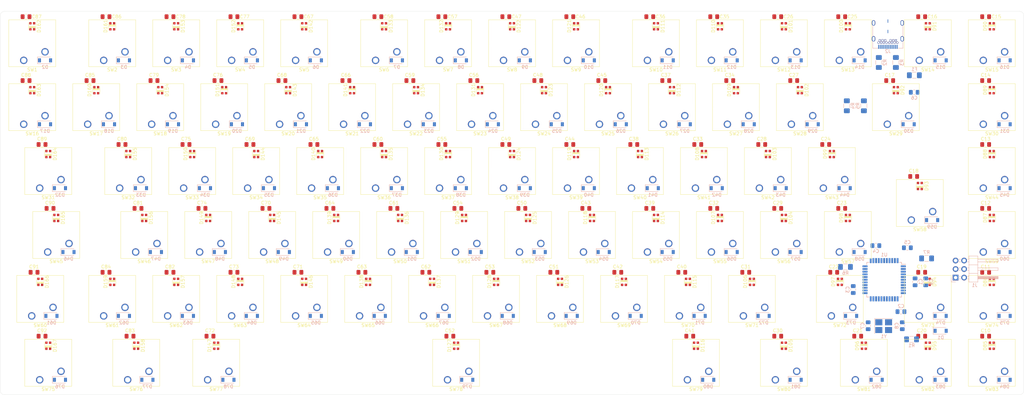
<source format=kicad_pcb>
(kicad_pcb (version 20171130) (host pcbnew 5.1.5+dfsg1-2build2)

  (general
    (thickness 1.6)
    (drawings 8)
    (tracks 0)
    (zones 0)
    (modules 354)
    (nets 216)
  )

  (page A3)
  (layers
    (0 F.Cu signal)
    (31 B.Cu signal)
    (32 B.Adhes user)
    (33 F.Adhes user)
    (34 B.Paste user)
    (35 F.Paste user)
    (36 B.SilkS user)
    (37 F.SilkS user)
    (38 B.Mask user)
    (39 F.Mask user)
    (40 Dwgs.User user)
    (41 Cmts.User user)
    (42 Eco1.User user)
    (43 Eco2.User user)
    (44 Edge.Cuts user)
    (45 Margin user)
    (46 B.CrtYd user)
    (47 F.CrtYd user)
    (48 B.Fab user)
    (49 F.Fab user)
  )

  (setup
    (last_trace_width 0.25)
    (trace_clearance 0.2)
    (zone_clearance 0.508)
    (zone_45_only no)
    (trace_min 0.2)
    (via_size 0.8)
    (via_drill 0.4)
    (via_min_size 0.6)
    (via_min_drill 0.3)
    (uvia_size 0.3)
    (uvia_drill 0.1)
    (uvias_allowed no)
    (uvia_min_size 0.2)
    (uvia_min_drill 0.1)
    (edge_width 0.05)
    (segment_width 0.2)
    (pcb_text_width 0.3)
    (pcb_text_size 1.5 1.5)
    (mod_edge_width 0.12)
    (mod_text_size 1 1)
    (mod_text_width 0.15)
    (pad_size 1.524 1.524)
    (pad_drill 0.762)
    (pad_to_mask_clearance 0.051)
    (solder_mask_min_width 0.25)
    (aux_axis_origin 0 0)
    (visible_elements FFFFF77F)
    (pcbplotparams
      (layerselection 0x010fc_ffffffff)
      (usegerberextensions false)
      (usegerberattributes false)
      (usegerberadvancedattributes false)
      (creategerberjobfile false)
      (excludeedgelayer true)
      (linewidth 0.100000)
      (plotframeref false)
      (viasonmask false)
      (mode 1)
      (useauxorigin false)
      (hpglpennumber 1)
      (hpglpenspeed 20)
      (hpglpendiameter 15.000000)
      (psnegative false)
      (psa4output false)
      (plotreference true)
      (plotvalue true)
      (plotinvisibletext false)
      (padsonsilk false)
      (subtractmaskfromsilk false)
      (outputformat 1)
      (mirror false)
      (drillshape 1)
      (scaleselection 1)
      (outputdirectory ""))
  )

  (net 0 "")
  (net 1 GND)
  (net 2 +5V)
  (net 3 "Net-(C7-Pad1)")
  (net 4 "Net-(C8-Pad2)")
  (net 5 "Net-(C9-Pad1)")
  (net 6 RST)
  (net 7 ROW0)
  (net 8 "Net-(D2-Pad2)")
  (net 9 "Net-(D3-Pad2)")
  (net 10 "Net-(D4-Pad2)")
  (net 11 "Net-(D5-Pad2)")
  (net 12 "Net-(D6-Pad2)")
  (net 13 "Net-(D7-Pad2)")
  (net 14 "Net-(D8-Pad2)")
  (net 15 "Net-(D9-Pad2)")
  (net 16 "Net-(D10-Pad2)")
  (net 17 "Net-(D11-Pad2)")
  (net 18 "Net-(D12-Pad2)")
  (net 19 "Net-(D13-Pad2)")
  (net 20 "Net-(D14-Pad2)")
  (net 21 "Net-(D15-Pad2)")
  (net 22 "Net-(D16-Pad2)")
  (net 23 ROW1)
  (net 24 "Net-(D17-Pad2)")
  (net 25 "Net-(D18-Pad2)")
  (net 26 "Net-(D19-Pad2)")
  (net 27 "Net-(D20-Pad2)")
  (net 28 "Net-(D21-Pad2)")
  (net 29 "Net-(D22-Pad2)")
  (net 30 "Net-(D23-Pad2)")
  (net 31 "Net-(D24-Pad2)")
  (net 32 "Net-(D25-Pad2)")
  (net 33 "Net-(D26-Pad2)")
  (net 34 "Net-(D27-Pad2)")
  (net 35 "Net-(D28-Pad2)")
  (net 36 "Net-(D29-Pad2)")
  (net 37 "Net-(D30-Pad2)")
  (net 38 "Net-(D31-Pad2)")
  (net 39 "Net-(D32-Pad2)")
  (net 40 ROW2)
  (net 41 "Net-(D33-Pad2)")
  (net 42 "Net-(D34-Pad2)")
  (net 43 "Net-(D35-Pad2)")
  (net 44 "Net-(D36-Pad2)")
  (net 45 "Net-(D37-Pad2)")
  (net 46 "Net-(D38-Pad2)")
  (net 47 "Net-(D39-Pad2)")
  (net 48 "Net-(D40-Pad2)")
  (net 49 "Net-(D41-Pad2)")
  (net 50 "Net-(D42-Pad2)")
  (net 51 "Net-(D43-Pad2)")
  (net 52 "Net-(D44-Pad2)")
  (net 53 "Net-(D45-Pad2)")
  (net 54 "Net-(D46-Pad2)")
  (net 55 ROW3)
  (net 56 "Net-(D47-Pad2)")
  (net 57 "Net-(D48-Pad2)")
  (net 58 "Net-(D49-Pad2)")
  (net 59 "Net-(D50-Pad2)")
  (net 60 "Net-(D51-Pad2)")
  (net 61 "Net-(D52-Pad2)")
  (net 62 "Net-(D53-Pad2)")
  (net 63 "Net-(D54-Pad2)")
  (net 64 "Net-(D55-Pad2)")
  (net 65 "Net-(D56-Pad2)")
  (net 66 "Net-(D57-Pad2)")
  (net 67 "Net-(D58-Pad2)")
  (net 68 "Net-(D59-Pad2)")
  (net 69 "Net-(D60-Pad2)")
  (net 70 ROW4)
  (net 71 "Net-(D61-Pad2)")
  (net 72 "Net-(D62-Pad2)")
  (net 73 "Net-(D63-Pad2)")
  (net 74 "Net-(D64-Pad2)")
  (net 75 "Net-(D65-Pad2)")
  (net 76 "Net-(D66-Pad2)")
  (net 77 "Net-(D67-Pad2)")
  (net 78 "Net-(D68-Pad2)")
  (net 79 "Net-(D69-Pad2)")
  (net 80 "Net-(D70-Pad2)")
  (net 81 "Net-(D71-Pad2)")
  (net 82 "Net-(D72-Pad2)")
  (net 83 "Net-(D73-Pad2)")
  (net 84 "Net-(D74-Pad2)")
  (net 85 "Net-(D75-Pad2)")
  (net 86 ROW5)
  (net 87 "Net-(D76-Pad2)")
  (net 88 "Net-(D77-Pad2)")
  (net 89 "Net-(D78-Pad2)")
  (net 90 "Net-(D79-Pad2)")
  (net 91 "Net-(D80-Pad2)")
  (net 92 "Net-(D81-Pad2)")
  (net 93 "Net-(D82-Pad2)")
  (net 94 "Net-(D83-Pad2)")
  (net 95 "Net-(D84-Pad2)")
  (net 96 "Net-(D85-Pad2)")
  (net 97 DIN)
  (net 98 "Net-(D86-Pad2)")
  (net 99 "Net-(D87-Pad2)")
  (net 100 "Net-(D88-Pad2)")
  (net 101 "Net-(D89-Pad2)")
  (net 102 "Net-(D90-Pad2)")
  (net 103 "Net-(D91-Pad2)")
  (net 104 "Net-(D92-Pad2)")
  (net 105 "Net-(D93-Pad2)")
  (net 106 "Net-(D94-Pad2)")
  (net 107 "Net-(D95-Pad2)")
  (net 108 "Net-(D96-Pad2)")
  (net 109 "Net-(D97-Pad2)")
  (net 110 "Net-(D98-Pad2)")
  (net 111 "Net-(D100-Pad4)")
  (net 112 "Net-(D100-Pad2)")
  (net 113 "Net-(D101-Pad2)")
  (net 114 "Net-(D102-Pad2)")
  (net 115 "Net-(D103-Pad2)")
  (net 116 "Net-(D104-Pad2)")
  (net 117 "Net-(D105-Pad2)")
  (net 118 "Net-(D106-Pad2)")
  (net 119 "Net-(D107-Pad2)")
  (net 120 "Net-(D108-Pad2)")
  (net 121 "Net-(D109-Pad2)")
  (net 122 "Net-(D110-Pad2)")
  (net 123 "Net-(D111-Pad2)")
  (net 124 "Net-(D112-Pad2)")
  (net 125 "Net-(D113-Pad2)")
  (net 126 "Net-(D114-Pad2)")
  (net 127 "Net-(D115-Pad2)")
  (net 128 "Net-(D116-Pad2)")
  (net 129 "Net-(D117-Pad2)")
  (net 130 "Net-(D118-Pad2)")
  (net 131 "Net-(D119-Pad2)")
  (net 132 "Net-(D120-Pad2)")
  (net 133 "Net-(D121-Pad2)")
  (net 134 "Net-(D122-Pad2)")
  (net 135 "Net-(D123-Pad2)")
  (net 136 "Net-(D124-Pad2)")
  (net 137 "Net-(D125-Pad2)")
  (net 138 "Net-(D126-Pad2)")
  (net 139 "Net-(D127-Pad2)")
  (net 140 "Net-(D128-Pad2)")
  (net 141 "Net-(D129-Pad2)")
  (net 142 "Net-(D130-Pad2)")
  (net 143 "Net-(D131-Pad2)")
  (net 144 "Net-(D132-Pad2)")
  (net 145 "Net-(D133-Pad2)")
  (net 146 "Net-(D134-Pad2)")
  (net 147 "Net-(D135-Pad2)")
  (net 148 "Net-(D136-Pad2)")
  (net 149 "Net-(D137-Pad2)")
  (net 150 "Net-(D138-Pad2)")
  (net 151 "Net-(D139-Pad2)")
  (net 152 "Net-(D140-Pad2)")
  (net 153 "Net-(D141-Pad2)")
  (net 154 "Net-(D142-Pad2)")
  (net 155 "Net-(D143-Pad2)")
  (net 156 "Net-(D144-Pad2)")
  (net 157 "Net-(D145-Pad2)")
  (net 158 "Net-(D146-Pad2)")
  (net 159 "Net-(D147-Pad2)")
  (net 160 "Net-(D148-Pad2)")
  (net 161 "Net-(D149-Pad2)")
  (net 162 "Net-(D150-Pad2)")
  (net 163 "Net-(D151-Pad2)")
  (net 164 "Net-(D152-Pad2)")
  (net 165 "Net-(D153-Pad2)")
  (net 166 "Net-(D154-Pad2)")
  (net 167 "Net-(D155-Pad2)")
  (net 168 "Net-(D156-Pad2)")
  (net 169 "Net-(D157-Pad2)")
  (net 170 "Net-(D158-Pad2)")
  (net 171 "Net-(D159-Pad2)")
  (net 172 "Net-(D160-Pad2)")
  (net 173 "Net-(D161-Pad2)")
  (net 174 "Net-(D162-Pad2)")
  (net 175 "Net-(D163-Pad2)")
  (net 176 "Net-(D164-Pad2)")
  (net 177 "Net-(D165-Pad2)")
  (net 178 "Net-(D166-Pad2)")
  (net 179 "Net-(D167-Pad2)")
  (net 180 "Net-(F1-Pad2)")
  (net 181 COL02)
  (net 182 COL00)
  (net 183 COL01)
  (net 184 "Net-(J2-PadA11)")
  (net 185 "Net-(J2-PadA10)")
  (net 186 "Net-(J2-PadA8)")
  (net 187 D-)
  (net 188 D+)
  (net 189 "Net-(J2-PadA5)")
  (net 190 "Net-(J2-PadA3)")
  (net 191 "Net-(J2-PadA2)")
  (net 192 "Net-(J2-PadB10)")
  (net 193 "Net-(J2-PadB3)")
  (net 194 "Net-(J2-PadB8)")
  (net 195 "Net-(J2-PadB5)")
  (net 196 "Net-(J2-PadB2)")
  (net 197 "Net-(J2-PadB11)")
  (net 198 "Net-(R6-Pad2)")
  (net 199 COL03)
  (net 200 COL04)
  (net 201 COL06)
  (net 202 COL07)
  (net 203 COL08)
  (net 204 COL09)
  (net 205 COL10)
  (net 206 COL11)
  (net 207 COL12)
  (net 208 COL13)
  (net 209 COL14)
  (net 210 COL15)
  (net 211 COL05)
  (net 212 "Net-(U1-Pad1)")
  (net 213 "Net-(U1-Pad8)")
  (net 214 "Net-(U1-Pad42)")
  (net 215 "Net-(R7-Pad2)")

  (net_class Default "Dies ist die voreingestellte Netzklasse."
    (clearance 0.2)
    (trace_width 0.25)
    (via_dia 0.8)
    (via_drill 0.4)
    (uvia_dia 0.3)
    (uvia_drill 0.1)
    (add_net +5V)
    (add_net COL00)
    (add_net COL01)
    (add_net COL02)
    (add_net COL03)
    (add_net COL04)
    (add_net COL05)
    (add_net COL06)
    (add_net COL07)
    (add_net COL08)
    (add_net COL09)
    (add_net COL10)
    (add_net COL11)
    (add_net COL12)
    (add_net COL13)
    (add_net COL14)
    (add_net COL15)
    (add_net D+)
    (add_net D-)
    (add_net DIN)
    (add_net GND)
    (add_net "Net-(C7-Pad1)")
    (add_net "Net-(C8-Pad2)")
    (add_net "Net-(C9-Pad1)")
    (add_net "Net-(D10-Pad2)")
    (add_net "Net-(D100-Pad2)")
    (add_net "Net-(D100-Pad4)")
    (add_net "Net-(D101-Pad2)")
    (add_net "Net-(D102-Pad2)")
    (add_net "Net-(D103-Pad2)")
    (add_net "Net-(D104-Pad2)")
    (add_net "Net-(D105-Pad2)")
    (add_net "Net-(D106-Pad2)")
    (add_net "Net-(D107-Pad2)")
    (add_net "Net-(D108-Pad2)")
    (add_net "Net-(D109-Pad2)")
    (add_net "Net-(D11-Pad2)")
    (add_net "Net-(D110-Pad2)")
    (add_net "Net-(D111-Pad2)")
    (add_net "Net-(D112-Pad2)")
    (add_net "Net-(D113-Pad2)")
    (add_net "Net-(D114-Pad2)")
    (add_net "Net-(D115-Pad2)")
    (add_net "Net-(D116-Pad2)")
    (add_net "Net-(D117-Pad2)")
    (add_net "Net-(D118-Pad2)")
    (add_net "Net-(D119-Pad2)")
    (add_net "Net-(D12-Pad2)")
    (add_net "Net-(D120-Pad2)")
    (add_net "Net-(D121-Pad2)")
    (add_net "Net-(D122-Pad2)")
    (add_net "Net-(D123-Pad2)")
    (add_net "Net-(D124-Pad2)")
    (add_net "Net-(D125-Pad2)")
    (add_net "Net-(D126-Pad2)")
    (add_net "Net-(D127-Pad2)")
    (add_net "Net-(D128-Pad2)")
    (add_net "Net-(D129-Pad2)")
    (add_net "Net-(D13-Pad2)")
    (add_net "Net-(D130-Pad2)")
    (add_net "Net-(D131-Pad2)")
    (add_net "Net-(D132-Pad2)")
    (add_net "Net-(D133-Pad2)")
    (add_net "Net-(D134-Pad2)")
    (add_net "Net-(D135-Pad2)")
    (add_net "Net-(D136-Pad2)")
    (add_net "Net-(D137-Pad2)")
    (add_net "Net-(D138-Pad2)")
    (add_net "Net-(D139-Pad2)")
    (add_net "Net-(D14-Pad2)")
    (add_net "Net-(D140-Pad2)")
    (add_net "Net-(D141-Pad2)")
    (add_net "Net-(D142-Pad2)")
    (add_net "Net-(D143-Pad2)")
    (add_net "Net-(D144-Pad2)")
    (add_net "Net-(D145-Pad2)")
    (add_net "Net-(D146-Pad2)")
    (add_net "Net-(D147-Pad2)")
    (add_net "Net-(D148-Pad2)")
    (add_net "Net-(D149-Pad2)")
    (add_net "Net-(D15-Pad2)")
    (add_net "Net-(D150-Pad2)")
    (add_net "Net-(D151-Pad2)")
    (add_net "Net-(D152-Pad2)")
    (add_net "Net-(D153-Pad2)")
    (add_net "Net-(D154-Pad2)")
    (add_net "Net-(D155-Pad2)")
    (add_net "Net-(D156-Pad2)")
    (add_net "Net-(D157-Pad2)")
    (add_net "Net-(D158-Pad2)")
    (add_net "Net-(D159-Pad2)")
    (add_net "Net-(D16-Pad2)")
    (add_net "Net-(D160-Pad2)")
    (add_net "Net-(D161-Pad2)")
    (add_net "Net-(D162-Pad2)")
    (add_net "Net-(D163-Pad2)")
    (add_net "Net-(D164-Pad2)")
    (add_net "Net-(D165-Pad2)")
    (add_net "Net-(D166-Pad2)")
    (add_net "Net-(D167-Pad2)")
    (add_net "Net-(D17-Pad2)")
    (add_net "Net-(D18-Pad2)")
    (add_net "Net-(D19-Pad2)")
    (add_net "Net-(D2-Pad2)")
    (add_net "Net-(D20-Pad2)")
    (add_net "Net-(D21-Pad2)")
    (add_net "Net-(D22-Pad2)")
    (add_net "Net-(D23-Pad2)")
    (add_net "Net-(D24-Pad2)")
    (add_net "Net-(D25-Pad2)")
    (add_net "Net-(D26-Pad2)")
    (add_net "Net-(D27-Pad2)")
    (add_net "Net-(D28-Pad2)")
    (add_net "Net-(D29-Pad2)")
    (add_net "Net-(D3-Pad2)")
    (add_net "Net-(D30-Pad2)")
    (add_net "Net-(D31-Pad2)")
    (add_net "Net-(D32-Pad2)")
    (add_net "Net-(D33-Pad2)")
    (add_net "Net-(D34-Pad2)")
    (add_net "Net-(D35-Pad2)")
    (add_net "Net-(D36-Pad2)")
    (add_net "Net-(D37-Pad2)")
    (add_net "Net-(D38-Pad2)")
    (add_net "Net-(D39-Pad2)")
    (add_net "Net-(D4-Pad2)")
    (add_net "Net-(D40-Pad2)")
    (add_net "Net-(D41-Pad2)")
    (add_net "Net-(D42-Pad2)")
    (add_net "Net-(D43-Pad2)")
    (add_net "Net-(D44-Pad2)")
    (add_net "Net-(D45-Pad2)")
    (add_net "Net-(D46-Pad2)")
    (add_net "Net-(D47-Pad2)")
    (add_net "Net-(D48-Pad2)")
    (add_net "Net-(D49-Pad2)")
    (add_net "Net-(D5-Pad2)")
    (add_net "Net-(D50-Pad2)")
    (add_net "Net-(D51-Pad2)")
    (add_net "Net-(D52-Pad2)")
    (add_net "Net-(D53-Pad2)")
    (add_net "Net-(D54-Pad2)")
    (add_net "Net-(D55-Pad2)")
    (add_net "Net-(D56-Pad2)")
    (add_net "Net-(D57-Pad2)")
    (add_net "Net-(D58-Pad2)")
    (add_net "Net-(D59-Pad2)")
    (add_net "Net-(D6-Pad2)")
    (add_net "Net-(D60-Pad2)")
    (add_net "Net-(D61-Pad2)")
    (add_net "Net-(D62-Pad2)")
    (add_net "Net-(D63-Pad2)")
    (add_net "Net-(D64-Pad2)")
    (add_net "Net-(D65-Pad2)")
    (add_net "Net-(D66-Pad2)")
    (add_net "Net-(D67-Pad2)")
    (add_net "Net-(D68-Pad2)")
    (add_net "Net-(D69-Pad2)")
    (add_net "Net-(D7-Pad2)")
    (add_net "Net-(D70-Pad2)")
    (add_net "Net-(D71-Pad2)")
    (add_net "Net-(D72-Pad2)")
    (add_net "Net-(D73-Pad2)")
    (add_net "Net-(D74-Pad2)")
    (add_net "Net-(D75-Pad2)")
    (add_net "Net-(D76-Pad2)")
    (add_net "Net-(D77-Pad2)")
    (add_net "Net-(D78-Pad2)")
    (add_net "Net-(D79-Pad2)")
    (add_net "Net-(D8-Pad2)")
    (add_net "Net-(D80-Pad2)")
    (add_net "Net-(D81-Pad2)")
    (add_net "Net-(D82-Pad2)")
    (add_net "Net-(D83-Pad2)")
    (add_net "Net-(D84-Pad2)")
    (add_net "Net-(D85-Pad2)")
    (add_net "Net-(D86-Pad2)")
    (add_net "Net-(D87-Pad2)")
    (add_net "Net-(D88-Pad2)")
    (add_net "Net-(D89-Pad2)")
    (add_net "Net-(D9-Pad2)")
    (add_net "Net-(D90-Pad2)")
    (add_net "Net-(D91-Pad2)")
    (add_net "Net-(D92-Pad2)")
    (add_net "Net-(D93-Pad2)")
    (add_net "Net-(D94-Pad2)")
    (add_net "Net-(D95-Pad2)")
    (add_net "Net-(D96-Pad2)")
    (add_net "Net-(D97-Pad2)")
    (add_net "Net-(D98-Pad2)")
    (add_net "Net-(F1-Pad2)")
    (add_net "Net-(J2-PadA10)")
    (add_net "Net-(J2-PadA11)")
    (add_net "Net-(J2-PadA2)")
    (add_net "Net-(J2-PadA3)")
    (add_net "Net-(J2-PadA5)")
    (add_net "Net-(J2-PadA8)")
    (add_net "Net-(J2-PadB10)")
    (add_net "Net-(J2-PadB11)")
    (add_net "Net-(J2-PadB2)")
    (add_net "Net-(J2-PadB3)")
    (add_net "Net-(J2-PadB5)")
    (add_net "Net-(J2-PadB8)")
    (add_net "Net-(R6-Pad2)")
    (add_net "Net-(R7-Pad2)")
    (add_net "Net-(U1-Pad1)")
    (add_net "Net-(U1-Pad42)")
    (add_net "Net-(U1-Pad8)")
    (add_net ROW0)
    (add_net ROW1)
    (add_net ROW2)
    (add_net ROW3)
    (add_net ROW4)
    (add_net ROW5)
    (add_net RST)
  )

  (module Resistor_SMD:R_1206_3216Metric_Pad1.42x1.75mm_HandSolder (layer B.Cu) (tedit 5B301BBD) (tstamp 5F26397F)
    (at 313.944 111.76 180)
    (descr "Resistor SMD 1206 (3216 Metric), square (rectangular) end terminal, IPC_7351 nominal with elongated pad for handsoldering. (Body size source: http://www.tortai-tech.com/upload/download/2011102023233369053.pdf), generated with kicad-footprint-generator")
    (tags "resistor handsolder")
    (path /5F259898)
    (attr smd)
    (fp_text reference R7 (at 0 1.82) (layer B.SilkS)
      (effects (font (size 1 1) (thickness 0.15)) (justify mirror))
    )
    (fp_text value 470 (at 0 -1.82) (layer B.Fab)
      (effects (font (size 1 1) (thickness 0.15)) (justify mirror))
    )
    (fp_text user %R (at 0 0) (layer B.Fab)
      (effects (font (size 0.8 0.8) (thickness 0.12)) (justify mirror))
    )
    (fp_line (start 2.45 -1.12) (end -2.45 -1.12) (layer B.CrtYd) (width 0.05))
    (fp_line (start 2.45 1.12) (end 2.45 -1.12) (layer B.CrtYd) (width 0.05))
    (fp_line (start -2.45 1.12) (end 2.45 1.12) (layer B.CrtYd) (width 0.05))
    (fp_line (start -2.45 -1.12) (end -2.45 1.12) (layer B.CrtYd) (width 0.05))
    (fp_line (start -0.602064 -0.91) (end 0.602064 -0.91) (layer B.SilkS) (width 0.12))
    (fp_line (start -0.602064 0.91) (end 0.602064 0.91) (layer B.SilkS) (width 0.12))
    (fp_line (start 1.6 -0.8) (end -1.6 -0.8) (layer B.Fab) (width 0.1))
    (fp_line (start 1.6 0.8) (end 1.6 -0.8) (layer B.Fab) (width 0.1))
    (fp_line (start -1.6 0.8) (end 1.6 0.8) (layer B.Fab) (width 0.1))
    (fp_line (start -1.6 -0.8) (end -1.6 0.8) (layer B.Fab) (width 0.1))
    (pad 2 smd roundrect (at 1.4875 0 180) (size 1.425 1.75) (layers B.Cu B.Paste B.Mask) (roundrect_rratio 0.175439)
      (net 215 "Net-(R7-Pad2)"))
    (pad 1 smd roundrect (at -1.4875 0 180) (size 1.425 1.75) (layers B.Cu B.Paste B.Mask) (roundrect_rratio 0.175439)
      (net 97 DIN))
    (model ${KISYS3DMOD}/Resistor_SMD.3dshapes/R_1206_3216Metric.wrl
      (at (xyz 0 0 0))
      (scale (xyz 1 1 1))
      (rotate (xyz 0 0 0))
    )
  )

  (module kezboard-pcb:LED_WS2812_2020 (layer F.Cu) (tedit 5F1C4B34) (tstamp 5F1B709E)
    (at 333.375 137.795 90)
    (descr https://www.peace-corp.co.jp/data/WS2812-2020_V1.0_EN.pdf)
    (path /5F949B9C/5F9E7A8D)
    (fp_text reference D85 (at 0 -2 90) (layer F.SilkS)
      (effects (font (size 1 1) (thickness 0.15)))
    )
    (fp_text value WS2812B (at 0 2 90) (layer F.Fab)
      (effects (font (size 1 1) (thickness 0.15)))
    )
    (fp_line (start -1.1 -1) (end 1.1 -1) (layer F.Fab) (width 0.1))
    (fp_line (start 1.1 -1) (end 1.1 1) (layer F.Fab) (width 0.1))
    (fp_line (start 1.1 1) (end -1.1 1) (layer F.Fab) (width 0.1))
    (fp_line (start -1.1 1) (end -1.1 -1) (layer F.Fab) (width 0.1))
    (fp_text user %R (at 0 0 90) (layer F.Fab)
      (effects (font (size 0.5 0.5) (thickness 0.1)))
    )
    (fp_line (start -1.1 -1.11) (end 1.1 -1.11) (layer F.SilkS) (width 0.12))
    (fp_line (start 1.1 1.11) (end -1.1 1.11) (layer F.SilkS) (width 0.12))
    (fp_poly (pts (xy 0.45 0.9) (xy 0.05 0.9) (xy 0.05 -0.9) (xy 0.45 -0.9)) (layer F.SilkS) (width 0.1))
    (pad 2 smd rect (at 0.9015 0.55 90) (size 0.7 0.7) (layers F.Cu F.Paste F.Mask)
      (net 96 "Net-(D85-Pad2)"))
    (pad 3 smd rect (at 0.9015 -0.55 90) (size 0.7 0.7) (layers F.Cu F.Paste F.Mask)
      (net 1 GND))
    (pad 4 smd rect (at -0.9015 -0.55 90) (size 0.7 0.7) (layers F.Cu F.Paste F.Mask)
      (net 97 DIN))
    (pad 1 smd rect (at -0.9015 0.55 90) (size 0.7 0.7) (layers F.Cu F.Paste F.Mask)
      (net 2 +5V))
  )

  (module kezboard-pcb:LED_WS2812_2020 (layer F.Cu) (tedit 5F1C4B34) (tstamp 5F15F975)
    (at 333.375 118.745 90)
    (descr https://www.peace-corp.co.jp/data/WS2812-2020_V1.0_EN.pdf)
    (path /5F949B9C/5FD3F1F5)
    (fp_text reference D86 (at 0 -2 90) (layer F.SilkS)
      (effects (font (size 1 1) (thickness 0.15)))
    )
    (fp_text value WS2812B (at 0 2 90) (layer F.Fab)
      (effects (font (size 1 1) (thickness 0.15)))
    )
    (fp_poly (pts (xy 0.45 0.9) (xy 0.05 0.9) (xy 0.05 -0.9) (xy 0.45 -0.9)) (layer F.SilkS) (width 0.1))
    (fp_line (start 1.1 1.11) (end -1.1 1.11) (layer F.SilkS) (width 0.12))
    (fp_line (start -1.1 -1.11) (end 1.1 -1.11) (layer F.SilkS) (width 0.12))
    (fp_text user %R (at 0 0 90) (layer F.Fab)
      (effects (font (size 0.5 0.5) (thickness 0.1)))
    )
    (fp_line (start -1.1 1) (end -1.1 -1) (layer F.Fab) (width 0.1))
    (fp_line (start 1.1 1) (end -1.1 1) (layer F.Fab) (width 0.1))
    (fp_line (start 1.1 -1) (end 1.1 1) (layer F.Fab) (width 0.1))
    (fp_line (start -1.1 -1) (end 1.1 -1) (layer F.Fab) (width 0.1))
    (pad 1 smd rect (at -0.9015 0.55 90) (size 0.7 0.7) (layers F.Cu F.Paste F.Mask)
      (net 2 +5V))
    (pad 4 smd rect (at -0.9015 -0.55 90) (size 0.7 0.7) (layers F.Cu F.Paste F.Mask)
      (net 96 "Net-(D85-Pad2)"))
    (pad 3 smd rect (at 0.9015 -0.55 90) (size 0.7 0.7) (layers F.Cu F.Paste F.Mask)
      (net 1 GND))
    (pad 2 smd rect (at 0.9015 0.55 90) (size 0.7 0.7) (layers F.Cu F.Paste F.Mask)
      (net 98 "Net-(D86-Pad2)"))
  )

  (module kezboard-pcb:LED_WS2812_2020 (layer F.Cu) (tedit 5F1C4B34) (tstamp 5F1B738A)
    (at 333.375 99.695 90)
    (descr https://www.peace-corp.co.jp/data/WS2812-2020_V1.0_EN.pdf)
    (path /5F949B9C/5FD40FA8)
    (fp_text reference D87 (at 0 -2 90) (layer F.SilkS)
      (effects (font (size 1 1) (thickness 0.15)))
    )
    (fp_text value WS2812B (at 0 2 90) (layer F.Fab)
      (effects (font (size 1 1) (thickness 0.15)))
    )
    (fp_poly (pts (xy 0.45 0.9) (xy 0.05 0.9) (xy 0.05 -0.9) (xy 0.45 -0.9)) (layer F.SilkS) (width 0.1))
    (fp_line (start 1.1 1.11) (end -1.1 1.11) (layer F.SilkS) (width 0.12))
    (fp_line (start -1.1 -1.11) (end 1.1 -1.11) (layer F.SilkS) (width 0.12))
    (fp_text user %R (at 0 0 90) (layer F.Fab)
      (effects (font (size 0.5 0.5) (thickness 0.1)))
    )
    (fp_line (start -1.1 1) (end -1.1 -1) (layer F.Fab) (width 0.1))
    (fp_line (start 1.1 1) (end -1.1 1) (layer F.Fab) (width 0.1))
    (fp_line (start 1.1 -1) (end 1.1 1) (layer F.Fab) (width 0.1))
    (fp_line (start -1.1 -1) (end 1.1 -1) (layer F.Fab) (width 0.1))
    (pad 1 smd rect (at -0.9015 0.55 90) (size 0.7 0.7) (layers F.Cu F.Paste F.Mask)
      (net 2 +5V))
    (pad 4 smd rect (at -0.9015 -0.55 90) (size 0.7 0.7) (layers F.Cu F.Paste F.Mask)
      (net 98 "Net-(D86-Pad2)"))
    (pad 3 smd rect (at 0.9015 -0.55 90) (size 0.7 0.7) (layers F.Cu F.Paste F.Mask)
      (net 1 GND))
    (pad 2 smd rect (at 0.9015 0.55 90) (size 0.7 0.7) (layers F.Cu F.Paste F.Mask)
      (net 99 "Net-(D87-Pad2)"))
  )

  (module kezboard-pcb:LED_WS2812_2020 (layer F.Cu) (tedit 5F1C4B34) (tstamp 5F25A25B)
    (at 333.375 80.645 90)
    (descr https://www.peace-corp.co.jp/data/WS2812-2020_V1.0_EN.pdf)
    (path /5F949B9C/5FD423CF)
    (fp_text reference D88 (at 0 -2 90) (layer F.SilkS)
      (effects (font (size 1 1) (thickness 0.15)))
    )
    (fp_text value WS2812B (at 0 2 90) (layer F.Fab)
      (effects (font (size 1 1) (thickness 0.15)))
    )
    (fp_poly (pts (xy 0.45 0.9) (xy 0.05 0.9) (xy 0.05 -0.9) (xy 0.45 -0.9)) (layer F.SilkS) (width 0.1))
    (fp_line (start 1.1 1.11) (end -1.1 1.11) (layer F.SilkS) (width 0.12))
    (fp_line (start -1.1 -1.11) (end 1.1 -1.11) (layer F.SilkS) (width 0.12))
    (fp_text user %R (at 0 0 90) (layer F.Fab)
      (effects (font (size 0.5 0.5) (thickness 0.1)))
    )
    (fp_line (start -1.1 1) (end -1.1 -1) (layer F.Fab) (width 0.1))
    (fp_line (start 1.1 1) (end -1.1 1) (layer F.Fab) (width 0.1))
    (fp_line (start 1.1 -1) (end 1.1 1) (layer F.Fab) (width 0.1))
    (fp_line (start -1.1 -1) (end 1.1 -1) (layer F.Fab) (width 0.1))
    (pad 1 smd rect (at -0.9015 0.55 90) (size 0.7 0.7) (layers F.Cu F.Paste F.Mask)
      (net 2 +5V))
    (pad 4 smd rect (at -0.9015 -0.55 90) (size 0.7 0.7) (layers F.Cu F.Paste F.Mask)
      (net 99 "Net-(D87-Pad2)"))
    (pad 3 smd rect (at 0.9015 -0.55 90) (size 0.7 0.7) (layers F.Cu F.Paste F.Mask)
      (net 1 GND))
    (pad 2 smd rect (at 0.9015 0.55 90) (size 0.7 0.7) (layers F.Cu F.Paste F.Mask)
      (net 100 "Net-(D88-Pad2)"))
  )

  (module kezboard-pcb:LED_WS2812_2020 (layer F.Cu) (tedit 5F1C4B34) (tstamp 5F15F9A2)
    (at 333.375 61.595 90)
    (descr https://www.peace-corp.co.jp/data/WS2812-2020_V1.0_EN.pdf)
    (path /5F949B9C/5FD43994)
    (fp_text reference D89 (at 0 -2 90) (layer F.SilkS)
      (effects (font (size 1 1) (thickness 0.15)))
    )
    (fp_text value WS2812B (at 0 2 90) (layer F.Fab)
      (effects (font (size 1 1) (thickness 0.15)))
    )
    (fp_line (start -1.1 -1) (end 1.1 -1) (layer F.Fab) (width 0.1))
    (fp_line (start 1.1 -1) (end 1.1 1) (layer F.Fab) (width 0.1))
    (fp_line (start 1.1 1) (end -1.1 1) (layer F.Fab) (width 0.1))
    (fp_line (start -1.1 1) (end -1.1 -1) (layer F.Fab) (width 0.1))
    (fp_text user %R (at 0 0 90) (layer F.Fab)
      (effects (font (size 0.5 0.5) (thickness 0.1)))
    )
    (fp_line (start -1.1 -1.11) (end 1.1 -1.11) (layer F.SilkS) (width 0.12))
    (fp_line (start 1.1 1.11) (end -1.1 1.11) (layer F.SilkS) (width 0.12))
    (fp_poly (pts (xy 0.45 0.9) (xy 0.05 0.9) (xy 0.05 -0.9) (xy 0.45 -0.9)) (layer F.SilkS) (width 0.1))
    (pad 2 smd rect (at 0.9015 0.55 90) (size 0.7 0.7) (layers F.Cu F.Paste F.Mask)
      (net 101 "Net-(D89-Pad2)"))
    (pad 3 smd rect (at 0.9015 -0.55 90) (size 0.7 0.7) (layers F.Cu F.Paste F.Mask)
      (net 1 GND))
    (pad 4 smd rect (at -0.9015 -0.55 90) (size 0.7 0.7) (layers F.Cu F.Paste F.Mask)
      (net 100 "Net-(D88-Pad2)"))
    (pad 1 smd rect (at -0.9015 0.55 90) (size 0.7 0.7) (layers F.Cu F.Paste F.Mask)
      (net 2 +5V))
  )

  (module kezboard-pcb:LED_WS2812_2020 (layer F.Cu) (tedit 5F1C4B34) (tstamp 5F15F9B1)
    (at 333.375 42.545 90)
    (descr https://www.peace-corp.co.jp/data/WS2812-2020_V1.0_EN.pdf)
    (path /5F949B9C/5F62CAD6)
    (fp_text reference D90 (at 0 -2 90) (layer F.SilkS)
      (effects (font (size 1 1) (thickness 0.15)))
    )
    (fp_text value WS2812B (at 0 2 90) (layer F.Fab)
      (effects (font (size 1 1) (thickness 0.15)))
    )
    (fp_poly (pts (xy 0.45 0.9) (xy 0.05 0.9) (xy 0.05 -0.9) (xy 0.45 -0.9)) (layer F.SilkS) (width 0.1))
    (fp_line (start 1.1 1.11) (end -1.1 1.11) (layer F.SilkS) (width 0.12))
    (fp_line (start -1.1 -1.11) (end 1.1 -1.11) (layer F.SilkS) (width 0.12))
    (fp_text user %R (at 0 0 90) (layer F.Fab)
      (effects (font (size 0.5 0.5) (thickness 0.1)))
    )
    (fp_line (start -1.1 1) (end -1.1 -1) (layer F.Fab) (width 0.1))
    (fp_line (start 1.1 1) (end -1.1 1) (layer F.Fab) (width 0.1))
    (fp_line (start 1.1 -1) (end 1.1 1) (layer F.Fab) (width 0.1))
    (fp_line (start -1.1 -1) (end 1.1 -1) (layer F.Fab) (width 0.1))
    (pad 1 smd rect (at -0.9015 0.55 90) (size 0.7 0.7) (layers F.Cu F.Paste F.Mask)
      (net 2 +5V))
    (pad 4 smd rect (at -0.9015 -0.55 90) (size 0.7 0.7) (layers F.Cu F.Paste F.Mask)
      (net 101 "Net-(D89-Pad2)"))
    (pad 3 smd rect (at 0.9015 -0.55 90) (size 0.7 0.7) (layers F.Cu F.Paste F.Mask)
      (net 1 GND))
    (pad 2 smd rect (at 0.9015 0.55 90) (size 0.7 0.7) (layers F.Cu F.Paste F.Mask)
      (net 102 "Net-(D90-Pad2)"))
  )

  (module kezboard-pcb:LED_WS2812_2020 (layer F.Cu) (tedit 5F1C4B34) (tstamp 5F15F9C0)
    (at 314.325 42.545 270)
    (descr https://www.peace-corp.co.jp/data/WS2812-2020_V1.0_EN.pdf)
    (path /5F949B9C/5F62CAF9)
    (fp_text reference D91 (at 0 -2 90) (layer F.SilkS)
      (effects (font (size 1 1) (thickness 0.15)))
    )
    (fp_text value WS2812B (at 0 2 90) (layer F.Fab)
      (effects (font (size 1 1) (thickness 0.15)))
    )
    (fp_line (start -1.1 -1) (end 1.1 -1) (layer F.Fab) (width 0.1))
    (fp_line (start 1.1 -1) (end 1.1 1) (layer F.Fab) (width 0.1))
    (fp_line (start 1.1 1) (end -1.1 1) (layer F.Fab) (width 0.1))
    (fp_line (start -1.1 1) (end -1.1 -1) (layer F.Fab) (width 0.1))
    (fp_text user %R (at 0 0 90) (layer F.Fab)
      (effects (font (size 0.5 0.5) (thickness 0.1)))
    )
    (fp_line (start -1.1 -1.11) (end 1.1 -1.11) (layer F.SilkS) (width 0.12))
    (fp_line (start 1.1 1.11) (end -1.1 1.11) (layer F.SilkS) (width 0.12))
    (fp_poly (pts (xy 0.45 0.9) (xy 0.05 0.9) (xy 0.05 -0.9) (xy 0.45 -0.9)) (layer F.SilkS) (width 0.1))
    (pad 2 smd rect (at 0.9015 0.55 270) (size 0.7 0.7) (layers F.Cu F.Paste F.Mask)
      (net 103 "Net-(D91-Pad2)"))
    (pad 3 smd rect (at 0.9015 -0.55 270) (size 0.7 0.7) (layers F.Cu F.Paste F.Mask)
      (net 1 GND))
    (pad 4 smd rect (at -0.9015 -0.55 270) (size 0.7 0.7) (layers F.Cu F.Paste F.Mask)
      (net 102 "Net-(D90-Pad2)"))
    (pad 1 smd rect (at -0.9015 0.55 270) (size 0.7 0.7) (layers F.Cu F.Paste F.Mask)
      (net 2 +5V))
  )

  (module kezboard-pcb:LED_WS2812_2020 (layer F.Cu) (tedit 5F1C4B34) (tstamp 5F15F9CF)
    (at 304.8 61.595 270)
    (descr https://www.peace-corp.co.jp/data/WS2812-2020_V1.0_EN.pdf)
    (path /5F949B9C/5F62CB1C)
    (fp_text reference D92 (at 0 -2 90) (layer F.SilkS)
      (effects (font (size 1 1) (thickness 0.15)))
    )
    (fp_text value WS2812B (at 0 2 90) (layer F.Fab)
      (effects (font (size 1 1) (thickness 0.15)))
    )
    (fp_poly (pts (xy 0.45 0.9) (xy 0.05 0.9) (xy 0.05 -0.9) (xy 0.45 -0.9)) (layer F.SilkS) (width 0.1))
    (fp_line (start 1.1 1.11) (end -1.1 1.11) (layer F.SilkS) (width 0.12))
    (fp_line (start -1.1 -1.11) (end 1.1 -1.11) (layer F.SilkS) (width 0.12))
    (fp_text user %R (at 0 0 90) (layer F.Fab)
      (effects (font (size 0.5 0.5) (thickness 0.1)))
    )
    (fp_line (start -1.1 1) (end -1.1 -1) (layer F.Fab) (width 0.1))
    (fp_line (start 1.1 1) (end -1.1 1) (layer F.Fab) (width 0.1))
    (fp_line (start 1.1 -1) (end 1.1 1) (layer F.Fab) (width 0.1))
    (fp_line (start -1.1 -1) (end 1.1 -1) (layer F.Fab) (width 0.1))
    (pad 1 smd rect (at -0.9015 0.55 270) (size 0.7 0.7) (layers F.Cu F.Paste F.Mask)
      (net 2 +5V))
    (pad 4 smd rect (at -0.9015 -0.55 270) (size 0.7 0.7) (layers F.Cu F.Paste F.Mask)
      (net 103 "Net-(D91-Pad2)"))
    (pad 3 smd rect (at 0.9015 -0.55 270) (size 0.7 0.7) (layers F.Cu F.Paste F.Mask)
      (net 1 GND))
    (pad 2 smd rect (at 0.9015 0.55 270) (size 0.7 0.7) (layers F.Cu F.Paste F.Mask)
      (net 104 "Net-(D92-Pad2)"))
  )

  (module kezboard-pcb:LED_WS2812_2020 (layer F.Cu) (tedit 5F1C4B34) (tstamp 5F15F9DE)
    (at 311.94375 90.17 270)
    (descr https://www.peace-corp.co.jp/data/WS2812-2020_V1.0_EN.pdf)
    (path /5F949B9C/5F62CB3F)
    (fp_text reference D93 (at 0 -2 90) (layer F.SilkS)
      (effects (font (size 1 1) (thickness 0.15)))
    )
    (fp_text value WS2812B (at 0 2 90) (layer F.Fab)
      (effects (font (size 1 1) (thickness 0.15)))
    )
    (fp_line (start -1.1 -1) (end 1.1 -1) (layer F.Fab) (width 0.1))
    (fp_line (start 1.1 -1) (end 1.1 1) (layer F.Fab) (width 0.1))
    (fp_line (start 1.1 1) (end -1.1 1) (layer F.Fab) (width 0.1))
    (fp_line (start -1.1 1) (end -1.1 -1) (layer F.Fab) (width 0.1))
    (fp_text user %R (at 0 0 90) (layer F.Fab)
      (effects (font (size 0.5 0.5) (thickness 0.1)))
    )
    (fp_line (start -1.1 -1.11) (end 1.1 -1.11) (layer F.SilkS) (width 0.12))
    (fp_line (start 1.1 1.11) (end -1.1 1.11) (layer F.SilkS) (width 0.12))
    (fp_poly (pts (xy 0.45 0.9) (xy 0.05 0.9) (xy 0.05 -0.9) (xy 0.45 -0.9)) (layer F.SilkS) (width 0.1))
    (pad 2 smd rect (at 0.9015 0.55 270) (size 0.7 0.7) (layers F.Cu F.Paste F.Mask)
      (net 105 "Net-(D93-Pad2)"))
    (pad 3 smd rect (at 0.9015 -0.55 270) (size 0.7 0.7) (layers F.Cu F.Paste F.Mask)
      (net 1 GND))
    (pad 4 smd rect (at -0.9015 -0.55 270) (size 0.7 0.7) (layers F.Cu F.Paste F.Mask)
      (net 104 "Net-(D92-Pad2)"))
    (pad 1 smd rect (at -0.9015 0.55 270) (size 0.7 0.7) (layers F.Cu F.Paste F.Mask)
      (net 2 +5V))
  )

  (module kezboard-pcb:LED_WS2812_2020 (layer F.Cu) (tedit 5F1C4B34) (tstamp 5F15F9ED)
    (at 314.325 118.745 270)
    (descr https://www.peace-corp.co.jp/data/WS2812-2020_V1.0_EN.pdf)
    (path /5F949B9C/5F62CB61)
    (fp_text reference D94 (at 0 -2 90) (layer F.SilkS)
      (effects (font (size 1 1) (thickness 0.15)))
    )
    (fp_text value WS2812B (at 0 2 90) (layer F.Fab)
      (effects (font (size 1 1) (thickness 0.15)))
    )
    (fp_poly (pts (xy 0.45 0.9) (xy 0.05 0.9) (xy 0.05 -0.9) (xy 0.45 -0.9)) (layer F.SilkS) (width 0.1))
    (fp_line (start 1.1 1.11) (end -1.1 1.11) (layer F.SilkS) (width 0.12))
    (fp_line (start -1.1 -1.11) (end 1.1 -1.11) (layer F.SilkS) (width 0.12))
    (fp_text user %R (at 0 0 90) (layer F.Fab)
      (effects (font (size 0.5 0.5) (thickness 0.1)))
    )
    (fp_line (start -1.1 1) (end -1.1 -1) (layer F.Fab) (width 0.1))
    (fp_line (start 1.1 1) (end -1.1 1) (layer F.Fab) (width 0.1))
    (fp_line (start 1.1 -1) (end 1.1 1) (layer F.Fab) (width 0.1))
    (fp_line (start -1.1 -1) (end 1.1 -1) (layer F.Fab) (width 0.1))
    (pad 1 smd rect (at -0.9015 0.55 270) (size 0.7 0.7) (layers F.Cu F.Paste F.Mask)
      (net 2 +5V))
    (pad 4 smd rect (at -0.9015 -0.55 270) (size 0.7 0.7) (layers F.Cu F.Paste F.Mask)
      (net 105 "Net-(D93-Pad2)"))
    (pad 3 smd rect (at 0.9015 -0.55 270) (size 0.7 0.7) (layers F.Cu F.Paste F.Mask)
      (net 1 GND))
    (pad 2 smd rect (at 0.9015 0.55 270) (size 0.7 0.7) (layers F.Cu F.Paste F.Mask)
      (net 106 "Net-(D94-Pad2)"))
  )

  (module kezboard-pcb:LED_WS2812_2020 (layer F.Cu) (tedit 5F1C4B34) (tstamp 5F15F9FC)
    (at 314.325 137.795 270)
    (descr https://www.peace-corp.co.jp/data/WS2812-2020_V1.0_EN.pdf)
    (path /5F949B9C/5F6A6266)
    (fp_text reference D95 (at 0 -2 90) (layer F.SilkS)
      (effects (font (size 1 1) (thickness 0.15)))
    )
    (fp_text value WS2812B (at 0 2 90) (layer F.Fab)
      (effects (font (size 1 1) (thickness 0.15)))
    )
    (fp_poly (pts (xy 0.45 0.9) (xy 0.05 0.9) (xy 0.05 -0.9) (xy 0.45 -0.9)) (layer F.SilkS) (width 0.1))
    (fp_line (start 1.1 1.11) (end -1.1 1.11) (layer F.SilkS) (width 0.12))
    (fp_line (start -1.1 -1.11) (end 1.1 -1.11) (layer F.SilkS) (width 0.12))
    (fp_text user %R (at 0 0 90) (layer F.Fab)
      (effects (font (size 0.5 0.5) (thickness 0.1)))
    )
    (fp_line (start -1.1 1) (end -1.1 -1) (layer F.Fab) (width 0.1))
    (fp_line (start 1.1 1) (end -1.1 1) (layer F.Fab) (width 0.1))
    (fp_line (start 1.1 -1) (end 1.1 1) (layer F.Fab) (width 0.1))
    (fp_line (start -1.1 -1) (end 1.1 -1) (layer F.Fab) (width 0.1))
    (pad 1 smd rect (at -0.9015 0.55 270) (size 0.7 0.7) (layers F.Cu F.Paste F.Mask)
      (net 2 +5V))
    (pad 4 smd rect (at -0.9015 -0.55 270) (size 0.7 0.7) (layers F.Cu F.Paste F.Mask)
      (net 106 "Net-(D94-Pad2)"))
    (pad 3 smd rect (at 0.9015 -0.55 270) (size 0.7 0.7) (layers F.Cu F.Paste F.Mask)
      (net 1 GND))
    (pad 2 smd rect (at 0.9015 0.55 270) (size 0.7 0.7) (layers F.Cu F.Paste F.Mask)
      (net 107 "Net-(D95-Pad2)"))
  )

  (module kezboard-pcb:LED_WS2812_2020 (layer F.Cu) (tedit 5F1C4B34) (tstamp 5F15FA0B)
    (at 295.275 137.795 90)
    (descr https://www.peace-corp.co.jp/data/WS2812-2020_V1.0_EN.pdf)
    (path /5F949B9C/5F6A6289)
    (fp_text reference D96 (at 0 -2 90) (layer F.SilkS)
      (effects (font (size 1 1) (thickness 0.15)))
    )
    (fp_text value WS2812B (at 0 2 90) (layer F.Fab)
      (effects (font (size 1 1) (thickness 0.15)))
    )
    (fp_line (start -1.1 -1) (end 1.1 -1) (layer F.Fab) (width 0.1))
    (fp_line (start 1.1 -1) (end 1.1 1) (layer F.Fab) (width 0.1))
    (fp_line (start 1.1 1) (end -1.1 1) (layer F.Fab) (width 0.1))
    (fp_line (start -1.1 1) (end -1.1 -1) (layer F.Fab) (width 0.1))
    (fp_text user %R (at 0 0 90) (layer F.Fab)
      (effects (font (size 0.5 0.5) (thickness 0.1)))
    )
    (fp_line (start -1.1 -1.11) (end 1.1 -1.11) (layer F.SilkS) (width 0.12))
    (fp_line (start 1.1 1.11) (end -1.1 1.11) (layer F.SilkS) (width 0.12))
    (fp_poly (pts (xy 0.45 0.9) (xy 0.05 0.9) (xy 0.05 -0.9) (xy 0.45 -0.9)) (layer F.SilkS) (width 0.1))
    (pad 2 smd rect (at 0.9015 0.55 90) (size 0.7 0.7) (layers F.Cu F.Paste F.Mask)
      (net 108 "Net-(D96-Pad2)"))
    (pad 3 smd rect (at 0.9015 -0.55 90) (size 0.7 0.7) (layers F.Cu F.Paste F.Mask)
      (net 1 GND))
    (pad 4 smd rect (at -0.9015 -0.55 90) (size 0.7 0.7) (layers F.Cu F.Paste F.Mask)
      (net 107 "Net-(D95-Pad2)"))
    (pad 1 smd rect (at -0.9015 0.55 90) (size 0.7 0.7) (layers F.Cu F.Paste F.Mask)
      (net 2 +5V))
  )

  (module kezboard-pcb:LED_WS2812_2020 (layer F.Cu) (tedit 5F1C4B34) (tstamp 5F15FA1A)
    (at 288.13125 118.745 90)
    (descr https://www.peace-corp.co.jp/data/WS2812-2020_V1.0_EN.pdf)
    (path /5F949B9C/5F6A62AC)
    (fp_text reference D97 (at 0 -2 90) (layer F.SilkS)
      (effects (font (size 1 1) (thickness 0.15)))
    )
    (fp_text value WS2812B (at 0 2 90) (layer F.Fab)
      (effects (font (size 1 1) (thickness 0.15)))
    )
    (fp_poly (pts (xy 0.45 0.9) (xy 0.05 0.9) (xy 0.05 -0.9) (xy 0.45 -0.9)) (layer F.SilkS) (width 0.1))
    (fp_line (start 1.1 1.11) (end -1.1 1.11) (layer F.SilkS) (width 0.12))
    (fp_line (start -1.1 -1.11) (end 1.1 -1.11) (layer F.SilkS) (width 0.12))
    (fp_text user %R (at 0 0 90) (layer F.Fab)
      (effects (font (size 0.5 0.5) (thickness 0.1)))
    )
    (fp_line (start -1.1 1) (end -1.1 -1) (layer F.Fab) (width 0.1))
    (fp_line (start 1.1 1) (end -1.1 1) (layer F.Fab) (width 0.1))
    (fp_line (start 1.1 -1) (end 1.1 1) (layer F.Fab) (width 0.1))
    (fp_line (start -1.1 -1) (end 1.1 -1) (layer F.Fab) (width 0.1))
    (pad 1 smd rect (at -0.9015 0.55 90) (size 0.7 0.7) (layers F.Cu F.Paste F.Mask)
      (net 2 +5V))
    (pad 4 smd rect (at -0.9015 -0.55 90) (size 0.7 0.7) (layers F.Cu F.Paste F.Mask)
      (net 108 "Net-(D96-Pad2)"))
    (pad 3 smd rect (at 0.9015 -0.55 90) (size 0.7 0.7) (layers F.Cu F.Paste F.Mask)
      (net 1 GND))
    (pad 2 smd rect (at 0.9015 0.55 90) (size 0.7 0.7) (layers F.Cu F.Paste F.Mask)
      (net 109 "Net-(D97-Pad2)"))
  )

  (module kezboard-pcb:LED_WS2812_2020 (layer F.Cu) (tedit 5F1C4B34) (tstamp 5F15FA29)
    (at 290.5125 99.695 90)
    (descr https://www.peace-corp.co.jp/data/WS2812-2020_V1.0_EN.pdf)
    (path /5F949B9C/5F6A62CF)
    (fp_text reference D98 (at 0 -2 90) (layer F.SilkS)
      (effects (font (size 1 1) (thickness 0.15)))
    )
    (fp_text value WS2812B (at 0 2 90) (layer F.Fab)
      (effects (font (size 1 1) (thickness 0.15)))
    )
    (fp_poly (pts (xy 0.45 0.9) (xy 0.05 0.9) (xy 0.05 -0.9) (xy 0.45 -0.9)) (layer F.SilkS) (width 0.1))
    (fp_line (start 1.1 1.11) (end -1.1 1.11) (layer F.SilkS) (width 0.12))
    (fp_line (start -1.1 -1.11) (end 1.1 -1.11) (layer F.SilkS) (width 0.12))
    (fp_text user %R (at 0 0 90) (layer F.Fab)
      (effects (font (size 0.5 0.5) (thickness 0.1)))
    )
    (fp_line (start -1.1 1) (end -1.1 -1) (layer F.Fab) (width 0.1))
    (fp_line (start 1.1 1) (end -1.1 1) (layer F.Fab) (width 0.1))
    (fp_line (start 1.1 -1) (end 1.1 1) (layer F.Fab) (width 0.1))
    (fp_line (start -1.1 -1) (end 1.1 -1) (layer F.Fab) (width 0.1))
    (pad 1 smd rect (at -0.9015 0.55 90) (size 0.7 0.7) (layers F.Cu F.Paste F.Mask)
      (net 2 +5V))
    (pad 4 smd rect (at -0.9015 -0.55 90) (size 0.7 0.7) (layers F.Cu F.Paste F.Mask)
      (net 109 "Net-(D97-Pad2)"))
    (pad 3 smd rect (at 0.9015 -0.55 90) (size 0.7 0.7) (layers F.Cu F.Paste F.Mask)
      (net 1 GND))
    (pad 2 smd rect (at 0.9015 0.55 90) (size 0.7 0.7) (layers F.Cu F.Paste F.Mask)
      (net 110 "Net-(D98-Pad2)"))
  )

  (module kezboard-pcb:LED_WS2812_2020 (layer F.Cu) (tedit 5F1C4B34) (tstamp 5F15FA38)
    (at 285.75 80.645 90)
    (descr https://www.peace-corp.co.jp/data/WS2812-2020_V1.0_EN.pdf)
    (path /5F949B9C/5F6A62F2)
    (fp_text reference D99 (at 0 -2 90) (layer F.SilkS)
      (effects (font (size 1 1) (thickness 0.15)))
    )
    (fp_text value WS2812B (at 0 2 90) (layer F.Fab)
      (effects (font (size 1 1) (thickness 0.15)))
    )
    (fp_poly (pts (xy 0.45 0.9) (xy 0.05 0.9) (xy 0.05 -0.9) (xy 0.45 -0.9)) (layer F.SilkS) (width 0.1))
    (fp_line (start 1.1 1.11) (end -1.1 1.11) (layer F.SilkS) (width 0.12))
    (fp_line (start -1.1 -1.11) (end 1.1 -1.11) (layer F.SilkS) (width 0.12))
    (fp_text user %R (at 0 0 90) (layer F.Fab)
      (effects (font (size 0.5 0.5) (thickness 0.1)))
    )
    (fp_line (start -1.1 1) (end -1.1 -1) (layer F.Fab) (width 0.1))
    (fp_line (start 1.1 1) (end -1.1 1) (layer F.Fab) (width 0.1))
    (fp_line (start 1.1 -1) (end 1.1 1) (layer F.Fab) (width 0.1))
    (fp_line (start -1.1 -1) (end 1.1 -1) (layer F.Fab) (width 0.1))
    (pad 1 smd rect (at -0.9015 0.55 90) (size 0.7 0.7) (layers F.Cu F.Paste F.Mask)
      (net 2 +5V))
    (pad 4 smd rect (at -0.9015 -0.55 90) (size 0.7 0.7) (layers F.Cu F.Paste F.Mask)
      (net 110 "Net-(D98-Pad2)"))
    (pad 3 smd rect (at 0.9015 -0.55 90) (size 0.7 0.7) (layers F.Cu F.Paste F.Mask)
      (net 1 GND))
    (pad 2 smd rect (at 0.9015 0.55 90) (size 0.7 0.7) (layers F.Cu F.Paste F.Mask)
      (net 111 "Net-(D100-Pad4)"))
  )

  (module kezboard-pcb:LED_WS2812_2020 (layer F.Cu) (tedit 5F1C4B34) (tstamp 5F15FA47)
    (at 290.5125 42.545 90)
    (descr https://www.peace-corp.co.jp/data/WS2812-2020_V1.0_EN.pdf)
    (path /5F949B9C/5F6A6315)
    (fp_text reference D100 (at 0 -2 90) (layer F.SilkS)
      (effects (font (size 1 1) (thickness 0.15)))
    )
    (fp_text value WS2812B (at 0 2 90) (layer F.Fab)
      (effects (font (size 1 1) (thickness 0.15)))
    )
    (fp_poly (pts (xy 0.45 0.9) (xy 0.05 0.9) (xy 0.05 -0.9) (xy 0.45 -0.9)) (layer F.SilkS) (width 0.1))
    (fp_line (start 1.1 1.11) (end -1.1 1.11) (layer F.SilkS) (width 0.12))
    (fp_line (start -1.1 -1.11) (end 1.1 -1.11) (layer F.SilkS) (width 0.12))
    (fp_text user %R (at 0 0 90) (layer F.Fab)
      (effects (font (size 0.5 0.5) (thickness 0.1)))
    )
    (fp_line (start -1.1 1) (end -1.1 -1) (layer F.Fab) (width 0.1))
    (fp_line (start 1.1 1) (end -1.1 1) (layer F.Fab) (width 0.1))
    (fp_line (start 1.1 -1) (end 1.1 1) (layer F.Fab) (width 0.1))
    (fp_line (start -1.1 -1) (end 1.1 -1) (layer F.Fab) (width 0.1))
    (pad 1 smd rect (at -0.9015 0.55 90) (size 0.7 0.7) (layers F.Cu F.Paste F.Mask)
      (net 2 +5V))
    (pad 4 smd rect (at -0.9015 -0.55 90) (size 0.7 0.7) (layers F.Cu F.Paste F.Mask)
      (net 111 "Net-(D100-Pad4)"))
    (pad 3 smd rect (at 0.9015 -0.55 90) (size 0.7 0.7) (layers F.Cu F.Paste F.Mask)
      (net 1 GND))
    (pad 2 smd rect (at 0.9015 0.55 90) (size 0.7 0.7) (layers F.Cu F.Paste F.Mask)
      (net 112 "Net-(D100-Pad2)"))
  )

  (module kezboard-pcb:LED_WS2812_2020 (layer F.Cu) (tedit 5F1C4B34) (tstamp 5F15FA56)
    (at 271.4625 42.545 270)
    (descr https://www.peace-corp.co.jp/data/WS2812-2020_V1.0_EN.pdf)
    (path /5F949B9C/5F6A6338)
    (fp_text reference D101 (at 0 -2 90) (layer F.SilkS)
      (effects (font (size 1 1) (thickness 0.15)))
    )
    (fp_text value WS2812B (at 0 2 90) (layer F.Fab)
      (effects (font (size 1 1) (thickness 0.15)))
    )
    (fp_poly (pts (xy 0.45 0.9) (xy 0.05 0.9) (xy 0.05 -0.9) (xy 0.45 -0.9)) (layer F.SilkS) (width 0.1))
    (fp_line (start 1.1 1.11) (end -1.1 1.11) (layer F.SilkS) (width 0.12))
    (fp_line (start -1.1 -1.11) (end 1.1 -1.11) (layer F.SilkS) (width 0.12))
    (fp_text user %R (at 0 0 90) (layer F.Fab)
      (effects (font (size 0.5 0.5) (thickness 0.1)))
    )
    (fp_line (start -1.1 1) (end -1.1 -1) (layer F.Fab) (width 0.1))
    (fp_line (start 1.1 1) (end -1.1 1) (layer F.Fab) (width 0.1))
    (fp_line (start 1.1 -1) (end 1.1 1) (layer F.Fab) (width 0.1))
    (fp_line (start -1.1 -1) (end 1.1 -1) (layer F.Fab) (width 0.1))
    (pad 1 smd rect (at -0.9015 0.55 270) (size 0.7 0.7) (layers F.Cu F.Paste F.Mask)
      (net 2 +5V))
    (pad 4 smd rect (at -0.9015 -0.55 270) (size 0.7 0.7) (layers F.Cu F.Paste F.Mask)
      (net 112 "Net-(D100-Pad2)"))
    (pad 3 smd rect (at 0.9015 -0.55 270) (size 0.7 0.7) (layers F.Cu F.Paste F.Mask)
      (net 1 GND))
    (pad 2 smd rect (at 0.9015 0.55 270) (size 0.7 0.7) (layers F.Cu F.Paste F.Mask)
      (net 113 "Net-(D101-Pad2)"))
  )

  (module kezboard-pcb:LED_WS2812_2020 (layer F.Cu) (tedit 5F1C4B34) (tstamp 5F15FA65)
    (at 276.225 61.595 270)
    (descr https://www.peace-corp.co.jp/data/WS2812-2020_V1.0_EN.pdf)
    (path /5F949B9C/5F6A635B)
    (fp_text reference D102 (at 0 -2 90) (layer F.SilkS)
      (effects (font (size 1 1) (thickness 0.15)))
    )
    (fp_text value WS2812B (at 0 2 90) (layer F.Fab)
      (effects (font (size 1 1) (thickness 0.15)))
    )
    (fp_line (start -1.1 -1) (end 1.1 -1) (layer F.Fab) (width 0.1))
    (fp_line (start 1.1 -1) (end 1.1 1) (layer F.Fab) (width 0.1))
    (fp_line (start 1.1 1) (end -1.1 1) (layer F.Fab) (width 0.1))
    (fp_line (start -1.1 1) (end -1.1 -1) (layer F.Fab) (width 0.1))
    (fp_text user %R (at 0 0 90) (layer F.Fab)
      (effects (font (size 0.5 0.5) (thickness 0.1)))
    )
    (fp_line (start -1.1 -1.11) (end 1.1 -1.11) (layer F.SilkS) (width 0.12))
    (fp_line (start 1.1 1.11) (end -1.1 1.11) (layer F.SilkS) (width 0.12))
    (fp_poly (pts (xy 0.45 0.9) (xy 0.05 0.9) (xy 0.05 -0.9) (xy 0.45 -0.9)) (layer F.SilkS) (width 0.1))
    (pad 2 smd rect (at 0.9015 0.55 270) (size 0.7 0.7) (layers F.Cu F.Paste F.Mask)
      (net 114 "Net-(D102-Pad2)"))
    (pad 3 smd rect (at 0.9015 -0.55 270) (size 0.7 0.7) (layers F.Cu F.Paste F.Mask)
      (net 1 GND))
    (pad 4 smd rect (at -0.9015 -0.55 270) (size 0.7 0.7) (layers F.Cu F.Paste F.Mask)
      (net 113 "Net-(D101-Pad2)"))
    (pad 1 smd rect (at -0.9015 0.55 270) (size 0.7 0.7) (layers F.Cu F.Paste F.Mask)
      (net 2 +5V))
  )

  (module kezboard-pcb:LED_WS2812_2020 (layer F.Cu) (tedit 5F1C4B34) (tstamp 5F15FA74)
    (at 266.7 80.645 270)
    (descr https://www.peace-corp.co.jp/data/WS2812-2020_V1.0_EN.pdf)
    (path /5F949B9C/5F6A637E)
    (fp_text reference D103 (at 0 -2 90) (layer F.SilkS)
      (effects (font (size 1 1) (thickness 0.15)))
    )
    (fp_text value WS2812B (at 0 2 90) (layer F.Fab)
      (effects (font (size 1 1) (thickness 0.15)))
    )
    (fp_poly (pts (xy 0.45 0.9) (xy 0.05 0.9) (xy 0.05 -0.9) (xy 0.45 -0.9)) (layer F.SilkS) (width 0.1))
    (fp_line (start 1.1 1.11) (end -1.1 1.11) (layer F.SilkS) (width 0.12))
    (fp_line (start -1.1 -1.11) (end 1.1 -1.11) (layer F.SilkS) (width 0.12))
    (fp_text user %R (at 0 0 90) (layer F.Fab)
      (effects (font (size 0.5 0.5) (thickness 0.1)))
    )
    (fp_line (start -1.1 1) (end -1.1 -1) (layer F.Fab) (width 0.1))
    (fp_line (start 1.1 1) (end -1.1 1) (layer F.Fab) (width 0.1))
    (fp_line (start 1.1 -1) (end 1.1 1) (layer F.Fab) (width 0.1))
    (fp_line (start -1.1 -1) (end 1.1 -1) (layer F.Fab) (width 0.1))
    (pad 1 smd rect (at -0.9015 0.55 270) (size 0.7 0.7) (layers F.Cu F.Paste F.Mask)
      (net 2 +5V))
    (pad 4 smd rect (at -0.9015 -0.55 270) (size 0.7 0.7) (layers F.Cu F.Paste F.Mask)
      (net 114 "Net-(D102-Pad2)"))
    (pad 3 smd rect (at 0.9015 -0.55 270) (size 0.7 0.7) (layers F.Cu F.Paste F.Mask)
      (net 1 GND))
    (pad 2 smd rect (at 0.9015 0.55 270) (size 0.7 0.7) (layers F.Cu F.Paste F.Mask)
      (net 115 "Net-(D103-Pad2)"))
  )

  (module kezboard-pcb:LED_WS2812_2020 (layer F.Cu) (tedit 5F1C4B34) (tstamp 5F15FA83)
    (at 271.4625 99.695 270)
    (descr https://www.peace-corp.co.jp/data/WS2812-2020_V1.0_EN.pdf)
    (path /5F949B9C/5F6A63A0)
    (fp_text reference D104 (at 0 -2 90) (layer F.SilkS)
      (effects (font (size 1 1) (thickness 0.15)))
    )
    (fp_text value WS2812B (at 0 2 90) (layer F.Fab)
      (effects (font (size 1 1) (thickness 0.15)))
    )
    (fp_poly (pts (xy 0.45 0.9) (xy 0.05 0.9) (xy 0.05 -0.9) (xy 0.45 -0.9)) (layer F.SilkS) (width 0.1))
    (fp_line (start 1.1 1.11) (end -1.1 1.11) (layer F.SilkS) (width 0.12))
    (fp_line (start -1.1 -1.11) (end 1.1 -1.11) (layer F.SilkS) (width 0.12))
    (fp_text user %R (at 0 0 90) (layer F.Fab)
      (effects (font (size 0.5 0.5) (thickness 0.1)))
    )
    (fp_line (start -1.1 1) (end -1.1 -1) (layer F.Fab) (width 0.1))
    (fp_line (start 1.1 1) (end -1.1 1) (layer F.Fab) (width 0.1))
    (fp_line (start 1.1 -1) (end 1.1 1) (layer F.Fab) (width 0.1))
    (fp_line (start -1.1 -1) (end 1.1 -1) (layer F.Fab) (width 0.1))
    (pad 1 smd rect (at -0.9015 0.55 270) (size 0.7 0.7) (layers F.Cu F.Paste F.Mask)
      (net 2 +5V))
    (pad 4 smd rect (at -0.9015 -0.55 270) (size 0.7 0.7) (layers F.Cu F.Paste F.Mask)
      (net 115 "Net-(D103-Pad2)"))
    (pad 3 smd rect (at 0.9015 -0.55 270) (size 0.7 0.7) (layers F.Cu F.Paste F.Mask)
      (net 1 GND))
    (pad 2 smd rect (at 0.9015 0.55 270) (size 0.7 0.7) (layers F.Cu F.Paste F.Mask)
      (net 116 "Net-(D104-Pad2)"))
  )

  (module kezboard-pcb:LED_WS2812_2020 (layer F.Cu) (tedit 5F1C4B34) (tstamp 5F15FA92)
    (at 271.4625 137.795 270)
    (descr https://www.peace-corp.co.jp/data/WS2812-2020_V1.0_EN.pdf)
    (path /5F949B9C/5F6DAEAD)
    (fp_text reference D105 (at 0 -2 90) (layer F.SilkS)
      (effects (font (size 1 1) (thickness 0.15)))
    )
    (fp_text value WS2812B (at 0 2 90) (layer F.Fab)
      (effects (font (size 1 1) (thickness 0.15)))
    )
    (fp_poly (pts (xy 0.45 0.9) (xy 0.05 0.9) (xy 0.05 -0.9) (xy 0.45 -0.9)) (layer F.SilkS) (width 0.1))
    (fp_line (start 1.1 1.11) (end -1.1 1.11) (layer F.SilkS) (width 0.12))
    (fp_line (start -1.1 -1.11) (end 1.1 -1.11) (layer F.SilkS) (width 0.12))
    (fp_text user %R (at 0 0 90) (layer F.Fab)
      (effects (font (size 0.5 0.5) (thickness 0.1)))
    )
    (fp_line (start -1.1 1) (end -1.1 -1) (layer F.Fab) (width 0.1))
    (fp_line (start 1.1 1) (end -1.1 1) (layer F.Fab) (width 0.1))
    (fp_line (start 1.1 -1) (end 1.1 1) (layer F.Fab) (width 0.1))
    (fp_line (start -1.1 -1) (end 1.1 -1) (layer F.Fab) (width 0.1))
    (pad 1 smd rect (at -0.9015 0.55 270) (size 0.7 0.7) (layers F.Cu F.Paste F.Mask)
      (net 2 +5V))
    (pad 4 smd rect (at -0.9015 -0.55 270) (size 0.7 0.7) (layers F.Cu F.Paste F.Mask)
      (net 116 "Net-(D104-Pad2)"))
    (pad 3 smd rect (at 0.9015 -0.55 270) (size 0.7 0.7) (layers F.Cu F.Paste F.Mask)
      (net 1 GND))
    (pad 2 smd rect (at 0.9015 0.55 270) (size 0.7 0.7) (layers F.Cu F.Paste F.Mask)
      (net 117 "Net-(D105-Pad2)"))
  )

  (module kezboard-pcb:LED_WS2812_2020 (layer F.Cu) (tedit 5F1C4B34) (tstamp 5F15FAA1)
    (at 261.9375 118.745 90)
    (descr https://www.peace-corp.co.jp/data/WS2812-2020_V1.0_EN.pdf)
    (path /5F949B9C/5F6DAED0)
    (fp_text reference D106 (at 0 -2 90) (layer F.SilkS)
      (effects (font (size 1 1) (thickness 0.15)))
    )
    (fp_text value WS2812B (at 0 2 90) (layer F.Fab)
      (effects (font (size 1 1) (thickness 0.15)))
    )
    (fp_poly (pts (xy 0.45 0.9) (xy 0.05 0.9) (xy 0.05 -0.9) (xy 0.45 -0.9)) (layer F.SilkS) (width 0.1))
    (fp_line (start 1.1 1.11) (end -1.1 1.11) (layer F.SilkS) (width 0.12))
    (fp_line (start -1.1 -1.11) (end 1.1 -1.11) (layer F.SilkS) (width 0.12))
    (fp_text user %R (at 0 0 90) (layer F.Fab)
      (effects (font (size 0.5 0.5) (thickness 0.1)))
    )
    (fp_line (start -1.1 1) (end -1.1 -1) (layer F.Fab) (width 0.1))
    (fp_line (start 1.1 1) (end -1.1 1) (layer F.Fab) (width 0.1))
    (fp_line (start 1.1 -1) (end 1.1 1) (layer F.Fab) (width 0.1))
    (fp_line (start -1.1 -1) (end 1.1 -1) (layer F.Fab) (width 0.1))
    (pad 1 smd rect (at -0.9015 0.55 90) (size 0.7 0.7) (layers F.Cu F.Paste F.Mask)
      (net 2 +5V))
    (pad 4 smd rect (at -0.9015 -0.55 90) (size 0.7 0.7) (layers F.Cu F.Paste F.Mask)
      (net 117 "Net-(D105-Pad2)"))
    (pad 3 smd rect (at 0.9015 -0.55 90) (size 0.7 0.7) (layers F.Cu F.Paste F.Mask)
      (net 1 GND))
    (pad 2 smd rect (at 0.9015 0.55 90) (size 0.7 0.7) (layers F.Cu F.Paste F.Mask)
      (net 118 "Net-(D106-Pad2)"))
  )

  (module kezboard-pcb:LED_WS2812_2020 (layer F.Cu) (tedit 5F1C4B34) (tstamp 5F15FAB0)
    (at 252.4125 99.695 90)
    (descr https://www.peace-corp.co.jp/data/WS2812-2020_V1.0_EN.pdf)
    (path /5F949B9C/5F6DAEF3)
    (fp_text reference D107 (at 0 -2 90) (layer F.SilkS)
      (effects (font (size 1 1) (thickness 0.15)))
    )
    (fp_text value WS2812B (at 0 2 90) (layer F.Fab)
      (effects (font (size 1 1) (thickness 0.15)))
    )
    (fp_poly (pts (xy 0.45 0.9) (xy 0.05 0.9) (xy 0.05 -0.9) (xy 0.45 -0.9)) (layer F.SilkS) (width 0.1))
    (fp_line (start 1.1 1.11) (end -1.1 1.11) (layer F.SilkS) (width 0.12))
    (fp_line (start -1.1 -1.11) (end 1.1 -1.11) (layer F.SilkS) (width 0.12))
    (fp_text user %R (at 0 0 90) (layer F.Fab)
      (effects (font (size 0.5 0.5) (thickness 0.1)))
    )
    (fp_line (start -1.1 1) (end -1.1 -1) (layer F.Fab) (width 0.1))
    (fp_line (start 1.1 1) (end -1.1 1) (layer F.Fab) (width 0.1))
    (fp_line (start 1.1 -1) (end 1.1 1) (layer F.Fab) (width 0.1))
    (fp_line (start -1.1 -1) (end 1.1 -1) (layer F.Fab) (width 0.1))
    (pad 1 smd rect (at -0.9015 0.55 90) (size 0.7 0.7) (layers F.Cu F.Paste F.Mask)
      (net 2 +5V))
    (pad 4 smd rect (at -0.9015 -0.55 90) (size 0.7 0.7) (layers F.Cu F.Paste F.Mask)
      (net 118 "Net-(D106-Pad2)"))
    (pad 3 smd rect (at 0.9015 -0.55 90) (size 0.7 0.7) (layers F.Cu F.Paste F.Mask)
      (net 1 GND))
    (pad 2 smd rect (at 0.9015 0.55 90) (size 0.7 0.7) (layers F.Cu F.Paste F.Mask)
      (net 119 "Net-(D107-Pad2)"))
  )

  (module kezboard-pcb:LED_WS2812_2020 (layer F.Cu) (tedit 5F1C4B34) (tstamp 5F15FABF)
    (at 247.65 80.645 90)
    (descr https://www.peace-corp.co.jp/data/WS2812-2020_V1.0_EN.pdf)
    (path /5F949B9C/5F6DAF16)
    (fp_text reference D108 (at 0 -2 90) (layer F.SilkS)
      (effects (font (size 1 1) (thickness 0.15)))
    )
    (fp_text value WS2812B (at 0 2 90) (layer F.Fab)
      (effects (font (size 1 1) (thickness 0.15)))
    )
    (fp_poly (pts (xy 0.45 0.9) (xy 0.05 0.9) (xy 0.05 -0.9) (xy 0.45 -0.9)) (layer F.SilkS) (width 0.1))
    (fp_line (start 1.1 1.11) (end -1.1 1.11) (layer F.SilkS) (width 0.12))
    (fp_line (start -1.1 -1.11) (end 1.1 -1.11) (layer F.SilkS) (width 0.12))
    (fp_text user %R (at 0 0 90) (layer F.Fab)
      (effects (font (size 0.5 0.5) (thickness 0.1)))
    )
    (fp_line (start -1.1 1) (end -1.1 -1) (layer F.Fab) (width 0.1))
    (fp_line (start 1.1 1) (end -1.1 1) (layer F.Fab) (width 0.1))
    (fp_line (start 1.1 -1) (end 1.1 1) (layer F.Fab) (width 0.1))
    (fp_line (start -1.1 -1) (end 1.1 -1) (layer F.Fab) (width 0.1))
    (pad 1 smd rect (at -0.9015 0.55 90) (size 0.7 0.7) (layers F.Cu F.Paste F.Mask)
      (net 2 +5V))
    (pad 4 smd rect (at -0.9015 -0.55 90) (size 0.7 0.7) (layers F.Cu F.Paste F.Mask)
      (net 119 "Net-(D107-Pad2)"))
    (pad 3 smd rect (at 0.9015 -0.55 90) (size 0.7 0.7) (layers F.Cu F.Paste F.Mask)
      (net 1 GND))
    (pad 2 smd rect (at 0.9015 0.55 90) (size 0.7 0.7) (layers F.Cu F.Paste F.Mask)
      (net 120 "Net-(D108-Pad2)"))
  )

  (module kezboard-pcb:LED_WS2812_2020 (layer F.Cu) (tedit 5F1C4B34) (tstamp 5F1B7DEF)
    (at 257.175 61.595 90)
    (descr https://www.peace-corp.co.jp/data/WS2812-2020_V1.0_EN.pdf)
    (path /5F949B9C/5F6DAF39)
    (fp_text reference D109 (at 0 -2 90) (layer F.SilkS)
      (effects (font (size 1 1) (thickness 0.15)))
    )
    (fp_text value WS2812B (at 0 2 90) (layer F.Fab)
      (effects (font (size 1 1) (thickness 0.15)))
    )
    (fp_poly (pts (xy 0.45 0.9) (xy 0.05 0.9) (xy 0.05 -0.9) (xy 0.45 -0.9)) (layer F.SilkS) (width 0.1))
    (fp_line (start 1.1 1.11) (end -1.1 1.11) (layer F.SilkS) (width 0.12))
    (fp_line (start -1.1 -1.11) (end 1.1 -1.11) (layer F.SilkS) (width 0.12))
    (fp_text user %R (at 0 0 90) (layer F.Fab)
      (effects (font (size 0.5 0.5) (thickness 0.1)))
    )
    (fp_line (start -1.1 1) (end -1.1 -1) (layer F.Fab) (width 0.1))
    (fp_line (start 1.1 1) (end -1.1 1) (layer F.Fab) (width 0.1))
    (fp_line (start 1.1 -1) (end 1.1 1) (layer F.Fab) (width 0.1))
    (fp_line (start -1.1 -1) (end 1.1 -1) (layer F.Fab) (width 0.1))
    (pad 1 smd rect (at -0.9015 0.55 90) (size 0.7 0.7) (layers F.Cu F.Paste F.Mask)
      (net 2 +5V))
    (pad 4 smd rect (at -0.9015 -0.55 90) (size 0.7 0.7) (layers F.Cu F.Paste F.Mask)
      (net 120 "Net-(D108-Pad2)"))
    (pad 3 smd rect (at 0.9015 -0.55 90) (size 0.7 0.7) (layers F.Cu F.Paste F.Mask)
      (net 1 GND))
    (pad 2 smd rect (at 0.9015 0.55 90) (size 0.7 0.7) (layers F.Cu F.Paste F.Mask)
      (net 121 "Net-(D109-Pad2)"))
  )

  (module kezboard-pcb:LED_WS2812_2020 (layer F.Cu) (tedit 5F1C4B34) (tstamp 5F15FADD)
    (at 252.4125 42.545 90)
    (descr https://www.peace-corp.co.jp/data/WS2812-2020_V1.0_EN.pdf)
    (path /5F949B9C/5F6DAF5C)
    (fp_text reference D110 (at 0 -2 90) (layer F.SilkS)
      (effects (font (size 1 1) (thickness 0.15)))
    )
    (fp_text value WS2812B (at 0 2 90) (layer F.Fab)
      (effects (font (size 1 1) (thickness 0.15)))
    )
    (fp_poly (pts (xy 0.45 0.9) (xy 0.05 0.9) (xy 0.05 -0.9) (xy 0.45 -0.9)) (layer F.SilkS) (width 0.1))
    (fp_line (start 1.1 1.11) (end -1.1 1.11) (layer F.SilkS) (width 0.12))
    (fp_line (start -1.1 -1.11) (end 1.1 -1.11) (layer F.SilkS) (width 0.12))
    (fp_text user %R (at 0 0 90) (layer F.Fab)
      (effects (font (size 0.5 0.5) (thickness 0.1)))
    )
    (fp_line (start -1.1 1) (end -1.1 -1) (layer F.Fab) (width 0.1))
    (fp_line (start 1.1 1) (end -1.1 1) (layer F.Fab) (width 0.1))
    (fp_line (start 1.1 -1) (end 1.1 1) (layer F.Fab) (width 0.1))
    (fp_line (start -1.1 -1) (end 1.1 -1) (layer F.Fab) (width 0.1))
    (pad 1 smd rect (at -0.9015 0.55 90) (size 0.7 0.7) (layers F.Cu F.Paste F.Mask)
      (net 2 +5V))
    (pad 4 smd rect (at -0.9015 -0.55 90) (size 0.7 0.7) (layers F.Cu F.Paste F.Mask)
      (net 121 "Net-(D109-Pad2)"))
    (pad 3 smd rect (at 0.9015 -0.55 90) (size 0.7 0.7) (layers F.Cu F.Paste F.Mask)
      (net 1 GND))
    (pad 2 smd rect (at 0.9015 0.55 90) (size 0.7 0.7) (layers F.Cu F.Paste F.Mask)
      (net 122 "Net-(D110-Pad2)"))
  )

  (module kezboard-pcb:LED_WS2812_2020 (layer F.Cu) (tedit 5F1C4B34) (tstamp 5F15FAEC)
    (at 233.3625 42.545 270)
    (descr https://www.peace-corp.co.jp/data/WS2812-2020_V1.0_EN.pdf)
    (path /5F949B9C/5F6DAF7F)
    (fp_text reference D111 (at 0 -2 90) (layer F.SilkS)
      (effects (font (size 1 1) (thickness 0.15)))
    )
    (fp_text value WS2812B (at 0 2 90) (layer F.Fab)
      (effects (font (size 1 1) (thickness 0.15)))
    )
    (fp_poly (pts (xy 0.45 0.9) (xy 0.05 0.9) (xy 0.05 -0.9) (xy 0.45 -0.9)) (layer F.SilkS) (width 0.1))
    (fp_line (start 1.1 1.11) (end -1.1 1.11) (layer F.SilkS) (width 0.12))
    (fp_line (start -1.1 -1.11) (end 1.1 -1.11) (layer F.SilkS) (width 0.12))
    (fp_text user %R (at 0 0 90) (layer F.Fab)
      (effects (font (size 0.5 0.5) (thickness 0.1)))
    )
    (fp_line (start -1.1 1) (end -1.1 -1) (layer F.Fab) (width 0.1))
    (fp_line (start 1.1 1) (end -1.1 1) (layer F.Fab) (width 0.1))
    (fp_line (start 1.1 -1) (end 1.1 1) (layer F.Fab) (width 0.1))
    (fp_line (start -1.1 -1) (end 1.1 -1) (layer F.Fab) (width 0.1))
    (pad 1 smd rect (at -0.9015 0.55 270) (size 0.7 0.7) (layers F.Cu F.Paste F.Mask)
      (net 2 +5V))
    (pad 4 smd rect (at -0.9015 -0.55 270) (size 0.7 0.7) (layers F.Cu F.Paste F.Mask)
      (net 122 "Net-(D110-Pad2)"))
    (pad 3 smd rect (at 0.9015 -0.55 270) (size 0.7 0.7) (layers F.Cu F.Paste F.Mask)
      (net 1 GND))
    (pad 2 smd rect (at 0.9015 0.55 270) (size 0.7 0.7) (layers F.Cu F.Paste F.Mask)
      (net 123 "Net-(D111-Pad2)"))
  )

  (module kezboard-pcb:LED_WS2812_2020 (layer F.Cu) (tedit 5F1C4B34) (tstamp 5F15FAFB)
    (at 238.125 61.595 270)
    (descr https://www.peace-corp.co.jp/data/WS2812-2020_V1.0_EN.pdf)
    (path /5F949B9C/5F6DAFA2)
    (fp_text reference D112 (at 0 -2 90) (layer F.SilkS)
      (effects (font (size 1 1) (thickness 0.15)))
    )
    (fp_text value WS2812B (at 0 2 90) (layer F.Fab)
      (effects (font (size 1 1) (thickness 0.15)))
    )
    (fp_poly (pts (xy 0.45 0.9) (xy 0.05 0.9) (xy 0.05 -0.9) (xy 0.45 -0.9)) (layer F.SilkS) (width 0.1))
    (fp_line (start 1.1 1.11) (end -1.1 1.11) (layer F.SilkS) (width 0.12))
    (fp_line (start -1.1 -1.11) (end 1.1 -1.11) (layer F.SilkS) (width 0.12))
    (fp_text user %R (at 0 0 90) (layer F.Fab)
      (effects (font (size 0.5 0.5) (thickness 0.1)))
    )
    (fp_line (start -1.1 1) (end -1.1 -1) (layer F.Fab) (width 0.1))
    (fp_line (start 1.1 1) (end -1.1 1) (layer F.Fab) (width 0.1))
    (fp_line (start 1.1 -1) (end 1.1 1) (layer F.Fab) (width 0.1))
    (fp_line (start -1.1 -1) (end 1.1 -1) (layer F.Fab) (width 0.1))
    (pad 1 smd rect (at -0.9015 0.55 270) (size 0.7 0.7) (layers F.Cu F.Paste F.Mask)
      (net 2 +5V))
    (pad 4 smd rect (at -0.9015 -0.55 270) (size 0.7 0.7) (layers F.Cu F.Paste F.Mask)
      (net 123 "Net-(D111-Pad2)"))
    (pad 3 smd rect (at 0.9015 -0.55 270) (size 0.7 0.7) (layers F.Cu F.Paste F.Mask)
      (net 1 GND))
    (pad 2 smd rect (at 0.9015 0.55 270) (size 0.7 0.7) (layers F.Cu F.Paste F.Mask)
      (net 124 "Net-(D112-Pad2)"))
  )

  (module kezboard-pcb:LED_WS2812_2020 (layer F.Cu) (tedit 5F1C4B34) (tstamp 5F15FB0A)
    (at 228.6 80.645 270)
    (descr https://www.peace-corp.co.jp/data/WS2812-2020_V1.0_EN.pdf)
    (path /5F949B9C/5F6DAFC5)
    (fp_text reference D113 (at 0 -2 90) (layer F.SilkS)
      (effects (font (size 1 1) (thickness 0.15)))
    )
    (fp_text value WS2812B (at 0 2 90) (layer F.Fab)
      (effects (font (size 1 1) (thickness 0.15)))
    )
    (fp_poly (pts (xy 0.45 0.9) (xy 0.05 0.9) (xy 0.05 -0.9) (xy 0.45 -0.9)) (layer F.SilkS) (width 0.1))
    (fp_line (start 1.1 1.11) (end -1.1 1.11) (layer F.SilkS) (width 0.12))
    (fp_line (start -1.1 -1.11) (end 1.1 -1.11) (layer F.SilkS) (width 0.12))
    (fp_text user %R (at 0 0 90) (layer F.Fab)
      (effects (font (size 0.5 0.5) (thickness 0.1)))
    )
    (fp_line (start -1.1 1) (end -1.1 -1) (layer F.Fab) (width 0.1))
    (fp_line (start 1.1 1) (end -1.1 1) (layer F.Fab) (width 0.1))
    (fp_line (start 1.1 -1) (end 1.1 1) (layer F.Fab) (width 0.1))
    (fp_line (start -1.1 -1) (end 1.1 -1) (layer F.Fab) (width 0.1))
    (pad 1 smd rect (at -0.9015 0.55 270) (size 0.7 0.7) (layers F.Cu F.Paste F.Mask)
      (net 2 +5V))
    (pad 4 smd rect (at -0.9015 -0.55 270) (size 0.7 0.7) (layers F.Cu F.Paste F.Mask)
      (net 124 "Net-(D112-Pad2)"))
    (pad 3 smd rect (at 0.9015 -0.55 270) (size 0.7 0.7) (layers F.Cu F.Paste F.Mask)
      (net 1 GND))
    (pad 2 smd rect (at 0.9015 0.55 270) (size 0.7 0.7) (layers F.Cu F.Paste F.Mask)
      (net 125 "Net-(D113-Pad2)"))
  )

  (module kezboard-pcb:LED_WS2812_2020 (layer F.Cu) (tedit 5F1C4B34) (tstamp 5F15FB19)
    (at 233.3625 99.695 270)
    (descr https://www.peace-corp.co.jp/data/WS2812-2020_V1.0_EN.pdf)
    (path /5F949B9C/5F6DAFE7)
    (fp_text reference D114 (at 0 -2 90) (layer F.SilkS)
      (effects (font (size 1 1) (thickness 0.15)))
    )
    (fp_text value WS2812B (at 0 2 90) (layer F.Fab)
      (effects (font (size 1 1) (thickness 0.15)))
    )
    (fp_poly (pts (xy 0.45 0.9) (xy 0.05 0.9) (xy 0.05 -0.9) (xy 0.45 -0.9)) (layer F.SilkS) (width 0.1))
    (fp_line (start 1.1 1.11) (end -1.1 1.11) (layer F.SilkS) (width 0.12))
    (fp_line (start -1.1 -1.11) (end 1.1 -1.11) (layer F.SilkS) (width 0.12))
    (fp_text user %R (at 0 0 90) (layer F.Fab)
      (effects (font (size 0.5 0.5) (thickness 0.1)))
    )
    (fp_line (start -1.1 1) (end -1.1 -1) (layer F.Fab) (width 0.1))
    (fp_line (start 1.1 1) (end -1.1 1) (layer F.Fab) (width 0.1))
    (fp_line (start 1.1 -1) (end 1.1 1) (layer F.Fab) (width 0.1))
    (fp_line (start -1.1 -1) (end 1.1 -1) (layer F.Fab) (width 0.1))
    (pad 1 smd rect (at -0.9015 0.55 270) (size 0.7 0.7) (layers F.Cu F.Paste F.Mask)
      (net 2 +5V))
    (pad 4 smd rect (at -0.9015 -0.55 270) (size 0.7 0.7) (layers F.Cu F.Paste F.Mask)
      (net 125 "Net-(D113-Pad2)"))
    (pad 3 smd rect (at 0.9015 -0.55 270) (size 0.7 0.7) (layers F.Cu F.Paste F.Mask)
      (net 1 GND))
    (pad 2 smd rect (at 0.9015 0.55 270) (size 0.7 0.7) (layers F.Cu F.Paste F.Mask)
      (net 126 "Net-(D114-Pad2)"))
  )

  (module kezboard-pcb:LED_WS2812_2020 (layer F.Cu) (tedit 5F1C4B34) (tstamp 5F15FB28)
    (at 242.8875 118.745 270)
    (descr https://www.peace-corp.co.jp/data/WS2812-2020_V1.0_EN.pdf)
    (path /5F949B9C/5F6FB8F1)
    (fp_text reference D115 (at 0 -2 90) (layer F.SilkS)
      (effects (font (size 1 1) (thickness 0.15)))
    )
    (fp_text value WS2812B (at 0 2 90) (layer F.Fab)
      (effects (font (size 1 1) (thickness 0.15)))
    )
    (fp_poly (pts (xy 0.45 0.9) (xy 0.05 0.9) (xy 0.05 -0.9) (xy 0.45 -0.9)) (layer F.SilkS) (width 0.1))
    (fp_line (start 1.1 1.11) (end -1.1 1.11) (layer F.SilkS) (width 0.12))
    (fp_line (start -1.1 -1.11) (end 1.1 -1.11) (layer F.SilkS) (width 0.12))
    (fp_text user %R (at 0 0 90) (layer F.Fab)
      (effects (font (size 0.5 0.5) (thickness 0.1)))
    )
    (fp_line (start -1.1 1) (end -1.1 -1) (layer F.Fab) (width 0.1))
    (fp_line (start 1.1 1) (end -1.1 1) (layer F.Fab) (width 0.1))
    (fp_line (start 1.1 -1) (end 1.1 1) (layer F.Fab) (width 0.1))
    (fp_line (start -1.1 -1) (end 1.1 -1) (layer F.Fab) (width 0.1))
    (pad 1 smd rect (at -0.9015 0.55 270) (size 0.7 0.7) (layers F.Cu F.Paste F.Mask)
      (net 2 +5V))
    (pad 4 smd rect (at -0.9015 -0.55 270) (size 0.7 0.7) (layers F.Cu F.Paste F.Mask)
      (net 126 "Net-(D114-Pad2)"))
    (pad 3 smd rect (at 0.9015 -0.55 270) (size 0.7 0.7) (layers F.Cu F.Paste F.Mask)
      (net 1 GND))
    (pad 2 smd rect (at 0.9015 0.55 270) (size 0.7 0.7) (layers F.Cu F.Paste F.Mask)
      (net 127 "Net-(D115-Pad2)"))
  )

  (module kezboard-pcb:LED_WS2812_2020 (layer F.Cu) (tedit 5F1C4B34) (tstamp 5F15FB37)
    (at 245.26875 137.795 270)
    (descr https://www.peace-corp.co.jp/data/WS2812-2020_V1.0_EN.pdf)
    (path /5F949B9C/5F6FB914)
    (fp_text reference D116 (at 0 -2 90) (layer F.SilkS)
      (effects (font (size 1 1) (thickness 0.15)))
    )
    (fp_text value WS2812B (at 0 2 90) (layer F.Fab)
      (effects (font (size 1 1) (thickness 0.15)))
    )
    (fp_poly (pts (xy 0.45 0.9) (xy 0.05 0.9) (xy 0.05 -0.9) (xy 0.45 -0.9)) (layer F.SilkS) (width 0.1))
    (fp_line (start 1.1 1.11) (end -1.1 1.11) (layer F.SilkS) (width 0.12))
    (fp_line (start -1.1 -1.11) (end 1.1 -1.11) (layer F.SilkS) (width 0.12))
    (fp_text user %R (at 0 0 90) (layer F.Fab)
      (effects (font (size 0.5 0.5) (thickness 0.1)))
    )
    (fp_line (start -1.1 1) (end -1.1 -1) (layer F.Fab) (width 0.1))
    (fp_line (start 1.1 1) (end -1.1 1) (layer F.Fab) (width 0.1))
    (fp_line (start 1.1 -1) (end 1.1 1) (layer F.Fab) (width 0.1))
    (fp_line (start -1.1 -1) (end 1.1 -1) (layer F.Fab) (width 0.1))
    (pad 1 smd rect (at -0.9015 0.55 270) (size 0.7 0.7) (layers F.Cu F.Paste F.Mask)
      (net 2 +5V))
    (pad 4 smd rect (at -0.9015 -0.55 270) (size 0.7 0.7) (layers F.Cu F.Paste F.Mask)
      (net 127 "Net-(D115-Pad2)"))
    (pad 3 smd rect (at 0.9015 -0.55 270) (size 0.7 0.7) (layers F.Cu F.Paste F.Mask)
      (net 1 GND))
    (pad 2 smd rect (at 0.9015 0.55 270) (size 0.7 0.7) (layers F.Cu F.Paste F.Mask)
      (net 128 "Net-(D116-Pad2)"))
  )

  (module kezboard-pcb:LED_WS2812_2020 (layer F.Cu) (tedit 5F1C4B34) (tstamp 5F15FB46)
    (at 223.8375 118.745 90)
    (descr https://www.peace-corp.co.jp/data/WS2812-2020_V1.0_EN.pdf)
    (path /5F949B9C/5F6FB937)
    (fp_text reference D117 (at 0 -2 90) (layer F.SilkS)
      (effects (font (size 1 1) (thickness 0.15)))
    )
    (fp_text value WS2812B (at 0 2 90) (layer F.Fab)
      (effects (font (size 1 1) (thickness 0.15)))
    )
    (fp_poly (pts (xy 0.45 0.9) (xy 0.05 0.9) (xy 0.05 -0.9) (xy 0.45 -0.9)) (layer F.SilkS) (width 0.1))
    (fp_line (start 1.1 1.11) (end -1.1 1.11) (layer F.SilkS) (width 0.12))
    (fp_line (start -1.1 -1.11) (end 1.1 -1.11) (layer F.SilkS) (width 0.12))
    (fp_text user %R (at 0 0 90) (layer F.Fab)
      (effects (font (size 0.5 0.5) (thickness 0.1)))
    )
    (fp_line (start -1.1 1) (end -1.1 -1) (layer F.Fab) (width 0.1))
    (fp_line (start 1.1 1) (end -1.1 1) (layer F.Fab) (width 0.1))
    (fp_line (start 1.1 -1) (end 1.1 1) (layer F.Fab) (width 0.1))
    (fp_line (start -1.1 -1) (end 1.1 -1) (layer F.Fab) (width 0.1))
    (pad 1 smd rect (at -0.9015 0.55 90) (size 0.7 0.7) (layers F.Cu F.Paste F.Mask)
      (net 2 +5V))
    (pad 4 smd rect (at -0.9015 -0.55 90) (size 0.7 0.7) (layers F.Cu F.Paste F.Mask)
      (net 128 "Net-(D116-Pad2)"))
    (pad 3 smd rect (at 0.9015 -0.55 90) (size 0.7 0.7) (layers F.Cu F.Paste F.Mask)
      (net 1 GND))
    (pad 2 smd rect (at 0.9015 0.55 90) (size 0.7 0.7) (layers F.Cu F.Paste F.Mask)
      (net 129 "Net-(D117-Pad2)"))
  )

  (module kezboard-pcb:LED_WS2812_2020 (layer F.Cu) (tedit 5F1C4B34) (tstamp 5F15FB55)
    (at 214.3125 99.695 90)
    (descr https://www.peace-corp.co.jp/data/WS2812-2020_V1.0_EN.pdf)
    (path /5F949B9C/5F6FB95A)
    (fp_text reference D118 (at 0 -2 90) (layer F.SilkS)
      (effects (font (size 1 1) (thickness 0.15)))
    )
    (fp_text value WS2812B (at 0 2 90) (layer F.Fab)
      (effects (font (size 1 1) (thickness 0.15)))
    )
    (fp_poly (pts (xy 0.45 0.9) (xy 0.05 0.9) (xy 0.05 -0.9) (xy 0.45 -0.9)) (layer F.SilkS) (width 0.1))
    (fp_line (start 1.1 1.11) (end -1.1 1.11) (layer F.SilkS) (width 0.12))
    (fp_line (start -1.1 -1.11) (end 1.1 -1.11) (layer F.SilkS) (width 0.12))
    (fp_text user %R (at 0 0 90) (layer F.Fab)
      (effects (font (size 0.5 0.5) (thickness 0.1)))
    )
    (fp_line (start -1.1 1) (end -1.1 -1) (layer F.Fab) (width 0.1))
    (fp_line (start 1.1 1) (end -1.1 1) (layer F.Fab) (width 0.1))
    (fp_line (start 1.1 -1) (end 1.1 1) (layer F.Fab) (width 0.1))
    (fp_line (start -1.1 -1) (end 1.1 -1) (layer F.Fab) (width 0.1))
    (pad 1 smd rect (at -0.9015 0.55 90) (size 0.7 0.7) (layers F.Cu F.Paste F.Mask)
      (net 2 +5V))
    (pad 4 smd rect (at -0.9015 -0.55 90) (size 0.7 0.7) (layers F.Cu F.Paste F.Mask)
      (net 129 "Net-(D117-Pad2)"))
    (pad 3 smd rect (at 0.9015 -0.55 90) (size 0.7 0.7) (layers F.Cu F.Paste F.Mask)
      (net 1 GND))
    (pad 2 smd rect (at 0.9015 0.55 90) (size 0.7 0.7) (layers F.Cu F.Paste F.Mask)
      (net 130 "Net-(D118-Pad2)"))
  )

  (module kezboard-pcb:LED_WS2812_2020 (layer F.Cu) (tedit 5F1C4B34) (tstamp 5F15FB64)
    (at 209.55 80.645 90)
    (descr https://www.peace-corp.co.jp/data/WS2812-2020_V1.0_EN.pdf)
    (path /5F949B9C/5F6FB97D)
    (fp_text reference D119 (at 0 -2 90) (layer F.SilkS)
      (effects (font (size 1 1) (thickness 0.15)))
    )
    (fp_text value WS2812B (at 0 2 90) (layer F.Fab)
      (effects (font (size 1 1) (thickness 0.15)))
    )
    (fp_poly (pts (xy 0.45 0.9) (xy 0.05 0.9) (xy 0.05 -0.9) (xy 0.45 -0.9)) (layer F.SilkS) (width 0.1))
    (fp_line (start 1.1 1.11) (end -1.1 1.11) (layer F.SilkS) (width 0.12))
    (fp_line (start -1.1 -1.11) (end 1.1 -1.11) (layer F.SilkS) (width 0.12))
    (fp_text user %R (at 0 0 90) (layer F.Fab)
      (effects (font (size 0.5 0.5) (thickness 0.1)))
    )
    (fp_line (start -1.1 1) (end -1.1 -1) (layer F.Fab) (width 0.1))
    (fp_line (start 1.1 1) (end -1.1 1) (layer F.Fab) (width 0.1))
    (fp_line (start 1.1 -1) (end 1.1 1) (layer F.Fab) (width 0.1))
    (fp_line (start -1.1 -1) (end 1.1 -1) (layer F.Fab) (width 0.1))
    (pad 1 smd rect (at -0.9015 0.55 90) (size 0.7 0.7) (layers F.Cu F.Paste F.Mask)
      (net 2 +5V))
    (pad 4 smd rect (at -0.9015 -0.55 90) (size 0.7 0.7) (layers F.Cu F.Paste F.Mask)
      (net 130 "Net-(D118-Pad2)"))
    (pad 3 smd rect (at 0.9015 -0.55 90) (size 0.7 0.7) (layers F.Cu F.Paste F.Mask)
      (net 1 GND))
    (pad 2 smd rect (at 0.9015 0.55 90) (size 0.7 0.7) (layers F.Cu F.Paste F.Mask)
      (net 131 "Net-(D119-Pad2)"))
  )

  (module kezboard-pcb:LED_WS2812_2020 (layer F.Cu) (tedit 5F1C4B34) (tstamp 5F16A15F)
    (at 219.075 61.595 90)
    (descr https://www.peace-corp.co.jp/data/WS2812-2020_V1.0_EN.pdf)
    (path /5F949B9C/5F6FB9A0)
    (fp_text reference D120 (at 0 -2 90) (layer F.SilkS)
      (effects (font (size 1 1) (thickness 0.15)))
    )
    (fp_text value WS2812B (at 0 2 90) (layer F.Fab)
      (effects (font (size 1 1) (thickness 0.15)))
    )
    (fp_poly (pts (xy 0.45 0.9) (xy 0.05 0.9) (xy 0.05 -0.9) (xy 0.45 -0.9)) (layer F.SilkS) (width 0.1))
    (fp_line (start 1.1 1.11) (end -1.1 1.11) (layer F.SilkS) (width 0.12))
    (fp_line (start -1.1 -1.11) (end 1.1 -1.11) (layer F.SilkS) (width 0.12))
    (fp_text user %R (at 0 0 90) (layer F.Fab)
      (effects (font (size 0.5 0.5) (thickness 0.1)))
    )
    (fp_line (start -1.1 1) (end -1.1 -1) (layer F.Fab) (width 0.1))
    (fp_line (start 1.1 1) (end -1.1 1) (layer F.Fab) (width 0.1))
    (fp_line (start 1.1 -1) (end 1.1 1) (layer F.Fab) (width 0.1))
    (fp_line (start -1.1 -1) (end 1.1 -1) (layer F.Fab) (width 0.1))
    (pad 1 smd rect (at -0.9015 0.55 90) (size 0.7 0.7) (layers F.Cu F.Paste F.Mask)
      (net 2 +5V))
    (pad 4 smd rect (at -0.9015 -0.55 90) (size 0.7 0.7) (layers F.Cu F.Paste F.Mask)
      (net 131 "Net-(D119-Pad2)"))
    (pad 3 smd rect (at 0.9015 -0.55 90) (size 0.7 0.7) (layers F.Cu F.Paste F.Mask)
      (net 1 GND))
    (pad 2 smd rect (at 0.9015 0.55 90) (size 0.7 0.7) (layers F.Cu F.Paste F.Mask)
      (net 132 "Net-(D120-Pad2)"))
  )

  (module kezboard-pcb:LED_WS2812_2020 (layer F.Cu) (tedit 5F1C4B34) (tstamp 5F15FB82)
    (at 209.55 42.545 90)
    (descr https://www.peace-corp.co.jp/data/WS2812-2020_V1.0_EN.pdf)
    (path /5F949B9C/5F6FB9C3)
    (fp_text reference D121 (at 0 -2 90) (layer F.SilkS)
      (effects (font (size 1 1) (thickness 0.15)))
    )
    (fp_text value WS2812B (at 0 2 90) (layer F.Fab)
      (effects (font (size 1 1) (thickness 0.15)))
    )
    (fp_poly (pts (xy 0.45 0.9) (xy 0.05 0.9) (xy 0.05 -0.9) (xy 0.45 -0.9)) (layer F.SilkS) (width 0.1))
    (fp_line (start 1.1 1.11) (end -1.1 1.11) (layer F.SilkS) (width 0.12))
    (fp_line (start -1.1 -1.11) (end 1.1 -1.11) (layer F.SilkS) (width 0.12))
    (fp_text user %R (at 0 0 90) (layer F.Fab)
      (effects (font (size 0.5 0.5) (thickness 0.1)))
    )
    (fp_line (start -1.1 1) (end -1.1 -1) (layer F.Fab) (width 0.1))
    (fp_line (start 1.1 1) (end -1.1 1) (layer F.Fab) (width 0.1))
    (fp_line (start 1.1 -1) (end 1.1 1) (layer F.Fab) (width 0.1))
    (fp_line (start -1.1 -1) (end 1.1 -1) (layer F.Fab) (width 0.1))
    (pad 1 smd rect (at -0.9015 0.55 90) (size 0.7 0.7) (layers F.Cu F.Paste F.Mask)
      (net 2 +5V))
    (pad 4 smd rect (at -0.9015 -0.55 90) (size 0.7 0.7) (layers F.Cu F.Paste F.Mask)
      (net 132 "Net-(D120-Pad2)"))
    (pad 3 smd rect (at 0.9015 -0.55 90) (size 0.7 0.7) (layers F.Cu F.Paste F.Mask)
      (net 1 GND))
    (pad 2 smd rect (at 0.9015 0.55 90) (size 0.7 0.7) (layers F.Cu F.Paste F.Mask)
      (net 133 "Net-(D121-Pad2)"))
  )

  (module kezboard-pcb:LED_WS2812_2020 (layer F.Cu) (tedit 5F1C4B34) (tstamp 5F15FB91)
    (at 190.5 42.545 270)
    (descr https://www.peace-corp.co.jp/data/WS2812-2020_V1.0_EN.pdf)
    (path /5F949B9C/5F6FB9E6)
    (fp_text reference D122 (at 0 -2 90) (layer F.SilkS)
      (effects (font (size 1 1) (thickness 0.15)))
    )
    (fp_text value WS2812B (at 0 2 90) (layer F.Fab)
      (effects (font (size 1 1) (thickness 0.15)))
    )
    (fp_poly (pts (xy 0.45 0.9) (xy 0.05 0.9) (xy 0.05 -0.9) (xy 0.45 -0.9)) (layer F.SilkS) (width 0.1))
    (fp_line (start 1.1 1.11) (end -1.1 1.11) (layer F.SilkS) (width 0.12))
    (fp_line (start -1.1 -1.11) (end 1.1 -1.11) (layer F.SilkS) (width 0.12))
    (fp_text user %R (at 0 0 90) (layer F.Fab)
      (effects (font (size 0.5 0.5) (thickness 0.1)))
    )
    (fp_line (start -1.1 1) (end -1.1 -1) (layer F.Fab) (width 0.1))
    (fp_line (start 1.1 1) (end -1.1 1) (layer F.Fab) (width 0.1))
    (fp_line (start 1.1 -1) (end 1.1 1) (layer F.Fab) (width 0.1))
    (fp_line (start -1.1 -1) (end 1.1 -1) (layer F.Fab) (width 0.1))
    (pad 1 smd rect (at -0.9015 0.55 270) (size 0.7 0.7) (layers F.Cu F.Paste F.Mask)
      (net 2 +5V))
    (pad 4 smd rect (at -0.9015 -0.55 270) (size 0.7 0.7) (layers F.Cu F.Paste F.Mask)
      (net 133 "Net-(D121-Pad2)"))
    (pad 3 smd rect (at 0.9015 -0.55 270) (size 0.7 0.7) (layers F.Cu F.Paste F.Mask)
      (net 1 GND))
    (pad 2 smd rect (at 0.9015 0.55 270) (size 0.7 0.7) (layers F.Cu F.Paste F.Mask)
      (net 134 "Net-(D122-Pad2)"))
  )

  (module kezboard-pcb:LED_WS2812_2020 (layer F.Cu) (tedit 5F1C4B34) (tstamp 5F25F9B0)
    (at 200.025 61.595 270)
    (descr https://www.peace-corp.co.jp/data/WS2812-2020_V1.0_EN.pdf)
    (path /5F949B9C/5F6FBA09)
    (fp_text reference D123 (at 0 -2 90) (layer F.SilkS)
      (effects (font (size 1 1) (thickness 0.15)))
    )
    (fp_text value WS2812B (at 0 2 90) (layer F.Fab)
      (effects (font (size 1 1) (thickness 0.15)))
    )
    (fp_line (start -1.1 -1) (end 1.1 -1) (layer F.Fab) (width 0.1))
    (fp_line (start 1.1 -1) (end 1.1 1) (layer F.Fab) (width 0.1))
    (fp_line (start 1.1 1) (end -1.1 1) (layer F.Fab) (width 0.1))
    (fp_line (start -1.1 1) (end -1.1 -1) (layer F.Fab) (width 0.1))
    (fp_text user %R (at 0 0 90) (layer F.Fab)
      (effects (font (size 0.5 0.5) (thickness 0.1)))
    )
    (fp_line (start -1.1 -1.11) (end 1.1 -1.11) (layer F.SilkS) (width 0.12))
    (fp_line (start 1.1 1.11) (end -1.1 1.11) (layer F.SilkS) (width 0.12))
    (fp_poly (pts (xy 0.45 0.9) (xy 0.05 0.9) (xy 0.05 -0.9) (xy 0.45 -0.9)) (layer F.SilkS) (width 0.1))
    (pad 2 smd rect (at 0.9015 0.55 270) (size 0.7 0.7) (layers F.Cu F.Paste F.Mask)
      (net 135 "Net-(D123-Pad2)"))
    (pad 3 smd rect (at 0.9015 -0.55 270) (size 0.7 0.7) (layers F.Cu F.Paste F.Mask)
      (net 1 GND))
    (pad 4 smd rect (at -0.9015 -0.55 270) (size 0.7 0.7) (layers F.Cu F.Paste F.Mask)
      (net 134 "Net-(D122-Pad2)"))
    (pad 1 smd rect (at -0.9015 0.55 270) (size 0.7 0.7) (layers F.Cu F.Paste F.Mask)
      (net 2 +5V))
  )

  (module kezboard-pcb:LED_WS2812_2020 (layer F.Cu) (tedit 5F1C4B34) (tstamp 5F15FBAF)
    (at 190.5 80.645 270)
    (descr https://www.peace-corp.co.jp/data/WS2812-2020_V1.0_EN.pdf)
    (path /5F949B9C/5F6FBA2B)
    (fp_text reference D124 (at 0 -2 90) (layer F.SilkS)
      (effects (font (size 1 1) (thickness 0.15)))
    )
    (fp_text value WS2812B (at 0 2 90) (layer F.Fab)
      (effects (font (size 1 1) (thickness 0.15)))
    )
    (fp_poly (pts (xy 0.45 0.9) (xy 0.05 0.9) (xy 0.05 -0.9) (xy 0.45 -0.9)) (layer F.SilkS) (width 0.1))
    (fp_line (start 1.1 1.11) (end -1.1 1.11) (layer F.SilkS) (width 0.12))
    (fp_line (start -1.1 -1.11) (end 1.1 -1.11) (layer F.SilkS) (width 0.12))
    (fp_text user %R (at 0 0 90) (layer F.Fab)
      (effects (font (size 0.5 0.5) (thickness 0.1)))
    )
    (fp_line (start -1.1 1) (end -1.1 -1) (layer F.Fab) (width 0.1))
    (fp_line (start 1.1 1) (end -1.1 1) (layer F.Fab) (width 0.1))
    (fp_line (start 1.1 -1) (end 1.1 1) (layer F.Fab) (width 0.1))
    (fp_line (start -1.1 -1) (end 1.1 -1) (layer F.Fab) (width 0.1))
    (pad 1 smd rect (at -0.9015 0.55 270) (size 0.7 0.7) (layers F.Cu F.Paste F.Mask)
      (net 2 +5V))
    (pad 4 smd rect (at -0.9015 -0.55 270) (size 0.7 0.7) (layers F.Cu F.Paste F.Mask)
      (net 135 "Net-(D123-Pad2)"))
    (pad 3 smd rect (at 0.9015 -0.55 270) (size 0.7 0.7) (layers F.Cu F.Paste F.Mask)
      (net 1 GND))
    (pad 2 smd rect (at 0.9015 0.55 270) (size 0.7 0.7) (layers F.Cu F.Paste F.Mask)
      (net 136 "Net-(D124-Pad2)"))
  )

  (module kezboard-pcb:LED_WS2812_2020 (layer F.Cu) (tedit 5F1C4B34) (tstamp 5F16A327)
    (at 195.2625 99.695 270)
    (descr https://www.peace-corp.co.jp/data/WS2812-2020_V1.0_EN.pdf)
    (path /5F949B9C/5F72C199)
    (fp_text reference D125 (at 0 -2 90) (layer F.SilkS)
      (effects (font (size 1 1) (thickness 0.15)))
    )
    (fp_text value WS2812B (at 0 2 90) (layer F.Fab)
      (effects (font (size 1 1) (thickness 0.15)))
    )
    (fp_poly (pts (xy 0.45 0.9) (xy 0.05 0.9) (xy 0.05 -0.9) (xy 0.45 -0.9)) (layer F.SilkS) (width 0.1))
    (fp_line (start 1.1 1.11) (end -1.1 1.11) (layer F.SilkS) (width 0.12))
    (fp_line (start -1.1 -1.11) (end 1.1 -1.11) (layer F.SilkS) (width 0.12))
    (fp_text user %R (at 0 0 90) (layer F.Fab)
      (effects (font (size 0.5 0.5) (thickness 0.1)))
    )
    (fp_line (start -1.1 1) (end -1.1 -1) (layer F.Fab) (width 0.1))
    (fp_line (start 1.1 1) (end -1.1 1) (layer F.Fab) (width 0.1))
    (fp_line (start 1.1 -1) (end 1.1 1) (layer F.Fab) (width 0.1))
    (fp_line (start -1.1 -1) (end 1.1 -1) (layer F.Fab) (width 0.1))
    (pad 1 smd rect (at -0.9015 0.55 270) (size 0.7 0.7) (layers F.Cu F.Paste F.Mask)
      (net 2 +5V))
    (pad 4 smd rect (at -0.9015 -0.55 270) (size 0.7 0.7) (layers F.Cu F.Paste F.Mask)
      (net 136 "Net-(D124-Pad2)"))
    (pad 3 smd rect (at 0.9015 -0.55 270) (size 0.7 0.7) (layers F.Cu F.Paste F.Mask)
      (net 1 GND))
    (pad 2 smd rect (at 0.9015 0.55 270) (size 0.7 0.7) (layers F.Cu F.Paste F.Mask)
      (net 137 "Net-(D125-Pad2)"))
  )

  (module kezboard-pcb:LED_WS2812_2020 (layer F.Cu) (tedit 5F1C4B34) (tstamp 5F15FBCD)
    (at 204.7875 118.745 270)
    (descr https://www.peace-corp.co.jp/data/WS2812-2020_V1.0_EN.pdf)
    (path /5F949B9C/5F72C1BC)
    (fp_text reference D126 (at 0 -2 90) (layer F.SilkS)
      (effects (font (size 1 1) (thickness 0.15)))
    )
    (fp_text value WS2812B (at 0 2 90) (layer F.Fab)
      (effects (font (size 1 1) (thickness 0.15)))
    )
    (fp_poly (pts (xy 0.45 0.9) (xy 0.05 0.9) (xy 0.05 -0.9) (xy 0.45 -0.9)) (layer F.SilkS) (width 0.1))
    (fp_line (start 1.1 1.11) (end -1.1 1.11) (layer F.SilkS) (width 0.12))
    (fp_line (start -1.1 -1.11) (end 1.1 -1.11) (layer F.SilkS) (width 0.12))
    (fp_text user %R (at 0 0 90) (layer F.Fab)
      (effects (font (size 0.5 0.5) (thickness 0.1)))
    )
    (fp_line (start -1.1 1) (end -1.1 -1) (layer F.Fab) (width 0.1))
    (fp_line (start 1.1 1) (end -1.1 1) (layer F.Fab) (width 0.1))
    (fp_line (start 1.1 -1) (end 1.1 1) (layer F.Fab) (width 0.1))
    (fp_line (start -1.1 -1) (end 1.1 -1) (layer F.Fab) (width 0.1))
    (pad 1 smd rect (at -0.9015 0.55 270) (size 0.7 0.7) (layers F.Cu F.Paste F.Mask)
      (net 2 +5V))
    (pad 4 smd rect (at -0.9015 -0.55 270) (size 0.7 0.7) (layers F.Cu F.Paste F.Mask)
      (net 137 "Net-(D125-Pad2)"))
    (pad 3 smd rect (at 0.9015 -0.55 270) (size 0.7 0.7) (layers F.Cu F.Paste F.Mask)
      (net 1 GND))
    (pad 2 smd rect (at 0.9015 0.55 270) (size 0.7 0.7) (layers F.Cu F.Paste F.Mask)
      (net 138 "Net-(D126-Pad2)"))
  )

  (module kezboard-pcb:LED_WS2812_2020 (layer F.Cu) (tedit 5F1C4B34) (tstamp 5F15FBDC)
    (at 173.83125 137.795 90)
    (descr https://www.peace-corp.co.jp/data/WS2812-2020_V1.0_EN.pdf)
    (path /5F949B9C/5F72C1DF)
    (fp_text reference D127 (at 0 -2 90) (layer F.SilkS)
      (effects (font (size 1 1) (thickness 0.15)))
    )
    (fp_text value WS2812B (at 0 2 90) (layer F.Fab)
      (effects (font (size 1 1) (thickness 0.15)))
    )
    (fp_poly (pts (xy 0.45 0.9) (xy 0.05 0.9) (xy 0.05 -0.9) (xy 0.45 -0.9)) (layer F.SilkS) (width 0.1))
    (fp_line (start 1.1 1.11) (end -1.1 1.11) (layer F.SilkS) (width 0.12))
    (fp_line (start -1.1 -1.11) (end 1.1 -1.11) (layer F.SilkS) (width 0.12))
    (fp_text user %R (at 0 0 90) (layer F.Fab)
      (effects (font (size 0.5 0.5) (thickness 0.1)))
    )
    (fp_line (start -1.1 1) (end -1.1 -1) (layer F.Fab) (width 0.1))
    (fp_line (start 1.1 1) (end -1.1 1) (layer F.Fab) (width 0.1))
    (fp_line (start 1.1 -1) (end 1.1 1) (layer F.Fab) (width 0.1))
    (fp_line (start -1.1 -1) (end 1.1 -1) (layer F.Fab) (width 0.1))
    (pad 1 smd rect (at -0.9015 0.55 90) (size 0.7 0.7) (layers F.Cu F.Paste F.Mask)
      (net 2 +5V))
    (pad 4 smd rect (at -0.9015 -0.55 90) (size 0.7 0.7) (layers F.Cu F.Paste F.Mask)
      (net 138 "Net-(D126-Pad2)"))
    (pad 3 smd rect (at 0.9015 -0.55 90) (size 0.7 0.7) (layers F.Cu F.Paste F.Mask)
      (net 1 GND))
    (pad 2 smd rect (at 0.9015 0.55 90) (size 0.7 0.7) (layers F.Cu F.Paste F.Mask)
      (net 139 "Net-(D127-Pad2)"))
  )

  (module kezboard-pcb:LED_WS2812_2020 (layer F.Cu) (tedit 5F1C4B34) (tstamp 5F15FBEB)
    (at 185.7375 118.745 90)
    (descr https://www.peace-corp.co.jp/data/WS2812-2020_V1.0_EN.pdf)
    (path /5F949B9C/5F72C202)
    (fp_text reference D128 (at 0 -2 90) (layer F.SilkS)
      (effects (font (size 1 1) (thickness 0.15)))
    )
    (fp_text value WS2812B (at 0 2 90) (layer F.Fab)
      (effects (font (size 1 1) (thickness 0.15)))
    )
    (fp_poly (pts (xy 0.45 0.9) (xy 0.05 0.9) (xy 0.05 -0.9) (xy 0.45 -0.9)) (layer F.SilkS) (width 0.1))
    (fp_line (start 1.1 1.11) (end -1.1 1.11) (layer F.SilkS) (width 0.12))
    (fp_line (start -1.1 -1.11) (end 1.1 -1.11) (layer F.SilkS) (width 0.12))
    (fp_text user %R (at 0 0 90) (layer F.Fab)
      (effects (font (size 0.5 0.5) (thickness 0.1)))
    )
    (fp_line (start -1.1 1) (end -1.1 -1) (layer F.Fab) (width 0.1))
    (fp_line (start 1.1 1) (end -1.1 1) (layer F.Fab) (width 0.1))
    (fp_line (start 1.1 -1) (end 1.1 1) (layer F.Fab) (width 0.1))
    (fp_line (start -1.1 -1) (end 1.1 -1) (layer F.Fab) (width 0.1))
    (pad 1 smd rect (at -0.9015 0.55 90) (size 0.7 0.7) (layers F.Cu F.Paste F.Mask)
      (net 2 +5V))
    (pad 4 smd rect (at -0.9015 -0.55 90) (size 0.7 0.7) (layers F.Cu F.Paste F.Mask)
      (net 139 "Net-(D127-Pad2)"))
    (pad 3 smd rect (at 0.9015 -0.55 90) (size 0.7 0.7) (layers F.Cu F.Paste F.Mask)
      (net 1 GND))
    (pad 2 smd rect (at 0.9015 0.55 90) (size 0.7 0.7) (layers F.Cu F.Paste F.Mask)
      (net 140 "Net-(D128-Pad2)"))
  )

  (module kezboard-pcb:LED_WS2812_2020 (layer F.Cu) (tedit 5F1C4B34) (tstamp 5F16A2A6)
    (at 176.2125 99.695 90)
    (descr https://www.peace-corp.co.jp/data/WS2812-2020_V1.0_EN.pdf)
    (path /5F949B9C/5F72C225)
    (fp_text reference D129 (at 0 -2 90) (layer F.SilkS)
      (effects (font (size 1 1) (thickness 0.15)))
    )
    (fp_text value WS2812B (at 0 2 90) (layer F.Fab)
      (effects (font (size 1 1) (thickness 0.15)))
    )
    (fp_poly (pts (xy 0.45 0.9) (xy 0.05 0.9) (xy 0.05 -0.9) (xy 0.45 -0.9)) (layer F.SilkS) (width 0.1))
    (fp_line (start 1.1 1.11) (end -1.1 1.11) (layer F.SilkS) (width 0.12))
    (fp_line (start -1.1 -1.11) (end 1.1 -1.11) (layer F.SilkS) (width 0.12))
    (fp_text user %R (at 0 0 90) (layer F.Fab)
      (effects (font (size 0.5 0.5) (thickness 0.1)))
    )
    (fp_line (start -1.1 1) (end -1.1 -1) (layer F.Fab) (width 0.1))
    (fp_line (start 1.1 1) (end -1.1 1) (layer F.Fab) (width 0.1))
    (fp_line (start 1.1 -1) (end 1.1 1) (layer F.Fab) (width 0.1))
    (fp_line (start -1.1 -1) (end 1.1 -1) (layer F.Fab) (width 0.1))
    (pad 1 smd rect (at -0.9015 0.55 90) (size 0.7 0.7) (layers F.Cu F.Paste F.Mask)
      (net 2 +5V))
    (pad 4 smd rect (at -0.9015 -0.55 90) (size 0.7 0.7) (layers F.Cu F.Paste F.Mask)
      (net 140 "Net-(D128-Pad2)"))
    (pad 3 smd rect (at 0.9015 -0.55 90) (size 0.7 0.7) (layers F.Cu F.Paste F.Mask)
      (net 1 GND))
    (pad 2 smd rect (at 0.9015 0.55 90) (size 0.7 0.7) (layers F.Cu F.Paste F.Mask)
      (net 141 "Net-(D129-Pad2)"))
  )

  (module kezboard-pcb:LED_WS2812_2020 (layer F.Cu) (tedit 5F1C4B34) (tstamp 5F15FC09)
    (at 171.45 80.645 90)
    (descr https://www.peace-corp.co.jp/data/WS2812-2020_V1.0_EN.pdf)
    (path /5F949B9C/5F72C248)
    (fp_text reference D130 (at 0 -2 90) (layer F.SilkS)
      (effects (font (size 1 1) (thickness 0.15)))
    )
    (fp_text value WS2812B (at 0 2 90) (layer F.Fab)
      (effects (font (size 1 1) (thickness 0.15)))
    )
    (fp_poly (pts (xy 0.45 0.9) (xy 0.05 0.9) (xy 0.05 -0.9) (xy 0.45 -0.9)) (layer F.SilkS) (width 0.1))
    (fp_line (start 1.1 1.11) (end -1.1 1.11) (layer F.SilkS) (width 0.12))
    (fp_line (start -1.1 -1.11) (end 1.1 -1.11) (layer F.SilkS) (width 0.12))
    (fp_text user %R (at 0 0 90) (layer F.Fab)
      (effects (font (size 0.5 0.5) (thickness 0.1)))
    )
    (fp_line (start -1.1 1) (end -1.1 -1) (layer F.Fab) (width 0.1))
    (fp_line (start 1.1 1) (end -1.1 1) (layer F.Fab) (width 0.1))
    (fp_line (start 1.1 -1) (end 1.1 1) (layer F.Fab) (width 0.1))
    (fp_line (start -1.1 -1) (end 1.1 -1) (layer F.Fab) (width 0.1))
    (pad 1 smd rect (at -0.9015 0.55 90) (size 0.7 0.7) (layers F.Cu F.Paste F.Mask)
      (net 2 +5V))
    (pad 4 smd rect (at -0.9015 -0.55 90) (size 0.7 0.7) (layers F.Cu F.Paste F.Mask)
      (net 141 "Net-(D129-Pad2)"))
    (pad 3 smd rect (at 0.9015 -0.55 90) (size 0.7 0.7) (layers F.Cu F.Paste F.Mask)
      (net 1 GND))
    (pad 2 smd rect (at 0.9015 0.55 90) (size 0.7 0.7) (layers F.Cu F.Paste F.Mask)
      (net 142 "Net-(D130-Pad2)"))
  )

  (module kezboard-pcb:LED_WS2812_2020 (layer F.Cu) (tedit 5F1C4B34) (tstamp 5F15FC18)
    (at 180.975 61.595 90)
    (descr https://www.peace-corp.co.jp/data/WS2812-2020_V1.0_EN.pdf)
    (path /5F949B9C/5F72C26B)
    (fp_text reference D131 (at 0 -2 90) (layer F.SilkS)
      (effects (font (size 1 1) (thickness 0.15)))
    )
    (fp_text value WS2812B (at 0 2 90) (layer F.Fab)
      (effects (font (size 1 1) (thickness 0.15)))
    )
    (fp_line (start -1.1 -1) (end 1.1 -1) (layer F.Fab) (width 0.1))
    (fp_line (start 1.1 -1) (end 1.1 1) (layer F.Fab) (width 0.1))
    (fp_line (start 1.1 1) (end -1.1 1) (layer F.Fab) (width 0.1))
    (fp_line (start -1.1 1) (end -1.1 -1) (layer F.Fab) (width 0.1))
    (fp_text user %R (at 0 0 90) (layer F.Fab)
      (effects (font (size 0.5 0.5) (thickness 0.1)))
    )
    (fp_line (start -1.1 -1.11) (end 1.1 -1.11) (layer F.SilkS) (width 0.12))
    (fp_line (start 1.1 1.11) (end -1.1 1.11) (layer F.SilkS) (width 0.12))
    (fp_poly (pts (xy 0.45 0.9) (xy 0.05 0.9) (xy 0.05 -0.9) (xy 0.45 -0.9)) (layer F.SilkS) (width 0.1))
    (pad 2 smd rect (at 0.9015 0.55 90) (size 0.7 0.7) (layers F.Cu F.Paste F.Mask)
      (net 143 "Net-(D131-Pad2)"))
    (pad 3 smd rect (at 0.9015 -0.55 90) (size 0.7 0.7) (layers F.Cu F.Paste F.Mask)
      (net 1 GND))
    (pad 4 smd rect (at -0.9015 -0.55 90) (size 0.7 0.7) (layers F.Cu F.Paste F.Mask)
      (net 142 "Net-(D130-Pad2)"))
    (pad 1 smd rect (at -0.9015 0.55 90) (size 0.7 0.7) (layers F.Cu F.Paste F.Mask)
      (net 2 +5V))
  )

  (module kezboard-pcb:LED_WS2812_2020 (layer F.Cu) (tedit 5F1C4B34) (tstamp 5F15FC27)
    (at 171.45 42.545 90)
    (descr https://www.peace-corp.co.jp/data/WS2812-2020_V1.0_EN.pdf)
    (path /5F949B9C/5F72C28E)
    (fp_text reference D132 (at 0 -2 90) (layer F.SilkS)
      (effects (font (size 1 1) (thickness 0.15)))
    )
    (fp_text value WS2812B (at 0 2 90) (layer F.Fab)
      (effects (font (size 1 1) (thickness 0.15)))
    )
    (fp_line (start -1.1 -1) (end 1.1 -1) (layer F.Fab) (width 0.1))
    (fp_line (start 1.1 -1) (end 1.1 1) (layer F.Fab) (width 0.1))
    (fp_line (start 1.1 1) (end -1.1 1) (layer F.Fab) (width 0.1))
    (fp_line (start -1.1 1) (end -1.1 -1) (layer F.Fab) (width 0.1))
    (fp_text user %R (at 0 0 90) (layer F.Fab)
      (effects (font (size 0.5 0.5) (thickness 0.1)))
    )
    (fp_line (start -1.1 -1.11) (end 1.1 -1.11) (layer F.SilkS) (width 0.12))
    (fp_line (start 1.1 1.11) (end -1.1 1.11) (layer F.SilkS) (width 0.12))
    (fp_poly (pts (xy 0.45 0.9) (xy 0.05 0.9) (xy 0.05 -0.9) (xy 0.45 -0.9)) (layer F.SilkS) (width 0.1))
    (pad 2 smd rect (at 0.9015 0.55 90) (size 0.7 0.7) (layers F.Cu F.Paste F.Mask)
      (net 144 "Net-(D132-Pad2)"))
    (pad 3 smd rect (at 0.9015 -0.55 90) (size 0.7 0.7) (layers F.Cu F.Paste F.Mask)
      (net 1 GND))
    (pad 4 smd rect (at -0.9015 -0.55 90) (size 0.7 0.7) (layers F.Cu F.Paste F.Mask)
      (net 143 "Net-(D131-Pad2)"))
    (pad 1 smd rect (at -0.9015 0.55 90) (size 0.7 0.7) (layers F.Cu F.Paste F.Mask)
      (net 2 +5V))
  )

  (module kezboard-pcb:LED_WS2812_2020 (layer F.Cu) (tedit 5F1C4B34) (tstamp 5F15FC36)
    (at 152.4 42.545 270)
    (descr https://www.peace-corp.co.jp/data/WS2812-2020_V1.0_EN.pdf)
    (path /5F949B9C/5F72C2B1)
    (fp_text reference D133 (at 0 -2 90) (layer F.SilkS)
      (effects (font (size 1 1) (thickness 0.15)))
    )
    (fp_text value WS2812B (at 0 2 90) (layer F.Fab)
      (effects (font (size 1 1) (thickness 0.15)))
    )
    (fp_line (start -1.1 -1) (end 1.1 -1) (layer F.Fab) (width 0.1))
    (fp_line (start 1.1 -1) (end 1.1 1) (layer F.Fab) (width 0.1))
    (fp_line (start 1.1 1) (end -1.1 1) (layer F.Fab) (width 0.1))
    (fp_line (start -1.1 1) (end -1.1 -1) (layer F.Fab) (width 0.1))
    (fp_text user %R (at 0 0 90) (layer F.Fab)
      (effects (font (size 0.5 0.5) (thickness 0.1)))
    )
    (fp_line (start -1.1 -1.11) (end 1.1 -1.11) (layer F.SilkS) (width 0.12))
    (fp_line (start 1.1 1.11) (end -1.1 1.11) (layer F.SilkS) (width 0.12))
    (fp_poly (pts (xy 0.45 0.9) (xy 0.05 0.9) (xy 0.05 -0.9) (xy 0.45 -0.9)) (layer F.SilkS) (width 0.1))
    (pad 2 smd rect (at 0.9015 0.55 270) (size 0.7 0.7) (layers F.Cu F.Paste F.Mask)
      (net 145 "Net-(D133-Pad2)"))
    (pad 3 smd rect (at 0.9015 -0.55 270) (size 0.7 0.7) (layers F.Cu F.Paste F.Mask)
      (net 1 GND))
    (pad 4 smd rect (at -0.9015 -0.55 270) (size 0.7 0.7) (layers F.Cu F.Paste F.Mask)
      (net 144 "Net-(D132-Pad2)"))
    (pad 1 smd rect (at -0.9015 0.55 270) (size 0.7 0.7) (layers F.Cu F.Paste F.Mask)
      (net 2 +5V))
  )

  (module kezboard-pcb:LED_WS2812_2020 (layer F.Cu) (tedit 5F1C4B34) (tstamp 5F15FC45)
    (at 161.925 61.595 270)
    (descr https://www.peace-corp.co.jp/data/WS2812-2020_V1.0_EN.pdf)
    (path /5F949B9C/5F72C2D3)
    (fp_text reference D134 (at 0 -2 90) (layer F.SilkS)
      (effects (font (size 1 1) (thickness 0.15)))
    )
    (fp_text value WS2812B (at 0 2 90) (layer F.Fab)
      (effects (font (size 1 1) (thickness 0.15)))
    )
    (fp_line (start -1.1 -1) (end 1.1 -1) (layer F.Fab) (width 0.1))
    (fp_line (start 1.1 -1) (end 1.1 1) (layer F.Fab) (width 0.1))
    (fp_line (start 1.1 1) (end -1.1 1) (layer F.Fab) (width 0.1))
    (fp_line (start -1.1 1) (end -1.1 -1) (layer F.Fab) (width 0.1))
    (fp_text user %R (at 0 0 90) (layer F.Fab)
      (effects (font (size 0.5 0.5) (thickness 0.1)))
    )
    (fp_line (start -1.1 -1.11) (end 1.1 -1.11) (layer F.SilkS) (width 0.12))
    (fp_line (start 1.1 1.11) (end -1.1 1.11) (layer F.SilkS) (width 0.12))
    (fp_poly (pts (xy 0.45 0.9) (xy 0.05 0.9) (xy 0.05 -0.9) (xy 0.45 -0.9)) (layer F.SilkS) (width 0.1))
    (pad 2 smd rect (at 0.9015 0.55 270) (size 0.7 0.7) (layers F.Cu F.Paste F.Mask)
      (net 146 "Net-(D134-Pad2)"))
    (pad 3 smd rect (at 0.9015 -0.55 270) (size 0.7 0.7) (layers F.Cu F.Paste F.Mask)
      (net 1 GND))
    (pad 4 smd rect (at -0.9015 -0.55 270) (size 0.7 0.7) (layers F.Cu F.Paste F.Mask)
      (net 145 "Net-(D133-Pad2)"))
    (pad 1 smd rect (at -0.9015 0.55 270) (size 0.7 0.7) (layers F.Cu F.Paste F.Mask)
      (net 2 +5V))
  )

  (module kezboard-pcb:LED_WS2812_2020 (layer F.Cu) (tedit 5F1C4B34) (tstamp 5F15FC54)
    (at 152.4 80.645 270)
    (descr https://www.peace-corp.co.jp/data/WS2812-2020_V1.0_EN.pdf)
    (path /5F949B9C/5F78DB79)
    (fp_text reference D135 (at 0 -2 90) (layer F.SilkS)
      (effects (font (size 1 1) (thickness 0.15)))
    )
    (fp_text value WS2812B (at 0 2 90) (layer F.Fab)
      (effects (font (size 1 1) (thickness 0.15)))
    )
    (fp_poly (pts (xy 0.45 0.9) (xy 0.05 0.9) (xy 0.05 -0.9) (xy 0.45 -0.9)) (layer F.SilkS) (width 0.1))
    (fp_line (start 1.1 1.11) (end -1.1 1.11) (layer F.SilkS) (width 0.12))
    (fp_line (start -1.1 -1.11) (end 1.1 -1.11) (layer F.SilkS) (width 0.12))
    (fp_text user %R (at 0 0 90) (layer F.Fab)
      (effects (font (size 0.5 0.5) (thickness 0.1)))
    )
    (fp_line (start -1.1 1) (end -1.1 -1) (layer F.Fab) (width 0.1))
    (fp_line (start 1.1 1) (end -1.1 1) (layer F.Fab) (width 0.1))
    (fp_line (start 1.1 -1) (end 1.1 1) (layer F.Fab) (width 0.1))
    (fp_line (start -1.1 -1) (end 1.1 -1) (layer F.Fab) (width 0.1))
    (pad 1 smd rect (at -0.9015 0.55 270) (size 0.7 0.7) (layers F.Cu F.Paste F.Mask)
      (net 2 +5V))
    (pad 4 smd rect (at -0.9015 -0.55 270) (size 0.7 0.7) (layers F.Cu F.Paste F.Mask)
      (net 146 "Net-(D134-Pad2)"))
    (pad 3 smd rect (at 0.9015 -0.55 270) (size 0.7 0.7) (layers F.Cu F.Paste F.Mask)
      (net 1 GND))
    (pad 2 smd rect (at 0.9015 0.55 270) (size 0.7 0.7) (layers F.Cu F.Paste F.Mask)
      (net 147 "Net-(D135-Pad2)"))
  )

  (module kezboard-pcb:LED_WS2812_2020 (layer F.Cu) (tedit 5F1C4B34) (tstamp 5F2205DF)
    (at 157.1625 99.695 270)
    (descr https://www.peace-corp.co.jp/data/WS2812-2020_V1.0_EN.pdf)
    (path /5F949B9C/5F78DB9C)
    (fp_text reference D136 (at 0 -2 90) (layer F.SilkS)
      (effects (font (size 1 1) (thickness 0.15)))
    )
    (fp_text value WS2812B (at 0 2 90) (layer F.Fab)
      (effects (font (size 1 1) (thickness 0.15)))
    )
    (fp_poly (pts (xy 0.45 0.9) (xy 0.05 0.9) (xy 0.05 -0.9) (xy 0.45 -0.9)) (layer F.SilkS) (width 0.1))
    (fp_line (start 1.1 1.11) (end -1.1 1.11) (layer F.SilkS) (width 0.12))
    (fp_line (start -1.1 -1.11) (end 1.1 -1.11) (layer F.SilkS) (width 0.12))
    (fp_text user %R (at 0 0 90) (layer F.Fab)
      (effects (font (size 0.5 0.5) (thickness 0.1)))
    )
    (fp_line (start -1.1 1) (end -1.1 -1) (layer F.Fab) (width 0.1))
    (fp_line (start 1.1 1) (end -1.1 1) (layer F.Fab) (width 0.1))
    (fp_line (start 1.1 -1) (end 1.1 1) (layer F.Fab) (width 0.1))
    (fp_line (start -1.1 -1) (end 1.1 -1) (layer F.Fab) (width 0.1))
    (pad 1 smd rect (at -0.9015 0.55 270) (size 0.7 0.7) (layers F.Cu F.Paste F.Mask)
      (net 2 +5V))
    (pad 4 smd rect (at -0.9015 -0.55 270) (size 0.7 0.7) (layers F.Cu F.Paste F.Mask)
      (net 147 "Net-(D135-Pad2)"))
    (pad 3 smd rect (at 0.9015 -0.55 270) (size 0.7 0.7) (layers F.Cu F.Paste F.Mask)
      (net 1 GND))
    (pad 2 smd rect (at 0.9015 0.55 270) (size 0.7 0.7) (layers F.Cu F.Paste F.Mask)
      (net 148 "Net-(D136-Pad2)"))
  )

  (module kezboard-pcb:LED_WS2812_2020 (layer F.Cu) (tedit 5F1C4B34) (tstamp 5F1B88AB)
    (at 166.6875 118.745 270)
    (descr https://www.peace-corp.co.jp/data/WS2812-2020_V1.0_EN.pdf)
    (path /5F949B9C/5F78DBBF)
    (fp_text reference D137 (at 0 -2 90) (layer F.SilkS)
      (effects (font (size 1 1) (thickness 0.15)))
    )
    (fp_text value WS2812B (at 0 2 90) (layer F.Fab)
      (effects (font (size 1 1) (thickness 0.15)))
    )
    (fp_line (start -1.1 -1) (end 1.1 -1) (layer F.Fab) (width 0.1))
    (fp_line (start 1.1 -1) (end 1.1 1) (layer F.Fab) (width 0.1))
    (fp_line (start 1.1 1) (end -1.1 1) (layer F.Fab) (width 0.1))
    (fp_line (start -1.1 1) (end -1.1 -1) (layer F.Fab) (width 0.1))
    (fp_text user %R (at 0 0 90) (layer F.Fab)
      (effects (font (size 0.5 0.5) (thickness 0.1)))
    )
    (fp_line (start -1.1 -1.11) (end 1.1 -1.11) (layer F.SilkS) (width 0.12))
    (fp_line (start 1.1 1.11) (end -1.1 1.11) (layer F.SilkS) (width 0.12))
    (fp_poly (pts (xy 0.45 0.9) (xy 0.05 0.9) (xy 0.05 -0.9) (xy 0.45 -0.9)) (layer F.SilkS) (width 0.1))
    (pad 2 smd rect (at 0.9015 0.55 270) (size 0.7 0.7) (layers F.Cu F.Paste F.Mask)
      (net 149 "Net-(D137-Pad2)"))
    (pad 3 smd rect (at 0.9015 -0.55 270) (size 0.7 0.7) (layers F.Cu F.Paste F.Mask)
      (net 1 GND))
    (pad 4 smd rect (at -0.9015 -0.55 270) (size 0.7 0.7) (layers F.Cu F.Paste F.Mask)
      (net 148 "Net-(D136-Pad2)"))
    (pad 1 smd rect (at -0.9015 0.55 270) (size 0.7 0.7) (layers F.Cu F.Paste F.Mask)
      (net 2 +5V))
  )

  (module kezboard-pcb:LED_WS2812_2020 (layer F.Cu) (tedit 5F1C4B34) (tstamp 5F15FC81)
    (at 147.6375 118.745 90)
    (descr https://www.peace-corp.co.jp/data/WS2812-2020_V1.0_EN.pdf)
    (path /5F949B9C/5F78DBE2)
    (fp_text reference D138 (at 0 -2 90) (layer F.SilkS)
      (effects (font (size 1 1) (thickness 0.15)))
    )
    (fp_text value WS2812B (at 0 2 90) (layer F.Fab)
      (effects (font (size 1 1) (thickness 0.15)))
    )
    (fp_poly (pts (xy 0.45 0.9) (xy 0.05 0.9) (xy 0.05 -0.9) (xy 0.45 -0.9)) (layer F.SilkS) (width 0.1))
    (fp_line (start 1.1 1.11) (end -1.1 1.11) (layer F.SilkS) (width 0.12))
    (fp_line (start -1.1 -1.11) (end 1.1 -1.11) (layer F.SilkS) (width 0.12))
    (fp_text user %R (at 0 0 90) (layer F.Fab)
      (effects (font (size 0.5 0.5) (thickness 0.1)))
    )
    (fp_line (start -1.1 1) (end -1.1 -1) (layer F.Fab) (width 0.1))
    (fp_line (start 1.1 1) (end -1.1 1) (layer F.Fab) (width 0.1))
    (fp_line (start 1.1 -1) (end 1.1 1) (layer F.Fab) (width 0.1))
    (fp_line (start -1.1 -1) (end 1.1 -1) (layer F.Fab) (width 0.1))
    (pad 1 smd rect (at -0.9015 0.55 90) (size 0.7 0.7) (layers F.Cu F.Paste F.Mask)
      (net 2 +5V))
    (pad 4 smd rect (at -0.9015 -0.55 90) (size 0.7 0.7) (layers F.Cu F.Paste F.Mask)
      (net 149 "Net-(D137-Pad2)"))
    (pad 3 smd rect (at 0.9015 -0.55 90) (size 0.7 0.7) (layers F.Cu F.Paste F.Mask)
      (net 1 GND))
    (pad 2 smd rect (at 0.9015 0.55 90) (size 0.7 0.7) (layers F.Cu F.Paste F.Mask)
      (net 150 "Net-(D138-Pad2)"))
  )

  (module kezboard-pcb:LED_WS2812_2020 (layer F.Cu) (tedit 5F1C4B34) (tstamp 5F222B37)
    (at 138.1125 99.695 90)
    (descr https://www.peace-corp.co.jp/data/WS2812-2020_V1.0_EN.pdf)
    (path /5F949B9C/5F78DC05)
    (fp_text reference D139 (at 0 -2 90) (layer F.SilkS)
      (effects (font (size 1 1) (thickness 0.15)))
    )
    (fp_text value WS2812B (at 0 2 90) (layer F.Fab)
      (effects (font (size 1 1) (thickness 0.15)))
    )
    (fp_poly (pts (xy 0.45 0.9) (xy 0.05 0.9) (xy 0.05 -0.9) (xy 0.45 -0.9)) (layer F.SilkS) (width 0.1))
    (fp_line (start 1.1 1.11) (end -1.1 1.11) (layer F.SilkS) (width 0.12))
    (fp_line (start -1.1 -1.11) (end 1.1 -1.11) (layer F.SilkS) (width 0.12))
    (fp_text user %R (at 0 0 90) (layer F.Fab)
      (effects (font (size 0.5 0.5) (thickness 0.1)))
    )
    (fp_line (start -1.1 1) (end -1.1 -1) (layer F.Fab) (width 0.1))
    (fp_line (start 1.1 1) (end -1.1 1) (layer F.Fab) (width 0.1))
    (fp_line (start 1.1 -1) (end 1.1 1) (layer F.Fab) (width 0.1))
    (fp_line (start -1.1 -1) (end 1.1 -1) (layer F.Fab) (width 0.1))
    (pad 1 smd rect (at -0.9015 0.55 90) (size 0.7 0.7) (layers F.Cu F.Paste F.Mask)
      (net 2 +5V))
    (pad 4 smd rect (at -0.9015 -0.55 90) (size 0.7 0.7) (layers F.Cu F.Paste F.Mask)
      (net 150 "Net-(D138-Pad2)"))
    (pad 3 smd rect (at 0.9015 -0.55 90) (size 0.7 0.7) (layers F.Cu F.Paste F.Mask)
      (net 1 GND))
    (pad 2 smd rect (at 0.9015 0.55 90) (size 0.7 0.7) (layers F.Cu F.Paste F.Mask)
      (net 151 "Net-(D139-Pad2)"))
  )

  (module kezboard-pcb:LED_WS2812_2020 (layer F.Cu) (tedit 5F1C4B34) (tstamp 5F15FC9F)
    (at 133.35 80.645 90)
    (descr https://www.peace-corp.co.jp/data/WS2812-2020_V1.0_EN.pdf)
    (path /5F949B9C/5F78DC28)
    (fp_text reference D140 (at 0 -2 90) (layer F.SilkS)
      (effects (font (size 1 1) (thickness 0.15)))
    )
    (fp_text value WS2812B (at 0 2 90) (layer F.Fab)
      (effects (font (size 1 1) (thickness 0.15)))
    )
    (fp_poly (pts (xy 0.45 0.9) (xy 0.05 0.9) (xy 0.05 -0.9) (xy 0.45 -0.9)) (layer F.SilkS) (width 0.1))
    (fp_line (start 1.1 1.11) (end -1.1 1.11) (layer F.SilkS) (width 0.12))
    (fp_line (start -1.1 -1.11) (end 1.1 -1.11) (layer F.SilkS) (width 0.12))
    (fp_text user %R (at 0 0 90) (layer F.Fab)
      (effects (font (size 0.5 0.5) (thickness 0.1)))
    )
    (fp_line (start -1.1 1) (end -1.1 -1) (layer F.Fab) (width 0.1))
    (fp_line (start 1.1 1) (end -1.1 1) (layer F.Fab) (width 0.1))
    (fp_line (start 1.1 -1) (end 1.1 1) (layer F.Fab) (width 0.1))
    (fp_line (start -1.1 -1) (end 1.1 -1) (layer F.Fab) (width 0.1))
    (pad 1 smd rect (at -0.9015 0.55 90) (size 0.7 0.7) (layers F.Cu F.Paste F.Mask)
      (net 2 +5V))
    (pad 4 smd rect (at -0.9015 -0.55 90) (size 0.7 0.7) (layers F.Cu F.Paste F.Mask)
      (net 151 "Net-(D139-Pad2)"))
    (pad 3 smd rect (at 0.9015 -0.55 90) (size 0.7 0.7) (layers F.Cu F.Paste F.Mask)
      (net 1 GND))
    (pad 2 smd rect (at 0.9015 0.55 90) (size 0.7 0.7) (layers F.Cu F.Paste F.Mask)
      (net 152 "Net-(D140-Pad2)"))
  )

  (module kezboard-pcb:LED_WS2812_2020 (layer F.Cu) (tedit 5F1C4B34) (tstamp 5F15FCAE)
    (at 142.875 61.595 90)
    (descr https://www.peace-corp.co.jp/data/WS2812-2020_V1.0_EN.pdf)
    (path /5F949B9C/5F78DC4B)
    (fp_text reference D141 (at 0 -2 90) (layer F.SilkS)
      (effects (font (size 1 1) (thickness 0.15)))
    )
    (fp_text value WS2812B (at 0 2 90) (layer F.Fab)
      (effects (font (size 1 1) (thickness 0.15)))
    )
    (fp_line (start -1.1 -1) (end 1.1 -1) (layer F.Fab) (width 0.1))
    (fp_line (start 1.1 -1) (end 1.1 1) (layer F.Fab) (width 0.1))
    (fp_line (start 1.1 1) (end -1.1 1) (layer F.Fab) (width 0.1))
    (fp_line (start -1.1 1) (end -1.1 -1) (layer F.Fab) (width 0.1))
    (fp_text user %R (at 0 0 90) (layer F.Fab)
      (effects (font (size 0.5 0.5) (thickness 0.1)))
    )
    (fp_line (start -1.1 -1.11) (end 1.1 -1.11) (layer F.SilkS) (width 0.12))
    (fp_line (start 1.1 1.11) (end -1.1 1.11) (layer F.SilkS) (width 0.12))
    (fp_poly (pts (xy 0.45 0.9) (xy 0.05 0.9) (xy 0.05 -0.9) (xy 0.45 -0.9)) (layer F.SilkS) (width 0.1))
    (pad 2 smd rect (at 0.9015 0.55 90) (size 0.7 0.7) (layers F.Cu F.Paste F.Mask)
      (net 153 "Net-(D141-Pad2)"))
    (pad 3 smd rect (at 0.9015 -0.55 90) (size 0.7 0.7) (layers F.Cu F.Paste F.Mask)
      (net 1 GND))
    (pad 4 smd rect (at -0.9015 -0.55 90) (size 0.7 0.7) (layers F.Cu F.Paste F.Mask)
      (net 152 "Net-(D140-Pad2)"))
    (pad 1 smd rect (at -0.9015 0.55 90) (size 0.7 0.7) (layers F.Cu F.Paste F.Mask)
      (net 2 +5V))
  )

  (module kezboard-pcb:LED_WS2812_2020 (layer F.Cu) (tedit 5F1C4B34) (tstamp 5F15FCBD)
    (at 128.5875 42.545 270)
    (descr https://www.peace-corp.co.jp/data/WS2812-2020_V1.0_EN.pdf)
    (path /5F949B9C/5F78DC6E)
    (fp_text reference D142 (at 0 -2 90) (layer F.SilkS)
      (effects (font (size 1 1) (thickness 0.15)))
    )
    (fp_text value WS2812B (at 0 2 90) (layer F.Fab)
      (effects (font (size 1 1) (thickness 0.15)))
    )
    (fp_line (start -1.1 -1) (end 1.1 -1) (layer F.Fab) (width 0.1))
    (fp_line (start 1.1 -1) (end 1.1 1) (layer F.Fab) (width 0.1))
    (fp_line (start 1.1 1) (end -1.1 1) (layer F.Fab) (width 0.1))
    (fp_line (start -1.1 1) (end -1.1 -1) (layer F.Fab) (width 0.1))
    (fp_text user %R (at 0 0 90) (layer F.Fab)
      (effects (font (size 0.5 0.5) (thickness 0.1)))
    )
    (fp_line (start -1.1 -1.11) (end 1.1 -1.11) (layer F.SilkS) (width 0.12))
    (fp_line (start 1.1 1.11) (end -1.1 1.11) (layer F.SilkS) (width 0.12))
    (fp_poly (pts (xy 0.45 0.9) (xy 0.05 0.9) (xy 0.05 -0.9) (xy 0.45 -0.9)) (layer F.SilkS) (width 0.1))
    (pad 2 smd rect (at 0.9015 0.55 270) (size 0.7 0.7) (layers F.Cu F.Paste F.Mask)
      (net 154 "Net-(D142-Pad2)"))
    (pad 3 smd rect (at 0.9015 -0.55 270) (size 0.7 0.7) (layers F.Cu F.Paste F.Mask)
      (net 1 GND))
    (pad 4 smd rect (at -0.9015 -0.55 270) (size 0.7 0.7) (layers F.Cu F.Paste F.Mask)
      (net 153 "Net-(D141-Pad2)"))
    (pad 1 smd rect (at -0.9015 0.55 270) (size 0.7 0.7) (layers F.Cu F.Paste F.Mask)
      (net 2 +5V))
  )

  (module kezboard-pcb:LED_WS2812_2020 (layer F.Cu) (tedit 5F1C4B34) (tstamp 5F15FCCC)
    (at 123.825 61.595 270)
    (descr https://www.peace-corp.co.jp/data/WS2812-2020_V1.0_EN.pdf)
    (path /5F949B9C/5F78DC91)
    (fp_text reference D143 (at 0 -2 90) (layer F.SilkS)
      (effects (font (size 1 1) (thickness 0.15)))
    )
    (fp_text value WS2812B (at 0 2 90) (layer F.Fab)
      (effects (font (size 1 1) (thickness 0.15)))
    )
    (fp_line (start -1.1 -1) (end 1.1 -1) (layer F.Fab) (width 0.1))
    (fp_line (start 1.1 -1) (end 1.1 1) (layer F.Fab) (width 0.1))
    (fp_line (start 1.1 1) (end -1.1 1) (layer F.Fab) (width 0.1))
    (fp_line (start -1.1 1) (end -1.1 -1) (layer F.Fab) (width 0.1))
    (fp_text user %R (at 0 0 90) (layer F.Fab)
      (effects (font (size 0.5 0.5) (thickness 0.1)))
    )
    (fp_line (start -1.1 -1.11) (end 1.1 -1.11) (layer F.SilkS) (width 0.12))
    (fp_line (start 1.1 1.11) (end -1.1 1.11) (layer F.SilkS) (width 0.12))
    (fp_poly (pts (xy 0.45 0.9) (xy 0.05 0.9) (xy 0.05 -0.9) (xy 0.45 -0.9)) (layer F.SilkS) (width 0.1))
    (pad 2 smd rect (at 0.9015 0.55 270) (size 0.7 0.7) (layers F.Cu F.Paste F.Mask)
      (net 155 "Net-(D143-Pad2)"))
    (pad 3 smd rect (at 0.9015 -0.55 270) (size 0.7 0.7) (layers F.Cu F.Paste F.Mask)
      (net 1 GND))
    (pad 4 smd rect (at -0.9015 -0.55 270) (size 0.7 0.7) (layers F.Cu F.Paste F.Mask)
      (net 154 "Net-(D142-Pad2)"))
    (pad 1 smd rect (at -0.9015 0.55 270) (size 0.7 0.7) (layers F.Cu F.Paste F.Mask)
      (net 2 +5V))
  )

  (module kezboard-pcb:LED_WS2812_2020 (layer F.Cu) (tedit 5F1C4B34) (tstamp 5F15FCDB)
    (at 114.3 80.645 270)
    (descr https://www.peace-corp.co.jp/data/WS2812-2020_V1.0_EN.pdf)
    (path /5F949B9C/5F78DCB3)
    (fp_text reference D144 (at 0 -2 90) (layer F.SilkS)
      (effects (font (size 1 1) (thickness 0.15)))
    )
    (fp_text value WS2812B (at 0 2 90) (layer F.Fab)
      (effects (font (size 1 1) (thickness 0.15)))
    )
    (fp_poly (pts (xy 0.45 0.9) (xy 0.05 0.9) (xy 0.05 -0.9) (xy 0.45 -0.9)) (layer F.SilkS) (width 0.1))
    (fp_line (start 1.1 1.11) (end -1.1 1.11) (layer F.SilkS) (width 0.12))
    (fp_line (start -1.1 -1.11) (end 1.1 -1.11) (layer F.SilkS) (width 0.12))
    (fp_text user %R (at 0 0 90) (layer F.Fab)
      (effects (font (size 0.5 0.5) (thickness 0.1)))
    )
    (fp_line (start -1.1 1) (end -1.1 -1) (layer F.Fab) (width 0.1))
    (fp_line (start 1.1 1) (end -1.1 1) (layer F.Fab) (width 0.1))
    (fp_line (start 1.1 -1) (end 1.1 1) (layer F.Fab) (width 0.1))
    (fp_line (start -1.1 -1) (end 1.1 -1) (layer F.Fab) (width 0.1))
    (pad 1 smd rect (at -0.9015 0.55 270) (size 0.7 0.7) (layers F.Cu F.Paste F.Mask)
      (net 2 +5V))
    (pad 4 smd rect (at -0.9015 -0.55 270) (size 0.7 0.7) (layers F.Cu F.Paste F.Mask)
      (net 155 "Net-(D143-Pad2)"))
    (pad 3 smd rect (at 0.9015 -0.55 270) (size 0.7 0.7) (layers F.Cu F.Paste F.Mask)
      (net 1 GND))
    (pad 2 smd rect (at 0.9015 0.55 270) (size 0.7 0.7) (layers F.Cu F.Paste F.Mask)
      (net 156 "Net-(D144-Pad2)"))
  )

  (module kezboard-pcb:LED_WS2812_2020 (layer F.Cu) (tedit 5F1C4B34) (tstamp 5F15FCEA)
    (at 119.0625 99.695 270)
    (descr https://www.peace-corp.co.jp/data/WS2812-2020_V1.0_EN.pdf)
    (path /5F949B9C/5F7EFBFB)
    (fp_text reference D145 (at 0 -2 90) (layer F.SilkS)
      (effects (font (size 1 1) (thickness 0.15)))
    )
    (fp_text value WS2812B (at 0 2 90) (layer F.Fab)
      (effects (font (size 1 1) (thickness 0.15)))
    )
    (fp_poly (pts (xy 0.45 0.9) (xy 0.05 0.9) (xy 0.05 -0.9) (xy 0.45 -0.9)) (layer F.SilkS) (width 0.1))
    (fp_line (start 1.1 1.11) (end -1.1 1.11) (layer F.SilkS) (width 0.12))
    (fp_line (start -1.1 -1.11) (end 1.1 -1.11) (layer F.SilkS) (width 0.12))
    (fp_text user %R (at 0 0 90) (layer F.Fab)
      (effects (font (size 0.5 0.5) (thickness 0.1)))
    )
    (fp_line (start -1.1 1) (end -1.1 -1) (layer F.Fab) (width 0.1))
    (fp_line (start 1.1 1) (end -1.1 1) (layer F.Fab) (width 0.1))
    (fp_line (start 1.1 -1) (end 1.1 1) (layer F.Fab) (width 0.1))
    (fp_line (start -1.1 -1) (end 1.1 -1) (layer F.Fab) (width 0.1))
    (pad 1 smd rect (at -0.9015 0.55 270) (size 0.7 0.7) (layers F.Cu F.Paste F.Mask)
      (net 2 +5V))
    (pad 4 smd rect (at -0.9015 -0.55 270) (size 0.7 0.7) (layers F.Cu F.Paste F.Mask)
      (net 156 "Net-(D144-Pad2)"))
    (pad 3 smd rect (at 0.9015 -0.55 270) (size 0.7 0.7) (layers F.Cu F.Paste F.Mask)
      (net 1 GND))
    (pad 2 smd rect (at 0.9015 0.55 270) (size 0.7 0.7) (layers F.Cu F.Paste F.Mask)
      (net 157 "Net-(D145-Pad2)"))
  )

  (module kezboard-pcb:LED_WS2812_2020 (layer F.Cu) (tedit 5F1C4B34) (tstamp 5F1B8BA9)
    (at 128.5875 118.745 270)
    (descr https://www.peace-corp.co.jp/data/WS2812-2020_V1.0_EN.pdf)
    (path /5F949B9C/5F7EFC1E)
    (fp_text reference D146 (at 0 -2 90) (layer F.SilkS)
      (effects (font (size 1 1) (thickness 0.15)))
    )
    (fp_text value WS2812B (at 0 2 90) (layer F.Fab)
      (effects (font (size 1 1) (thickness 0.15)))
    )
    (fp_poly (pts (xy 0.45 0.9) (xy 0.05 0.9) (xy 0.05 -0.9) (xy 0.45 -0.9)) (layer F.SilkS) (width 0.1))
    (fp_line (start 1.1 1.11) (end -1.1 1.11) (layer F.SilkS) (width 0.12))
    (fp_line (start -1.1 -1.11) (end 1.1 -1.11) (layer F.SilkS) (width 0.12))
    (fp_text user %R (at 0 0 90) (layer F.Fab)
      (effects (font (size 0.5 0.5) (thickness 0.1)))
    )
    (fp_line (start -1.1 1) (end -1.1 -1) (layer F.Fab) (width 0.1))
    (fp_line (start 1.1 1) (end -1.1 1) (layer F.Fab) (width 0.1))
    (fp_line (start 1.1 -1) (end 1.1 1) (layer F.Fab) (width 0.1))
    (fp_line (start -1.1 -1) (end 1.1 -1) (layer F.Fab) (width 0.1))
    (pad 1 smd rect (at -0.9015 0.55 270) (size 0.7 0.7) (layers F.Cu F.Paste F.Mask)
      (net 2 +5V))
    (pad 4 smd rect (at -0.9015 -0.55 270) (size 0.7 0.7) (layers F.Cu F.Paste F.Mask)
      (net 157 "Net-(D145-Pad2)"))
    (pad 3 smd rect (at 0.9015 -0.55 270) (size 0.7 0.7) (layers F.Cu F.Paste F.Mask)
      (net 1 GND))
    (pad 2 smd rect (at 0.9015 0.55 270) (size 0.7 0.7) (layers F.Cu F.Paste F.Mask)
      (net 158 "Net-(D146-Pad2)"))
  )

  (module kezboard-pcb:LED_WS2812_2020 (layer F.Cu) (tedit 5F1C4B34) (tstamp 5F15FD08)
    (at 102.39375 137.795 90)
    (descr https://www.peace-corp.co.jp/data/WS2812-2020_V1.0_EN.pdf)
    (path /5F949B9C/5F7EFC41)
    (fp_text reference D147 (at 0 -2 90) (layer F.SilkS)
      (effects (font (size 1 1) (thickness 0.15)))
    )
    (fp_text value WS2812B (at 0 2 90) (layer F.Fab)
      (effects (font (size 1 1) (thickness 0.15)))
    )
    (fp_poly (pts (xy 0.45 0.9) (xy 0.05 0.9) (xy 0.05 -0.9) (xy 0.45 -0.9)) (layer F.SilkS) (width 0.1))
    (fp_line (start 1.1 1.11) (end -1.1 1.11) (layer F.SilkS) (width 0.12))
    (fp_line (start -1.1 -1.11) (end 1.1 -1.11) (layer F.SilkS) (width 0.12))
    (fp_text user %R (at 0 0 90) (layer F.Fab)
      (effects (font (size 0.5 0.5) (thickness 0.1)))
    )
    (fp_line (start -1.1 1) (end -1.1 -1) (layer F.Fab) (width 0.1))
    (fp_line (start 1.1 1) (end -1.1 1) (layer F.Fab) (width 0.1))
    (fp_line (start 1.1 -1) (end 1.1 1) (layer F.Fab) (width 0.1))
    (fp_line (start -1.1 -1) (end 1.1 -1) (layer F.Fab) (width 0.1))
    (pad 1 smd rect (at -0.9015 0.55 90) (size 0.7 0.7) (layers F.Cu F.Paste F.Mask)
      (net 2 +5V))
    (pad 4 smd rect (at -0.9015 -0.55 90) (size 0.7 0.7) (layers F.Cu F.Paste F.Mask)
      (net 158 "Net-(D146-Pad2)"))
    (pad 3 smd rect (at 0.9015 -0.55 90) (size 0.7 0.7) (layers F.Cu F.Paste F.Mask)
      (net 1 GND))
    (pad 2 smd rect (at 0.9015 0.55 90) (size 0.7 0.7) (layers F.Cu F.Paste F.Mask)
      (net 159 "Net-(D147-Pad2)"))
  )

  (module kezboard-pcb:LED_WS2812_2020 (layer F.Cu) (tedit 5F1C4B34) (tstamp 5F15FD17)
    (at 109.5375 118.745 90)
    (descr https://www.peace-corp.co.jp/data/WS2812-2020_V1.0_EN.pdf)
    (path /5F949B9C/5F7EFC64)
    (fp_text reference D148 (at 0 -2 90) (layer F.SilkS)
      (effects (font (size 1 1) (thickness 0.15)))
    )
    (fp_text value WS2812B (at 0 2 90) (layer F.Fab)
      (effects (font (size 1 1) (thickness 0.15)))
    )
    (fp_poly (pts (xy 0.45 0.9) (xy 0.05 0.9) (xy 0.05 -0.9) (xy 0.45 -0.9)) (layer F.SilkS) (width 0.1))
    (fp_line (start 1.1 1.11) (end -1.1 1.11) (layer F.SilkS) (width 0.12))
    (fp_line (start -1.1 -1.11) (end 1.1 -1.11) (layer F.SilkS) (width 0.12))
    (fp_text user %R (at 0 0 90) (layer F.Fab)
      (effects (font (size 0.5 0.5) (thickness 0.1)))
    )
    (fp_line (start -1.1 1) (end -1.1 -1) (layer F.Fab) (width 0.1))
    (fp_line (start 1.1 1) (end -1.1 1) (layer F.Fab) (width 0.1))
    (fp_line (start 1.1 -1) (end 1.1 1) (layer F.Fab) (width 0.1))
    (fp_line (start -1.1 -1) (end 1.1 -1) (layer F.Fab) (width 0.1))
    (pad 1 smd rect (at -0.9015 0.55 90) (size 0.7 0.7) (layers F.Cu F.Paste F.Mask)
      (net 2 +5V))
    (pad 4 smd rect (at -0.9015 -0.55 90) (size 0.7 0.7) (layers F.Cu F.Paste F.Mask)
      (net 159 "Net-(D147-Pad2)"))
    (pad 3 smd rect (at 0.9015 -0.55 90) (size 0.7 0.7) (layers F.Cu F.Paste F.Mask)
      (net 1 GND))
    (pad 2 smd rect (at 0.9015 0.55 90) (size 0.7 0.7) (layers F.Cu F.Paste F.Mask)
      (net 160 "Net-(D148-Pad2)"))
  )

  (module kezboard-pcb:LED_WS2812_2020 (layer F.Cu) (tedit 5F1C4B34) (tstamp 5F15FD26)
    (at 100.0125 99.695 90)
    (descr https://www.peace-corp.co.jp/data/WS2812-2020_V1.0_EN.pdf)
    (path /5F949B9C/5F7EFC87)
    (fp_text reference D149 (at 0 -2 90) (layer F.SilkS)
      (effects (font (size 1 1) (thickness 0.15)))
    )
    (fp_text value WS2812B (at 0 2 90) (layer F.Fab)
      (effects (font (size 1 1) (thickness 0.15)))
    )
    (fp_poly (pts (xy 0.45 0.9) (xy 0.05 0.9) (xy 0.05 -0.9) (xy 0.45 -0.9)) (layer F.SilkS) (width 0.1))
    (fp_line (start 1.1 1.11) (end -1.1 1.11) (layer F.SilkS) (width 0.12))
    (fp_line (start -1.1 -1.11) (end 1.1 -1.11) (layer F.SilkS) (width 0.12))
    (fp_text user %R (at 0 0 90) (layer F.Fab)
      (effects (font (size 0.5 0.5) (thickness 0.1)))
    )
    (fp_line (start -1.1 1) (end -1.1 -1) (layer F.Fab) (width 0.1))
    (fp_line (start 1.1 1) (end -1.1 1) (layer F.Fab) (width 0.1))
    (fp_line (start 1.1 -1) (end 1.1 1) (layer F.Fab) (width 0.1))
    (fp_line (start -1.1 -1) (end 1.1 -1) (layer F.Fab) (width 0.1))
    (pad 1 smd rect (at -0.9015 0.55 90) (size 0.7 0.7) (layers F.Cu F.Paste F.Mask)
      (net 2 +5V))
    (pad 4 smd rect (at -0.9015 -0.55 90) (size 0.7 0.7) (layers F.Cu F.Paste F.Mask)
      (net 160 "Net-(D148-Pad2)"))
    (pad 3 smd rect (at 0.9015 -0.55 90) (size 0.7 0.7) (layers F.Cu F.Paste F.Mask)
      (net 1 GND))
    (pad 2 smd rect (at 0.9015 0.55 90) (size 0.7 0.7) (layers F.Cu F.Paste F.Mask)
      (net 161 "Net-(D149-Pad2)"))
  )

  (module kezboard-pcb:LED_WS2812_2020 (layer F.Cu) (tedit 5F1C4B34) (tstamp 5F15FD35)
    (at 95.25 80.645 90)
    (descr https://www.peace-corp.co.jp/data/WS2812-2020_V1.0_EN.pdf)
    (path /5F949B9C/5F7EFCAA)
    (fp_text reference D150 (at 0 -2 90) (layer F.SilkS)
      (effects (font (size 1 1) (thickness 0.15)))
    )
    (fp_text value WS2812B (at 0 2 90) (layer F.Fab)
      (effects (font (size 1 1) (thickness 0.15)))
    )
    (fp_poly (pts (xy 0.45 0.9) (xy 0.05 0.9) (xy 0.05 -0.9) (xy 0.45 -0.9)) (layer F.SilkS) (width 0.1))
    (fp_line (start 1.1 1.11) (end -1.1 1.11) (layer F.SilkS) (width 0.12))
    (fp_line (start -1.1 -1.11) (end 1.1 -1.11) (layer F.SilkS) (width 0.12))
    (fp_text user %R (at 0 0 90) (layer F.Fab)
      (effects (font (size 0.5 0.5) (thickness 0.1)))
    )
    (fp_line (start -1.1 1) (end -1.1 -1) (layer F.Fab) (width 0.1))
    (fp_line (start 1.1 1) (end -1.1 1) (layer F.Fab) (width 0.1))
    (fp_line (start 1.1 -1) (end 1.1 1) (layer F.Fab) (width 0.1))
    (fp_line (start -1.1 -1) (end 1.1 -1) (layer F.Fab) (width 0.1))
    (pad 1 smd rect (at -0.9015 0.55 90) (size 0.7 0.7) (layers F.Cu F.Paste F.Mask)
      (net 2 +5V))
    (pad 4 smd rect (at -0.9015 -0.55 90) (size 0.7 0.7) (layers F.Cu F.Paste F.Mask)
      (net 161 "Net-(D149-Pad2)"))
    (pad 3 smd rect (at 0.9015 -0.55 90) (size 0.7 0.7) (layers F.Cu F.Paste F.Mask)
      (net 1 GND))
    (pad 2 smd rect (at 0.9015 0.55 90) (size 0.7 0.7) (layers F.Cu F.Paste F.Mask)
      (net 162 "Net-(D150-Pad2)"))
  )

  (module kezboard-pcb:LED_WS2812_2020 (layer F.Cu) (tedit 5F1C4B34) (tstamp 5F15FD44)
    (at 104.775 61.595 90)
    (descr https://www.peace-corp.co.jp/data/WS2812-2020_V1.0_EN.pdf)
    (path /5F949B9C/5F7EFCCD)
    (fp_text reference D151 (at 0 -2 90) (layer F.SilkS)
      (effects (font (size 1 1) (thickness 0.15)))
    )
    (fp_text value WS2812B (at 0 2 90) (layer F.Fab)
      (effects (font (size 1 1) (thickness 0.15)))
    )
    (fp_poly (pts (xy 0.45 0.9) (xy 0.05 0.9) (xy 0.05 -0.9) (xy 0.45 -0.9)) (layer F.SilkS) (width 0.1))
    (fp_line (start 1.1 1.11) (end -1.1 1.11) (layer F.SilkS) (width 0.12))
    (fp_line (start -1.1 -1.11) (end 1.1 -1.11) (layer F.SilkS) (width 0.12))
    (fp_text user %R (at 0 0 90) (layer F.Fab)
      (effects (font (size 0.5 0.5) (thickness 0.1)))
    )
    (fp_line (start -1.1 1) (end -1.1 -1) (layer F.Fab) (width 0.1))
    (fp_line (start 1.1 1) (end -1.1 1) (layer F.Fab) (width 0.1))
    (fp_line (start 1.1 -1) (end 1.1 1) (layer F.Fab) (width 0.1))
    (fp_line (start -1.1 -1) (end 1.1 -1) (layer F.Fab) (width 0.1))
    (pad 1 smd rect (at -0.9015 0.55 90) (size 0.7 0.7) (layers F.Cu F.Paste F.Mask)
      (net 2 +5V))
    (pad 4 smd rect (at -0.9015 -0.55 90) (size 0.7 0.7) (layers F.Cu F.Paste F.Mask)
      (net 162 "Net-(D150-Pad2)"))
    (pad 3 smd rect (at 0.9015 -0.55 90) (size 0.7 0.7) (layers F.Cu F.Paste F.Mask)
      (net 1 GND))
    (pad 2 smd rect (at 0.9015 0.55 90) (size 0.7 0.7) (layers F.Cu F.Paste F.Mask)
      (net 163 "Net-(D151-Pad2)"))
  )

  (module kezboard-pcb:LED_WS2812_2020 (layer F.Cu) (tedit 5F1C4B34) (tstamp 5F16A0FB)
    (at 109.5375 42.545 90)
    (descr https://www.peace-corp.co.jp/data/WS2812-2020_V1.0_EN.pdf)
    (path /5F949B9C/5F7EFCF0)
    (fp_text reference D152 (at 0 -2 90) (layer F.SilkS)
      (effects (font (size 1 1) (thickness 0.15)))
    )
    (fp_text value WS2812B (at 0 2 90) (layer F.Fab)
      (effects (font (size 1 1) (thickness 0.15)))
    )
    (fp_poly (pts (xy 0.45 0.9) (xy 0.05 0.9) (xy 0.05 -0.9) (xy 0.45 -0.9)) (layer F.SilkS) (width 0.1))
    (fp_line (start 1.1 1.11) (end -1.1 1.11) (layer F.SilkS) (width 0.12))
    (fp_line (start -1.1 -1.11) (end 1.1 -1.11) (layer F.SilkS) (width 0.12))
    (fp_text user %R (at 0 0 90) (layer F.Fab)
      (effects (font (size 0.5 0.5) (thickness 0.1)))
    )
    (fp_line (start -1.1 1) (end -1.1 -1) (layer F.Fab) (width 0.1))
    (fp_line (start 1.1 1) (end -1.1 1) (layer F.Fab) (width 0.1))
    (fp_line (start 1.1 -1) (end 1.1 1) (layer F.Fab) (width 0.1))
    (fp_line (start -1.1 -1) (end 1.1 -1) (layer F.Fab) (width 0.1))
    (pad 1 smd rect (at -0.9015 0.55 90) (size 0.7 0.7) (layers F.Cu F.Paste F.Mask)
      (net 2 +5V))
    (pad 4 smd rect (at -0.9015 -0.55 90) (size 0.7 0.7) (layers F.Cu F.Paste F.Mask)
      (net 163 "Net-(D151-Pad2)"))
    (pad 3 smd rect (at 0.9015 -0.55 90) (size 0.7 0.7) (layers F.Cu F.Paste F.Mask)
      (net 1 GND))
    (pad 2 smd rect (at 0.9015 0.55 90) (size 0.7 0.7) (layers F.Cu F.Paste F.Mask)
      (net 164 "Net-(D152-Pad2)"))
  )

  (module kezboard-pcb:LED_WS2812_2020 (layer F.Cu) (tedit 5F1C4B34) (tstamp 5F21E4C8)
    (at 90.4875 42.545 270)
    (descr https://www.peace-corp.co.jp/data/WS2812-2020_V1.0_EN.pdf)
    (path /5F949B9C/5F7EFD13)
    (fp_text reference D153 (at 0 -2 90) (layer F.SilkS)
      (effects (font (size 1 1) (thickness 0.15)))
    )
    (fp_text value WS2812B (at 0 2 90) (layer F.Fab)
      (effects (font (size 1 1) (thickness 0.15)))
    )
    (fp_poly (pts (xy 0.45 0.9) (xy 0.05 0.9) (xy 0.05 -0.9) (xy 0.45 -0.9)) (layer F.SilkS) (width 0.1))
    (fp_line (start 1.1 1.11) (end -1.1 1.11) (layer F.SilkS) (width 0.12))
    (fp_line (start -1.1 -1.11) (end 1.1 -1.11) (layer F.SilkS) (width 0.12))
    (fp_text user %R (at 0 0 90) (layer F.Fab)
      (effects (font (size 0.5 0.5) (thickness 0.1)))
    )
    (fp_line (start -1.1 1) (end -1.1 -1) (layer F.Fab) (width 0.1))
    (fp_line (start 1.1 1) (end -1.1 1) (layer F.Fab) (width 0.1))
    (fp_line (start 1.1 -1) (end 1.1 1) (layer F.Fab) (width 0.1))
    (fp_line (start -1.1 -1) (end 1.1 -1) (layer F.Fab) (width 0.1))
    (pad 1 smd rect (at -0.9015 0.55 270) (size 0.7 0.7) (layers F.Cu F.Paste F.Mask)
      (net 2 +5V))
    (pad 4 smd rect (at -0.9015 -0.55 270) (size 0.7 0.7) (layers F.Cu F.Paste F.Mask)
      (net 164 "Net-(D152-Pad2)"))
    (pad 3 smd rect (at 0.9015 -0.55 270) (size 0.7 0.7) (layers F.Cu F.Paste F.Mask)
      (net 1 GND))
    (pad 2 smd rect (at 0.9015 0.55 270) (size 0.7 0.7) (layers F.Cu F.Paste F.Mask)
      (net 165 "Net-(D153-Pad2)"))
  )

  (module kezboard-pcb:LED_WS2812_2020 (layer F.Cu) (tedit 5F1C4B34) (tstamp 5F15FD71)
    (at 85.725 61.595 270)
    (descr https://www.peace-corp.co.jp/data/WS2812-2020_V1.0_EN.pdf)
    (path /5F949B9C/5F7EFD35)
    (fp_text reference D154 (at 0 -2 90) (layer F.SilkS)
      (effects (font (size 1 1) (thickness 0.15)))
    )
    (fp_text value WS2812B (at 0 2 90) (layer F.Fab)
      (effects (font (size 1 1) (thickness 0.15)))
    )
    (fp_poly (pts (xy 0.45 0.9) (xy 0.05 0.9) (xy 0.05 -0.9) (xy 0.45 -0.9)) (layer F.SilkS) (width 0.1))
    (fp_line (start 1.1 1.11) (end -1.1 1.11) (layer F.SilkS) (width 0.12))
    (fp_line (start -1.1 -1.11) (end 1.1 -1.11) (layer F.SilkS) (width 0.12))
    (fp_text user %R (at 0 0 90) (layer F.Fab)
      (effects (font (size 0.5 0.5) (thickness 0.1)))
    )
    (fp_line (start -1.1 1) (end -1.1 -1) (layer F.Fab) (width 0.1))
    (fp_line (start 1.1 1) (end -1.1 1) (layer F.Fab) (width 0.1))
    (fp_line (start 1.1 -1) (end 1.1 1) (layer F.Fab) (width 0.1))
    (fp_line (start -1.1 -1) (end 1.1 -1) (layer F.Fab) (width 0.1))
    (pad 1 smd rect (at -0.9015 0.55 270) (size 0.7 0.7) (layers F.Cu F.Paste F.Mask)
      (net 2 +5V))
    (pad 4 smd rect (at -0.9015 -0.55 270) (size 0.7 0.7) (layers F.Cu F.Paste F.Mask)
      (net 165 "Net-(D153-Pad2)"))
    (pad 3 smd rect (at 0.9015 -0.55 270) (size 0.7 0.7) (layers F.Cu F.Paste F.Mask)
      (net 1 GND))
    (pad 2 smd rect (at 0.9015 0.55 270) (size 0.7 0.7) (layers F.Cu F.Paste F.Mask)
      (net 166 "Net-(D154-Pad2)"))
  )

  (module kezboard-pcb:LED_WS2812_2020 (layer F.Cu) (tedit 5F1C4B34) (tstamp 5F15FD80)
    (at 76.2 80.645 270)
    (descr https://www.peace-corp.co.jp/data/WS2812-2020_V1.0_EN.pdf)
    (path /5F949B9C/5F944E5B)
    (fp_text reference D155 (at 0 -2 90) (layer F.SilkS)
      (effects (font (size 1 1) (thickness 0.15)))
    )
    (fp_text value WS2812B (at 0 2 90) (layer F.Fab)
      (effects (font (size 1 1) (thickness 0.15)))
    )
    (fp_poly (pts (xy 0.45 0.9) (xy 0.05 0.9) (xy 0.05 -0.9) (xy 0.45 -0.9)) (layer F.SilkS) (width 0.1))
    (fp_line (start 1.1 1.11) (end -1.1 1.11) (layer F.SilkS) (width 0.12))
    (fp_line (start -1.1 -1.11) (end 1.1 -1.11) (layer F.SilkS) (width 0.12))
    (fp_text user %R (at 0 0 90) (layer F.Fab)
      (effects (font (size 0.5 0.5) (thickness 0.1)))
    )
    (fp_line (start -1.1 1) (end -1.1 -1) (layer F.Fab) (width 0.1))
    (fp_line (start 1.1 1) (end -1.1 1) (layer F.Fab) (width 0.1))
    (fp_line (start 1.1 -1) (end 1.1 1) (layer F.Fab) (width 0.1))
    (fp_line (start -1.1 -1) (end 1.1 -1) (layer F.Fab) (width 0.1))
    (pad 1 smd rect (at -0.9015 0.55 270) (size 0.7 0.7) (layers F.Cu F.Paste F.Mask)
      (net 2 +5V))
    (pad 4 smd rect (at -0.9015 -0.55 270) (size 0.7 0.7) (layers F.Cu F.Paste F.Mask)
      (net 166 "Net-(D154-Pad2)"))
    (pad 3 smd rect (at 0.9015 -0.55 270) (size 0.7 0.7) (layers F.Cu F.Paste F.Mask)
      (net 1 GND))
    (pad 2 smd rect (at 0.9015 0.55 270) (size 0.7 0.7) (layers F.Cu F.Paste F.Mask)
      (net 167 "Net-(D155-Pad2)"))
  )

  (module kezboard-pcb:LED_WS2812_2020 (layer F.Cu) (tedit 5F1C4B34) (tstamp 5F15FD8F)
    (at 80.9625 99.695 270)
    (descr https://www.peace-corp.co.jp/data/WS2812-2020_V1.0_EN.pdf)
    (path /5F949B9C/5F944E7E)
    (fp_text reference D156 (at 0 -2 90) (layer F.SilkS)
      (effects (font (size 1 1) (thickness 0.15)))
    )
    (fp_text value WS2812B (at 0 2 90) (layer F.Fab)
      (effects (font (size 1 1) (thickness 0.15)))
    )
    (fp_poly (pts (xy 0.45 0.9) (xy 0.05 0.9) (xy 0.05 -0.9) (xy 0.45 -0.9)) (layer F.SilkS) (width 0.1))
    (fp_line (start 1.1 1.11) (end -1.1 1.11) (layer F.SilkS) (width 0.12))
    (fp_line (start -1.1 -1.11) (end 1.1 -1.11) (layer F.SilkS) (width 0.12))
    (fp_text user %R (at 0 0 90) (layer F.Fab)
      (effects (font (size 0.5 0.5) (thickness 0.1)))
    )
    (fp_line (start -1.1 1) (end -1.1 -1) (layer F.Fab) (width 0.1))
    (fp_line (start 1.1 1) (end -1.1 1) (layer F.Fab) (width 0.1))
    (fp_line (start 1.1 -1) (end 1.1 1) (layer F.Fab) (width 0.1))
    (fp_line (start -1.1 -1) (end 1.1 -1) (layer F.Fab) (width 0.1))
    (pad 1 smd rect (at -0.9015 0.55 270) (size 0.7 0.7) (layers F.Cu F.Paste F.Mask)
      (net 2 +5V))
    (pad 4 smd rect (at -0.9015 -0.55 270) (size 0.7 0.7) (layers F.Cu F.Paste F.Mask)
      (net 167 "Net-(D155-Pad2)"))
    (pad 3 smd rect (at 0.9015 -0.55 270) (size 0.7 0.7) (layers F.Cu F.Paste F.Mask)
      (net 1 GND))
    (pad 2 smd rect (at 0.9015 0.55 270) (size 0.7 0.7) (layers F.Cu F.Paste F.Mask)
      (net 168 "Net-(D156-Pad2)"))
  )

  (module kezboard-pcb:LED_WS2812_2020 (layer F.Cu) (tedit 5F1C4B34) (tstamp 5F15FD9E)
    (at 90.4875 118.745 270)
    (descr https://www.peace-corp.co.jp/data/WS2812-2020_V1.0_EN.pdf)
    (path /5F949B9C/5F944EA1)
    (fp_text reference D157 (at 0 -2 90) (layer F.SilkS)
      (effects (font (size 1 1) (thickness 0.15)))
    )
    (fp_text value WS2812B (at 0 2 90) (layer F.Fab)
      (effects (font (size 1 1) (thickness 0.15)))
    )
    (fp_poly (pts (xy 0.45 0.9) (xy 0.05 0.9) (xy 0.05 -0.9) (xy 0.45 -0.9)) (layer F.SilkS) (width 0.1))
    (fp_line (start 1.1 1.11) (end -1.1 1.11) (layer F.SilkS) (width 0.12))
    (fp_line (start -1.1 -1.11) (end 1.1 -1.11) (layer F.SilkS) (width 0.12))
    (fp_text user %R (at 0 0 90) (layer F.Fab)
      (effects (font (size 0.5 0.5) (thickness 0.1)))
    )
    (fp_line (start -1.1 1) (end -1.1 -1) (layer F.Fab) (width 0.1))
    (fp_line (start 1.1 1) (end -1.1 1) (layer F.Fab) (width 0.1))
    (fp_line (start 1.1 -1) (end 1.1 1) (layer F.Fab) (width 0.1))
    (fp_line (start -1.1 -1) (end 1.1 -1) (layer F.Fab) (width 0.1))
    (pad 1 smd rect (at -0.9015 0.55 270) (size 0.7 0.7) (layers F.Cu F.Paste F.Mask)
      (net 2 +5V))
    (pad 4 smd rect (at -0.9015 -0.55 270) (size 0.7 0.7) (layers F.Cu F.Paste F.Mask)
      (net 168 "Net-(D156-Pad2)"))
    (pad 3 smd rect (at 0.9015 -0.55 270) (size 0.7 0.7) (layers F.Cu F.Paste F.Mask)
      (net 1 GND))
    (pad 2 smd rect (at 0.9015 0.55 270) (size 0.7 0.7) (layers F.Cu F.Paste F.Mask)
      (net 169 "Net-(D157-Pad2)"))
  )

  (module kezboard-pcb:LED_WS2812_2020 (layer F.Cu) (tedit 5F1C4B34) (tstamp 5F15FDAD)
    (at 78.58125 137.795 270)
    (descr https://www.peace-corp.co.jp/data/WS2812-2020_V1.0_EN.pdf)
    (path /5F949B9C/5F944EC4)
    (fp_text reference D158 (at 0 -2 90) (layer F.SilkS)
      (effects (font (size 1 1) (thickness 0.15)))
    )
    (fp_text value WS2812B (at 0 2 90) (layer F.Fab)
      (effects (font (size 1 1) (thickness 0.15)))
    )
    (fp_poly (pts (xy 0.45 0.9) (xy 0.05 0.9) (xy 0.05 -0.9) (xy 0.45 -0.9)) (layer F.SilkS) (width 0.1))
    (fp_line (start 1.1 1.11) (end -1.1 1.11) (layer F.SilkS) (width 0.12))
    (fp_line (start -1.1 -1.11) (end 1.1 -1.11) (layer F.SilkS) (width 0.12))
    (fp_text user %R (at 0 0 90) (layer F.Fab)
      (effects (font (size 0.5 0.5) (thickness 0.1)))
    )
    (fp_line (start -1.1 1) (end -1.1 -1) (layer F.Fab) (width 0.1))
    (fp_line (start 1.1 1) (end -1.1 1) (layer F.Fab) (width 0.1))
    (fp_line (start 1.1 -1) (end 1.1 1) (layer F.Fab) (width 0.1))
    (fp_line (start -1.1 -1) (end 1.1 -1) (layer F.Fab) (width 0.1))
    (pad 1 smd rect (at -0.9015 0.55 270) (size 0.7 0.7) (layers F.Cu F.Paste F.Mask)
      (net 2 +5V))
    (pad 4 smd rect (at -0.9015 -0.55 270) (size 0.7 0.7) (layers F.Cu F.Paste F.Mask)
      (net 169 "Net-(D157-Pad2)"))
    (pad 3 smd rect (at 0.9015 -0.55 270) (size 0.7 0.7) (layers F.Cu F.Paste F.Mask)
      (net 1 GND))
    (pad 2 smd rect (at 0.9015 0.55 270) (size 0.7 0.7) (layers F.Cu F.Paste F.Mask)
      (net 170 "Net-(D158-Pad2)"))
  )

  (module kezboard-pcb:LED_WS2812_2020 (layer F.Cu) (tedit 5F1C4B34) (tstamp 5F15FDBC)
    (at 71.4375 118.745 90)
    (descr https://www.peace-corp.co.jp/data/WS2812-2020_V1.0_EN.pdf)
    (path /5F949B9C/5F944EE7)
    (fp_text reference D159 (at 0 -2 90) (layer F.SilkS)
      (effects (font (size 1 1) (thickness 0.15)))
    )
    (fp_text value WS2812B (at 0 2 90) (layer F.Fab)
      (effects (font (size 1 1) (thickness 0.15)))
    )
    (fp_poly (pts (xy 0.45 0.9) (xy 0.05 0.9) (xy 0.05 -0.9) (xy 0.45 -0.9)) (layer F.SilkS) (width 0.1))
    (fp_line (start 1.1 1.11) (end -1.1 1.11) (layer F.SilkS) (width 0.12))
    (fp_line (start -1.1 -1.11) (end 1.1 -1.11) (layer F.SilkS) (width 0.12))
    (fp_text user %R (at 0 0 90) (layer F.Fab)
      (effects (font (size 0.5 0.5) (thickness 0.1)))
    )
    (fp_line (start -1.1 1) (end -1.1 -1) (layer F.Fab) (width 0.1))
    (fp_line (start 1.1 1) (end -1.1 1) (layer F.Fab) (width 0.1))
    (fp_line (start 1.1 -1) (end 1.1 1) (layer F.Fab) (width 0.1))
    (fp_line (start -1.1 -1) (end 1.1 -1) (layer F.Fab) (width 0.1))
    (pad 1 smd rect (at -0.9015 0.55 90) (size 0.7 0.7) (layers F.Cu F.Paste F.Mask)
      (net 2 +5V))
    (pad 4 smd rect (at -0.9015 -0.55 90) (size 0.7 0.7) (layers F.Cu F.Paste F.Mask)
      (net 170 "Net-(D158-Pad2)"))
    (pad 3 smd rect (at 0.9015 -0.55 90) (size 0.7 0.7) (layers F.Cu F.Paste F.Mask)
      (net 1 GND))
    (pad 2 smd rect (at 0.9015 0.55 90) (size 0.7 0.7) (layers F.Cu F.Paste F.Mask)
      (net 171 "Net-(D159-Pad2)"))
  )

  (module kezboard-pcb:LED_WS2812_2020 (layer F.Cu) (tedit 5F1C4B34) (tstamp 5F15FDCB)
    (at 66.675 61.595 90)
    (descr https://www.peace-corp.co.jp/data/WS2812-2020_V1.0_EN.pdf)
    (path /5F949B9C/5F944F0A)
    (fp_text reference D160 (at 0 -2 90) (layer F.SilkS)
      (effects (font (size 1 1) (thickness 0.15)))
    )
    (fp_text value WS2812B (at 0 2 90) (layer F.Fab)
      (effects (font (size 1 1) (thickness 0.15)))
    )
    (fp_poly (pts (xy 0.45 0.9) (xy 0.05 0.9) (xy 0.05 -0.9) (xy 0.45 -0.9)) (layer F.SilkS) (width 0.1))
    (fp_line (start 1.1 1.11) (end -1.1 1.11) (layer F.SilkS) (width 0.12))
    (fp_line (start -1.1 -1.11) (end 1.1 -1.11) (layer F.SilkS) (width 0.12))
    (fp_text user %R (at 0 0 90) (layer F.Fab)
      (effects (font (size 0.5 0.5) (thickness 0.1)))
    )
    (fp_line (start -1.1 1) (end -1.1 -1) (layer F.Fab) (width 0.1))
    (fp_line (start 1.1 1) (end -1.1 1) (layer F.Fab) (width 0.1))
    (fp_line (start 1.1 -1) (end 1.1 1) (layer F.Fab) (width 0.1))
    (fp_line (start -1.1 -1) (end 1.1 -1) (layer F.Fab) (width 0.1))
    (pad 1 smd rect (at -0.9015 0.55 90) (size 0.7 0.7) (layers F.Cu F.Paste F.Mask)
      (net 2 +5V))
    (pad 4 smd rect (at -0.9015 -0.55 90) (size 0.7 0.7) (layers F.Cu F.Paste F.Mask)
      (net 171 "Net-(D159-Pad2)"))
    (pad 3 smd rect (at 0.9015 -0.55 90) (size 0.7 0.7) (layers F.Cu F.Paste F.Mask)
      (net 1 GND))
    (pad 2 smd rect (at 0.9015 0.55 90) (size 0.7 0.7) (layers F.Cu F.Paste F.Mask)
      (net 172 "Net-(D160-Pad2)"))
  )

  (module kezboard-pcb:LED_WS2812_2020 (layer F.Cu) (tedit 5F1C4B34) (tstamp 5F15FDDA)
    (at 71.4375 42.545 90)
    (descr https://www.peace-corp.co.jp/data/WS2812-2020_V1.0_EN.pdf)
    (path /5F949B9C/5F944F2D)
    (fp_text reference D161 (at 0 -2 90) (layer F.SilkS)
      (effects (font (size 1 1) (thickness 0.15)))
    )
    (fp_text value WS2812B (at 0 2 90) (layer F.Fab)
      (effects (font (size 1 1) (thickness 0.15)))
    )
    (fp_line (start -1.1 -1) (end 1.1 -1) (layer F.Fab) (width 0.1))
    (fp_line (start 1.1 -1) (end 1.1 1) (layer F.Fab) (width 0.1))
    (fp_line (start 1.1 1) (end -1.1 1) (layer F.Fab) (width 0.1))
    (fp_line (start -1.1 1) (end -1.1 -1) (layer F.Fab) (width 0.1))
    (fp_text user %R (at 0 0 90) (layer F.Fab)
      (effects (font (size 0.5 0.5) (thickness 0.1)))
    )
    (fp_line (start -1.1 -1.11) (end 1.1 -1.11) (layer F.SilkS) (width 0.12))
    (fp_line (start 1.1 1.11) (end -1.1 1.11) (layer F.SilkS) (width 0.12))
    (fp_poly (pts (xy 0.45 0.9) (xy 0.05 0.9) (xy 0.05 -0.9) (xy 0.45 -0.9)) (layer F.SilkS) (width 0.1))
    (pad 2 smd rect (at 0.9015 0.55 90) (size 0.7 0.7) (layers F.Cu F.Paste F.Mask)
      (net 173 "Net-(D161-Pad2)"))
    (pad 3 smd rect (at 0.9015 -0.55 90) (size 0.7 0.7) (layers F.Cu F.Paste F.Mask)
      (net 1 GND))
    (pad 4 smd rect (at -0.9015 -0.55 90) (size 0.7 0.7) (layers F.Cu F.Paste F.Mask)
      (net 172 "Net-(D160-Pad2)"))
    (pad 1 smd rect (at -0.9015 0.55 90) (size 0.7 0.7) (layers F.Cu F.Paste F.Mask)
      (net 2 +5V))
  )

  (module kezboard-pcb:LED_WS2812_2020 (layer F.Cu) (tedit 5F1C4B34) (tstamp 5F15FDE9)
    (at 47.625 42.545 270)
    (descr https://www.peace-corp.co.jp/data/WS2812-2020_V1.0_EN.pdf)
    (path /5F949B9C/5FB73182)
    (fp_text reference D162 (at 0 -2 90) (layer F.SilkS)
      (effects (font (size 1 1) (thickness 0.15)))
    )
    (fp_text value WS2812B (at 0 2 90) (layer F.Fab)
      (effects (font (size 1 1) (thickness 0.15)))
    )
    (fp_line (start -1.1 -1) (end 1.1 -1) (layer F.Fab) (width 0.1))
    (fp_line (start 1.1 -1) (end 1.1 1) (layer F.Fab) (width 0.1))
    (fp_line (start 1.1 1) (end -1.1 1) (layer F.Fab) (width 0.1))
    (fp_line (start -1.1 1) (end -1.1 -1) (layer F.Fab) (width 0.1))
    (fp_text user %R (at 0 0 90) (layer F.Fab)
      (effects (font (size 0.5 0.5) (thickness 0.1)))
    )
    (fp_line (start -1.1 -1.11) (end 1.1 -1.11) (layer F.SilkS) (width 0.12))
    (fp_line (start 1.1 1.11) (end -1.1 1.11) (layer F.SilkS) (width 0.12))
    (fp_poly (pts (xy 0.45 0.9) (xy 0.05 0.9) (xy 0.05 -0.9) (xy 0.45 -0.9)) (layer F.SilkS) (width 0.1))
    (pad 2 smd rect (at 0.9015 0.55 270) (size 0.7 0.7) (layers F.Cu F.Paste F.Mask)
      (net 174 "Net-(D162-Pad2)"))
    (pad 3 smd rect (at 0.9015 -0.55 270) (size 0.7 0.7) (layers F.Cu F.Paste F.Mask)
      (net 1 GND))
    (pad 4 smd rect (at -0.9015 -0.55 270) (size 0.7 0.7) (layers F.Cu F.Paste F.Mask)
      (net 173 "Net-(D161-Pad2)"))
    (pad 1 smd rect (at -0.9015 0.55 270) (size 0.7 0.7) (layers F.Cu F.Paste F.Mask)
      (net 2 +5V))
  )

  (module kezboard-pcb:LED_WS2812_2020 (layer F.Cu) (tedit 5F1C4B34) (tstamp 5F15FDF8)
    (at 47.625 61.595 270)
    (descr https://www.peace-corp.co.jp/data/WS2812-2020_V1.0_EN.pdf)
    (path /5F949B9C/5FB731A5)
    (fp_text reference D163 (at 0 -2 90) (layer F.SilkS)
      (effects (font (size 1 1) (thickness 0.15)))
    )
    (fp_text value WS2812B (at 0 2 90) (layer F.Fab)
      (effects (font (size 1 1) (thickness 0.15)))
    )
    (fp_line (start -1.1 -1) (end 1.1 -1) (layer F.Fab) (width 0.1))
    (fp_line (start 1.1 -1) (end 1.1 1) (layer F.Fab) (width 0.1))
    (fp_line (start 1.1 1) (end -1.1 1) (layer F.Fab) (width 0.1))
    (fp_line (start -1.1 1) (end -1.1 -1) (layer F.Fab) (width 0.1))
    (fp_text user %R (at 0 0 90) (layer F.Fab)
      (effects (font (size 0.5 0.5) (thickness 0.1)))
    )
    (fp_line (start -1.1 -1.11) (end 1.1 -1.11) (layer F.SilkS) (width 0.12))
    (fp_line (start 1.1 1.11) (end -1.1 1.11) (layer F.SilkS) (width 0.12))
    (fp_poly (pts (xy 0.45 0.9) (xy 0.05 0.9) (xy 0.05 -0.9) (xy 0.45 -0.9)) (layer F.SilkS) (width 0.1))
    (pad 2 smd rect (at 0.9015 0.55 270) (size 0.7 0.7) (layers F.Cu F.Paste F.Mask)
      (net 175 "Net-(D163-Pad2)"))
    (pad 3 smd rect (at 0.9015 -0.55 270) (size 0.7 0.7) (layers F.Cu F.Paste F.Mask)
      (net 1 GND))
    (pad 4 smd rect (at -0.9015 -0.55 270) (size 0.7 0.7) (layers F.Cu F.Paste F.Mask)
      (net 174 "Net-(D162-Pad2)"))
    (pad 1 smd rect (at -0.9015 0.55 270) (size 0.7 0.7) (layers F.Cu F.Paste F.Mask)
      (net 2 +5V))
  )

  (module kezboard-pcb:LED_WS2812_2020 (layer F.Cu) (tedit 5F1C4B34) (tstamp 5F15FE07)
    (at 52.3875 80.645 270)
    (descr https://www.peace-corp.co.jp/data/WS2812-2020_V1.0_EN.pdf)
    (path /5F949B9C/5FB731C8)
    (fp_text reference D164 (at 0 -2 90) (layer F.SilkS)
      (effects (font (size 1 1) (thickness 0.15)))
    )
    (fp_text value WS2812B (at 0 2 90) (layer F.Fab)
      (effects (font (size 1 1) (thickness 0.15)))
    )
    (fp_poly (pts (xy 0.45 0.9) (xy 0.05 0.9) (xy 0.05 -0.9) (xy 0.45 -0.9)) (layer F.SilkS) (width 0.1))
    (fp_line (start 1.1 1.11) (end -1.1 1.11) (layer F.SilkS) (width 0.12))
    (fp_line (start -1.1 -1.11) (end 1.1 -1.11) (layer F.SilkS) (width 0.12))
    (fp_text user %R (at 0 0 90) (layer F.Fab)
      (effects (font (size 0.5 0.5) (thickness 0.1)))
    )
    (fp_line (start -1.1 1) (end -1.1 -1) (layer F.Fab) (width 0.1))
    (fp_line (start 1.1 1) (end -1.1 1) (layer F.Fab) (width 0.1))
    (fp_line (start 1.1 -1) (end 1.1 1) (layer F.Fab) (width 0.1))
    (fp_line (start -1.1 -1) (end 1.1 -1) (layer F.Fab) (width 0.1))
    (pad 1 smd rect (at -0.9015 0.55 270) (size 0.7 0.7) (layers F.Cu F.Paste F.Mask)
      (net 2 +5V))
    (pad 4 smd rect (at -0.9015 -0.55 270) (size 0.7 0.7) (layers F.Cu F.Paste F.Mask)
      (net 175 "Net-(D163-Pad2)"))
    (pad 3 smd rect (at 0.9015 -0.55 270) (size 0.7 0.7) (layers F.Cu F.Paste F.Mask)
      (net 1 GND))
    (pad 2 smd rect (at 0.9015 0.55 270) (size 0.7 0.7) (layers F.Cu F.Paste F.Mask)
      (net 176 "Net-(D164-Pad2)"))
  )

  (module kezboard-pcb:LED_WS2812_2020 (layer F.Cu) (tedit 5F1C4B34) (tstamp 5F15FE16)
    (at 54.76875 99.695 270)
    (descr https://www.peace-corp.co.jp/data/WS2812-2020_V1.0_EN.pdf)
    (path /5F949B9C/5FB731EB)
    (fp_text reference D165 (at 0 -2 90) (layer F.SilkS)
      (effects (font (size 1 1) (thickness 0.15)))
    )
    (fp_text value WS2812B (at 0 2 90) (layer F.Fab)
      (effects (font (size 1 1) (thickness 0.15)))
    )
    (fp_poly (pts (xy 0.45 0.9) (xy 0.05 0.9) (xy 0.05 -0.9) (xy 0.45 -0.9)) (layer F.SilkS) (width 0.1))
    (fp_line (start 1.1 1.11) (end -1.1 1.11) (layer F.SilkS) (width 0.12))
    (fp_line (start -1.1 -1.11) (end 1.1 -1.11) (layer F.SilkS) (width 0.12))
    (fp_text user %R (at 0 0 90) (layer F.Fab)
      (effects (font (size 0.5 0.5) (thickness 0.1)))
    )
    (fp_line (start -1.1 1) (end -1.1 -1) (layer F.Fab) (width 0.1))
    (fp_line (start 1.1 1) (end -1.1 1) (layer F.Fab) (width 0.1))
    (fp_line (start 1.1 -1) (end 1.1 1) (layer F.Fab) (width 0.1))
    (fp_line (start -1.1 -1) (end 1.1 -1) (layer F.Fab) (width 0.1))
    (pad 1 smd rect (at -0.9015 0.55 270) (size 0.7 0.7) (layers F.Cu F.Paste F.Mask)
      (net 2 +5V))
    (pad 4 smd rect (at -0.9015 -0.55 270) (size 0.7 0.7) (layers F.Cu F.Paste F.Mask)
      (net 176 "Net-(D164-Pad2)"))
    (pad 3 smd rect (at 0.9015 -0.55 270) (size 0.7 0.7) (layers F.Cu F.Paste F.Mask)
      (net 1 GND))
    (pad 2 smd rect (at 0.9015 0.55 270) (size 0.7 0.7) (layers F.Cu F.Paste F.Mask)
      (net 177 "Net-(D165-Pad2)"))
  )

  (module kezboard-pcb:LED_WS2812_2020 (layer F.Cu) (tedit 5F1C4B34) (tstamp 5F15FE25)
    (at 50.00625 118.745 270)
    (descr https://www.peace-corp.co.jp/data/WS2812-2020_V1.0_EN.pdf)
    (path /5F949B9C/5FB7320E)
    (fp_text reference D166 (at 0 -2 90) (layer F.SilkS)
      (effects (font (size 1 1) (thickness 0.15)))
    )
    (fp_text value WS2812B (at 0 2 90) (layer F.Fab)
      (effects (font (size 1 1) (thickness 0.15)))
    )
    (fp_poly (pts (xy 0.45 0.9) (xy 0.05 0.9) (xy 0.05 -0.9) (xy 0.45 -0.9)) (layer F.SilkS) (width 0.1))
    (fp_line (start 1.1 1.11) (end -1.1 1.11) (layer F.SilkS) (width 0.12))
    (fp_line (start -1.1 -1.11) (end 1.1 -1.11) (layer F.SilkS) (width 0.12))
    (fp_text user %R (at 0 0 90) (layer F.Fab)
      (effects (font (size 0.5 0.5) (thickness 0.1)))
    )
    (fp_line (start -1.1 1) (end -1.1 -1) (layer F.Fab) (width 0.1))
    (fp_line (start 1.1 1) (end -1.1 1) (layer F.Fab) (width 0.1))
    (fp_line (start 1.1 -1) (end 1.1 1) (layer F.Fab) (width 0.1))
    (fp_line (start -1.1 -1) (end 1.1 -1) (layer F.Fab) (width 0.1))
    (pad 1 smd rect (at -0.9015 0.55 270) (size 0.7 0.7) (layers F.Cu F.Paste F.Mask)
      (net 2 +5V))
    (pad 4 smd rect (at -0.9015 -0.55 270) (size 0.7 0.7) (layers F.Cu F.Paste F.Mask)
      (net 177 "Net-(D165-Pad2)"))
    (pad 3 smd rect (at 0.9015 -0.55 270) (size 0.7 0.7) (layers F.Cu F.Paste F.Mask)
      (net 1 GND))
    (pad 2 smd rect (at 0.9015 0.55 270) (size 0.7 0.7) (layers F.Cu F.Paste F.Mask)
      (net 178 "Net-(D166-Pad2)"))
  )

  (module kezboard-pcb:LED_WS2812_2020 (layer F.Cu) (tedit 5F1C4B34) (tstamp 5F15FE34)
    (at 52.3875 137.795 270)
    (descr https://www.peace-corp.co.jp/data/WS2812-2020_V1.0_EN.pdf)
    (path /5F949B9C/5FB73231)
    (fp_text reference D167 (at 0 -2 90) (layer F.SilkS)
      (effects (font (size 1 1) (thickness 0.15)))
    )
    (fp_text value WS2812B (at 0 2 90) (layer F.Fab)
      (effects (font (size 1 1) (thickness 0.15)))
    )
    (fp_line (start -1.1 -1) (end 1.1 -1) (layer F.Fab) (width 0.1))
    (fp_line (start 1.1 -1) (end 1.1 1) (layer F.Fab) (width 0.1))
    (fp_line (start 1.1 1) (end -1.1 1) (layer F.Fab) (width 0.1))
    (fp_line (start -1.1 1) (end -1.1 -1) (layer F.Fab) (width 0.1))
    (fp_text user %R (at 0 0 90) (layer F.Fab)
      (effects (font (size 0.5 0.5) (thickness 0.1)))
    )
    (fp_line (start -1.1 -1.11) (end 1.1 -1.11) (layer F.SilkS) (width 0.12))
    (fp_line (start 1.1 1.11) (end -1.1 1.11) (layer F.SilkS) (width 0.12))
    (fp_poly (pts (xy 0.45 0.9) (xy 0.05 0.9) (xy 0.05 -0.9) (xy 0.45 -0.9)) (layer F.SilkS) (width 0.1))
    (pad 2 smd rect (at 0.9015 0.55 270) (size 0.7 0.7) (layers F.Cu F.Paste F.Mask)
      (net 179 "Net-(D167-Pad2)"))
    (pad 3 smd rect (at 0.9015 -0.55 270) (size 0.7 0.7) (layers F.Cu F.Paste F.Mask)
      (net 1 GND))
    (pad 4 smd rect (at -0.9015 -0.55 270) (size 0.7 0.7) (layers F.Cu F.Paste F.Mask)
      (net 178 "Net-(D166-Pad2)"))
    (pad 1 smd rect (at -0.9015 0.55 270) (size 0.7 0.7) (layers F.Cu F.Paste F.Mask)
      (net 2 +5V))
  )

  (module Capacitor_SMD:C_0805_2012Metric_Pad1.15x1.40mm_HandSolder (layer B.Cu) (tedit 5B36C52B) (tstamp 5F1B5C2D)
    (at 310.515 118.745 90)
    (descr "Capacitor SMD 0805 (2012 Metric), square (rectangular) end terminal, IPC_7351 nominal with elongated pad for handsoldering. (Body size source: https://docs.google.com/spreadsheets/d/1BsfQQcO9C6DZCsRaXUlFlo91Tg2WpOkGARC1WS5S8t0/edit?usp=sharing), generated with kicad-footprint-generator")
    (tags "capacitor handsolder")
    (path /5F92990D)
    (attr smd)
    (fp_text reference C1 (at 0 1.65 90) (layer B.SilkS)
      (effects (font (size 1 1) (thickness 0.15)) (justify mirror))
    )
    (fp_text value 0.1uF (at 0 -1.65 90) (layer B.Fab)
      (effects (font (size 1 1) (thickness 0.15)) (justify mirror))
    )
    (fp_text user %R (at 0 0 90) (layer B.Fab)
      (effects (font (size 0.5 0.5) (thickness 0.08)) (justify mirror))
    )
    (fp_line (start 1.85 -0.95) (end -1.85 -0.95) (layer B.CrtYd) (width 0.05))
    (fp_line (start 1.85 0.95) (end 1.85 -0.95) (layer B.CrtYd) (width 0.05))
    (fp_line (start -1.85 0.95) (end 1.85 0.95) (layer B.CrtYd) (width 0.05))
    (fp_line (start -1.85 -0.95) (end -1.85 0.95) (layer B.CrtYd) (width 0.05))
    (fp_line (start -0.261252 -0.71) (end 0.261252 -0.71) (layer B.SilkS) (width 0.12))
    (fp_line (start -0.261252 0.71) (end 0.261252 0.71) (layer B.SilkS) (width 0.12))
    (fp_line (start 1 -0.6) (end -1 -0.6) (layer B.Fab) (width 0.1))
    (fp_line (start 1 0.6) (end 1 -0.6) (layer B.Fab) (width 0.1))
    (fp_line (start -1 0.6) (end 1 0.6) (layer B.Fab) (width 0.1))
    (fp_line (start -1 -0.6) (end -1 0.6) (layer B.Fab) (width 0.1))
    (pad 2 smd roundrect (at 1.025 0 90) (size 1.15 1.4) (layers B.Cu B.Paste B.Mask) (roundrect_rratio 0.217391)
      (net 1 GND))
    (pad 1 smd roundrect (at -1.025 0 90) (size 1.15 1.4) (layers B.Cu B.Paste B.Mask) (roundrect_rratio 0.217391)
      (net 2 +5V))
    (model ${KISYS3DMOD}/Capacitor_SMD.3dshapes/C_0805_2012Metric.wrl
      (at (xyz 0 0 0))
      (scale (xyz 1 1 1))
      (rotate (xyz 0 0 0))
    )
  )

  (module Capacitor_SMD:C_0805_2012Metric_Pad1.15x1.40mm_HandSolder (layer B.Cu) (tedit 5B36C52B) (tstamp 5F15EB29)
    (at 306.315 127.635 180)
    (descr "Capacitor SMD 0805 (2012 Metric), square (rectangular) end terminal, IPC_7351 nominal with elongated pad for handsoldering. (Body size source: https://docs.google.com/spreadsheets/d/1BsfQQcO9C6DZCsRaXUlFlo91Tg2WpOkGARC1WS5S8t0/edit?usp=sharing), generated with kicad-footprint-generator")
    (tags "capacitor handsolder")
    (path /5EFFF252)
    (attr smd)
    (fp_text reference C2 (at 0 1.65) (layer B.SilkS)
      (effects (font (size 1 1) (thickness 0.15)) (justify mirror))
    )
    (fp_text value 0.1uF (at 0 -1.65) (layer B.Fab)
      (effects (font (size 1 1) (thickness 0.15)) (justify mirror))
    )
    (fp_text user %R (at 0 0) (layer B.Fab)
      (effects (font (size 0.5 0.5) (thickness 0.08)) (justify mirror))
    )
    (fp_line (start 1.85 -0.95) (end -1.85 -0.95) (layer B.CrtYd) (width 0.05))
    (fp_line (start 1.85 0.95) (end 1.85 -0.95) (layer B.CrtYd) (width 0.05))
    (fp_line (start -1.85 0.95) (end 1.85 0.95) (layer B.CrtYd) (width 0.05))
    (fp_line (start -1.85 -0.95) (end -1.85 0.95) (layer B.CrtYd) (width 0.05))
    (fp_line (start -0.261252 -0.71) (end 0.261252 -0.71) (layer B.SilkS) (width 0.12))
    (fp_line (start -0.261252 0.71) (end 0.261252 0.71) (layer B.SilkS) (width 0.12))
    (fp_line (start 1 -0.6) (end -1 -0.6) (layer B.Fab) (width 0.1))
    (fp_line (start 1 0.6) (end 1 -0.6) (layer B.Fab) (width 0.1))
    (fp_line (start -1 0.6) (end 1 0.6) (layer B.Fab) (width 0.1))
    (fp_line (start -1 -0.6) (end -1 0.6) (layer B.Fab) (width 0.1))
    (pad 2 smd roundrect (at 1.025 0 180) (size 1.15 1.4) (layers B.Cu B.Paste B.Mask) (roundrect_rratio 0.217391)
      (net 1 GND))
    (pad 1 smd roundrect (at -1.025 0 180) (size 1.15 1.4) (layers B.Cu B.Paste B.Mask) (roundrect_rratio 0.217391)
      (net 2 +5V))
    (model ${KISYS3DMOD}/Capacitor_SMD.3dshapes/C_0805_2012Metric.wrl
      (at (xyz 0 0 0))
      (scale (xyz 1 1 1))
      (rotate (xyz 0 0 0))
    )
  )

  (module Capacitor_SMD:C_0805_2012Metric_Pad1.15x1.40mm_HandSolder (layer B.Cu) (tedit 5B36C52B) (tstamp 5F15EB3A)
    (at 292.1 121.04 270)
    (descr "Capacitor SMD 0805 (2012 Metric), square (rectangular) end terminal, IPC_7351 nominal with elongated pad for handsoldering. (Body size source: https://docs.google.com/spreadsheets/d/1BsfQQcO9C6DZCsRaXUlFlo91Tg2WpOkGARC1WS5S8t0/edit?usp=sharing), generated with kicad-footprint-generator")
    (tags "capacitor handsolder")
    (path /5F00AFA0)
    (attr smd)
    (fp_text reference C3 (at 0 1.65 90) (layer B.SilkS)
      (effects (font (size 1 1) (thickness 0.15)) (justify mirror))
    )
    (fp_text value 0.1uF (at 0 -1.65 90) (layer B.Fab)
      (effects (font (size 1 1) (thickness 0.15)) (justify mirror))
    )
    (fp_text user %R (at 0 0 90) (layer B.Fab)
      (effects (font (size 0.5 0.5) (thickness 0.08)) (justify mirror))
    )
    (fp_line (start 1.85 -0.95) (end -1.85 -0.95) (layer B.CrtYd) (width 0.05))
    (fp_line (start 1.85 0.95) (end 1.85 -0.95) (layer B.CrtYd) (width 0.05))
    (fp_line (start -1.85 0.95) (end 1.85 0.95) (layer B.CrtYd) (width 0.05))
    (fp_line (start -1.85 -0.95) (end -1.85 0.95) (layer B.CrtYd) (width 0.05))
    (fp_line (start -0.261252 -0.71) (end 0.261252 -0.71) (layer B.SilkS) (width 0.12))
    (fp_line (start -0.261252 0.71) (end 0.261252 0.71) (layer B.SilkS) (width 0.12))
    (fp_line (start 1 -0.6) (end -1 -0.6) (layer B.Fab) (width 0.1))
    (fp_line (start 1 0.6) (end 1 -0.6) (layer B.Fab) (width 0.1))
    (fp_line (start -1 0.6) (end 1 0.6) (layer B.Fab) (width 0.1))
    (fp_line (start -1 -0.6) (end -1 0.6) (layer B.Fab) (width 0.1))
    (pad 2 smd roundrect (at 1.025 0 270) (size 1.15 1.4) (layers B.Cu B.Paste B.Mask) (roundrect_rratio 0.217391)
      (net 1 GND))
    (pad 1 smd roundrect (at -1.025 0 270) (size 1.15 1.4) (layers B.Cu B.Paste B.Mask) (roundrect_rratio 0.217391)
      (net 2 +5V))
    (model ${KISYS3DMOD}/Capacitor_SMD.3dshapes/C_0805_2012Metric.wrl
      (at (xyz 0 0 0))
      (scale (xyz 1 1 1))
      (rotate (xyz 0 0 0))
    )
  )

  (module Capacitor_SMD:C_0805_2012Metric_Pad1.15x1.40mm_HandSolder (layer B.Cu) (tedit 5B36C52B) (tstamp 5F15EB4B)
    (at 298.84 107.95)
    (descr "Capacitor SMD 0805 (2012 Metric), square (rectangular) end terminal, IPC_7351 nominal with elongated pad for handsoldering. (Body size source: https://docs.google.com/spreadsheets/d/1BsfQQcO9C6DZCsRaXUlFlo91Tg2WpOkGARC1WS5S8t0/edit?usp=sharing), generated with kicad-footprint-generator")
    (tags "capacitor handsolder")
    (path /5F00B4C3)
    (attr smd)
    (fp_text reference C4 (at 0 1.65) (layer B.SilkS)
      (effects (font (size 1 1) (thickness 0.15)) (justify mirror))
    )
    (fp_text value 0.1uF (at 0 -1.65) (layer B.Fab)
      (effects (font (size 1 1) (thickness 0.15)) (justify mirror))
    )
    (fp_line (start -1 -0.6) (end -1 0.6) (layer B.Fab) (width 0.1))
    (fp_line (start -1 0.6) (end 1 0.6) (layer B.Fab) (width 0.1))
    (fp_line (start 1 0.6) (end 1 -0.6) (layer B.Fab) (width 0.1))
    (fp_line (start 1 -0.6) (end -1 -0.6) (layer B.Fab) (width 0.1))
    (fp_line (start -0.261252 0.71) (end 0.261252 0.71) (layer B.SilkS) (width 0.12))
    (fp_line (start -0.261252 -0.71) (end 0.261252 -0.71) (layer B.SilkS) (width 0.12))
    (fp_line (start -1.85 -0.95) (end -1.85 0.95) (layer B.CrtYd) (width 0.05))
    (fp_line (start -1.85 0.95) (end 1.85 0.95) (layer B.CrtYd) (width 0.05))
    (fp_line (start 1.85 0.95) (end 1.85 -0.95) (layer B.CrtYd) (width 0.05))
    (fp_line (start 1.85 -0.95) (end -1.85 -0.95) (layer B.CrtYd) (width 0.05))
    (fp_text user %R (at 0 0) (layer B.Fab)
      (effects (font (size 0.5 0.5) (thickness 0.08)) (justify mirror))
    )
    (pad 1 smd roundrect (at -1.025 0) (size 1.15 1.4) (layers B.Cu B.Paste B.Mask) (roundrect_rratio 0.217391)
      (net 2 +5V))
    (pad 2 smd roundrect (at 1.025 0) (size 1.15 1.4) (layers B.Cu B.Paste B.Mask) (roundrect_rratio 0.217391)
      (net 1 GND))
    (model ${KISYS3DMOD}/Capacitor_SMD.3dshapes/C_0805_2012Metric.wrl
      (at (xyz 0 0 0))
      (scale (xyz 1 1 1))
      (rotate (xyz 0 0 0))
    )
  )

  (module Capacitor_SMD:C_0805_2012Metric_Pad1.15x1.40mm_HandSolder (layer B.Cu) (tedit 5B36C52B) (tstamp 5F15EB5C)
    (at 308.22 108.585 180)
    (descr "Capacitor SMD 0805 (2012 Metric), square (rectangular) end terminal, IPC_7351 nominal with elongated pad for handsoldering. (Body size source: https://docs.google.com/spreadsheets/d/1BsfQQcO9C6DZCsRaXUlFlo91Tg2WpOkGARC1WS5S8t0/edit?usp=sharing), generated with kicad-footprint-generator")
    (tags "capacitor handsolder")
    (path /5F92A552)
    (attr smd)
    (fp_text reference C5 (at 0 1.65) (layer B.SilkS)
      (effects (font (size 1 1) (thickness 0.15)) (justify mirror))
    )
    (fp_text value 0.1uF (at 0 -1.65) (layer B.Fab)
      (effects (font (size 1 1) (thickness 0.15)) (justify mirror))
    )
    (fp_text user %R (at 0 0) (layer B.Fab)
      (effects (font (size 0.5 0.5) (thickness 0.08)) (justify mirror))
    )
    (fp_line (start 1.85 -0.95) (end -1.85 -0.95) (layer B.CrtYd) (width 0.05))
    (fp_line (start 1.85 0.95) (end 1.85 -0.95) (layer B.CrtYd) (width 0.05))
    (fp_line (start -1.85 0.95) (end 1.85 0.95) (layer B.CrtYd) (width 0.05))
    (fp_line (start -1.85 -0.95) (end -1.85 0.95) (layer B.CrtYd) (width 0.05))
    (fp_line (start -0.261252 -0.71) (end 0.261252 -0.71) (layer B.SilkS) (width 0.12))
    (fp_line (start -0.261252 0.71) (end 0.261252 0.71) (layer B.SilkS) (width 0.12))
    (fp_line (start 1 -0.6) (end -1 -0.6) (layer B.Fab) (width 0.1))
    (fp_line (start 1 0.6) (end 1 -0.6) (layer B.Fab) (width 0.1))
    (fp_line (start -1 0.6) (end 1 0.6) (layer B.Fab) (width 0.1))
    (fp_line (start -1 -0.6) (end -1 0.6) (layer B.Fab) (width 0.1))
    (pad 2 smd roundrect (at 1.025 0 180) (size 1.15 1.4) (layers B.Cu B.Paste B.Mask) (roundrect_rratio 0.217391)
      (net 1 GND))
    (pad 1 smd roundrect (at -1.025 0 180) (size 1.15 1.4) (layers B.Cu B.Paste B.Mask) (roundrect_rratio 0.217391)
      (net 2 +5V))
    (model ${KISYS3DMOD}/Capacitor_SMD.3dshapes/C_0805_2012Metric.wrl
      (at (xyz 0 0 0))
      (scale (xyz 1 1 1))
      (rotate (xyz 0 0 0))
    )
  )

  (module Capacitor_SMD:C_0805_2012Metric_Pad1.15x1.40mm_HandSolder (layer B.Cu) (tedit 5B36C52B) (tstamp 5F15EB6D)
    (at 310.27 62.23)
    (descr "Capacitor SMD 0805 (2012 Metric), square (rectangular) end terminal, IPC_7351 nominal with elongated pad for handsoldering. (Body size source: https://docs.google.com/spreadsheets/d/1BsfQQcO9C6DZCsRaXUlFlo91Tg2WpOkGARC1WS5S8t0/edit?usp=sharing), generated with kicad-footprint-generator")
    (tags "capacitor handsolder")
    (path /5F007EF5)
    (attr smd)
    (fp_text reference C6 (at 0 1.65) (layer B.SilkS)
      (effects (font (size 1 1) (thickness 0.15)) (justify mirror))
    )
    (fp_text value 10uF (at 0 -1.65) (layer B.Fab)
      (effects (font (size 1 1) (thickness 0.15)) (justify mirror))
    )
    (fp_line (start -1 -0.6) (end -1 0.6) (layer B.Fab) (width 0.1))
    (fp_line (start -1 0.6) (end 1 0.6) (layer B.Fab) (width 0.1))
    (fp_line (start 1 0.6) (end 1 -0.6) (layer B.Fab) (width 0.1))
    (fp_line (start 1 -0.6) (end -1 -0.6) (layer B.Fab) (width 0.1))
    (fp_line (start -0.261252 0.71) (end 0.261252 0.71) (layer B.SilkS) (width 0.12))
    (fp_line (start -0.261252 -0.71) (end 0.261252 -0.71) (layer B.SilkS) (width 0.12))
    (fp_line (start -1.85 -0.95) (end -1.85 0.95) (layer B.CrtYd) (width 0.05))
    (fp_line (start -1.85 0.95) (end 1.85 0.95) (layer B.CrtYd) (width 0.05))
    (fp_line (start 1.85 0.95) (end 1.85 -0.95) (layer B.CrtYd) (width 0.05))
    (fp_line (start 1.85 -0.95) (end -1.85 -0.95) (layer B.CrtYd) (width 0.05))
    (fp_text user %R (at 0 0) (layer B.Fab)
      (effects (font (size 0.5 0.5) (thickness 0.08)) (justify mirror))
    )
    (pad 1 smd roundrect (at -1.025 0) (size 1.15 1.4) (layers B.Cu B.Paste B.Mask) (roundrect_rratio 0.217391)
      (net 2 +5V))
    (pad 2 smd roundrect (at 1.025 0) (size 1.15 1.4) (layers B.Cu B.Paste B.Mask) (roundrect_rratio 0.217391)
      (net 1 GND))
    (model ${KISYS3DMOD}/Capacitor_SMD.3dshapes/C_0805_2012Metric.wrl
      (at (xyz 0 0 0))
      (scale (xyz 1 1 1))
      (rotate (xyz 0 0 0))
    )
  )

  (module Capacitor_SMD:C_0805_2012Metric_Pad1.15x1.40mm_HandSolder (layer B.Cu) (tedit 5B36C52B) (tstamp 5F15EB7E)
    (at 296.545 131.835 270)
    (descr "Capacitor SMD 0805 (2012 Metric), square (rectangular) end terminal, IPC_7351 nominal with elongated pad for handsoldering. (Body size source: https://docs.google.com/spreadsheets/d/1BsfQQcO9C6DZCsRaXUlFlo91Tg2WpOkGARC1WS5S8t0/edit?usp=sharing), generated with kicad-footprint-generator")
    (tags "capacitor handsolder")
    (path /5F0786B1)
    (attr smd)
    (fp_text reference C7 (at 0 1.65 90) (layer B.SilkS)
      (effects (font (size 1 1) (thickness 0.15)) (justify mirror))
    )
    (fp_text value 22pF (at 0 -1.65 90) (layer B.Fab)
      (effects (font (size 1 1) (thickness 0.15)) (justify mirror))
    )
    (fp_text user %R (at 0 0 90) (layer B.Fab)
      (effects (font (size 0.5 0.5) (thickness 0.08)) (justify mirror))
    )
    (fp_line (start 1.85 -0.95) (end -1.85 -0.95) (layer B.CrtYd) (width 0.05))
    (fp_line (start 1.85 0.95) (end 1.85 -0.95) (layer B.CrtYd) (width 0.05))
    (fp_line (start -1.85 0.95) (end 1.85 0.95) (layer B.CrtYd) (width 0.05))
    (fp_line (start -1.85 -0.95) (end -1.85 0.95) (layer B.CrtYd) (width 0.05))
    (fp_line (start -0.261252 -0.71) (end 0.261252 -0.71) (layer B.SilkS) (width 0.12))
    (fp_line (start -0.261252 0.71) (end 0.261252 0.71) (layer B.SilkS) (width 0.12))
    (fp_line (start 1 -0.6) (end -1 -0.6) (layer B.Fab) (width 0.1))
    (fp_line (start 1 0.6) (end 1 -0.6) (layer B.Fab) (width 0.1))
    (fp_line (start -1 0.6) (end 1 0.6) (layer B.Fab) (width 0.1))
    (fp_line (start -1 -0.6) (end -1 0.6) (layer B.Fab) (width 0.1))
    (pad 2 smd roundrect (at 1.025 0 270) (size 1.15 1.4) (layers B.Cu B.Paste B.Mask) (roundrect_rratio 0.217391)
      (net 1 GND))
    (pad 1 smd roundrect (at -1.025 0 270) (size 1.15 1.4) (layers B.Cu B.Paste B.Mask) (roundrect_rratio 0.217391)
      (net 3 "Net-(C7-Pad1)"))
    (model ${KISYS3DMOD}/Capacitor_SMD.3dshapes/C_0805_2012Metric.wrl
      (at (xyz 0 0 0))
      (scale (xyz 1 1 1))
      (rotate (xyz 0 0 0))
    )
  )

  (module Capacitor_SMD:C_0805_2012Metric_Pad1.15x1.40mm_HandSolder (layer B.Cu) (tedit 5B36C52B) (tstamp 5F15EB8F)
    (at 306.705 131.835 270)
    (descr "Capacitor SMD 0805 (2012 Metric), square (rectangular) end terminal, IPC_7351 nominal with elongated pad for handsoldering. (Body size source: https://docs.google.com/spreadsheets/d/1BsfQQcO9C6DZCsRaXUlFlo91Tg2WpOkGARC1WS5S8t0/edit?usp=sharing), generated with kicad-footprint-generator")
    (tags "capacitor handsolder")
    (path /5F0BA64F)
    (attr smd)
    (fp_text reference C8 (at 0 1.65 90) (layer B.SilkS)
      (effects (font (size 1 1) (thickness 0.15)) (justify mirror))
    )
    (fp_text value 22pF (at 0 -1.65 90) (layer B.Fab)
      (effects (font (size 1 1) (thickness 0.15)) (justify mirror))
    )
    (fp_text user %R (at 0 0 90) (layer B.Fab)
      (effects (font (size 0.5 0.5) (thickness 0.08)) (justify mirror))
    )
    (fp_line (start 1.85 -0.95) (end -1.85 -0.95) (layer B.CrtYd) (width 0.05))
    (fp_line (start 1.85 0.95) (end 1.85 -0.95) (layer B.CrtYd) (width 0.05))
    (fp_line (start -1.85 0.95) (end 1.85 0.95) (layer B.CrtYd) (width 0.05))
    (fp_line (start -1.85 -0.95) (end -1.85 0.95) (layer B.CrtYd) (width 0.05))
    (fp_line (start -0.261252 -0.71) (end 0.261252 -0.71) (layer B.SilkS) (width 0.12))
    (fp_line (start -0.261252 0.71) (end 0.261252 0.71) (layer B.SilkS) (width 0.12))
    (fp_line (start 1 -0.6) (end -1 -0.6) (layer B.Fab) (width 0.1))
    (fp_line (start 1 0.6) (end 1 -0.6) (layer B.Fab) (width 0.1))
    (fp_line (start -1 0.6) (end 1 0.6) (layer B.Fab) (width 0.1))
    (fp_line (start -1 -0.6) (end -1 0.6) (layer B.Fab) (width 0.1))
    (pad 2 smd roundrect (at 1.025 0 270) (size 1.15 1.4) (layers B.Cu B.Paste B.Mask) (roundrect_rratio 0.217391)
      (net 4 "Net-(C8-Pad2)"))
    (pad 1 smd roundrect (at -1.025 0 270) (size 1.15 1.4) (layers B.Cu B.Paste B.Mask) (roundrect_rratio 0.217391)
      (net 1 GND))
    (model ${KISYS3DMOD}/Capacitor_SMD.3dshapes/C_0805_2012Metric.wrl
      (at (xyz 0 0 0))
      (scale (xyz 1 1 1))
      (rotate (xyz 0 0 0))
    )
  )

  (module Capacitor_SMD:C_0805_2012Metric_Pad1.15x1.40mm_HandSolder (layer B.Cu) (tedit 5B36C52B) (tstamp 5F15EBA0)
    (at 313.69 118.745 90)
    (descr "Capacitor SMD 0805 (2012 Metric), square (rectangular) end terminal, IPC_7351 nominal with elongated pad for handsoldering. (Body size source: https://docs.google.com/spreadsheets/d/1BsfQQcO9C6DZCsRaXUlFlo91Tg2WpOkGARC1WS5S8t0/edit?usp=sharing), generated with kicad-footprint-generator")
    (tags "capacitor handsolder")
    (path /5F049C39)
    (attr smd)
    (fp_text reference C9 (at 0 1.65 90) (layer B.SilkS)
      (effects (font (size 1 1) (thickness 0.15)) (justify mirror))
    )
    (fp_text value 1uF (at 0 -1.65 90) (layer B.Fab)
      (effects (font (size 1 1) (thickness 0.15)) (justify mirror))
    )
    (fp_line (start -1 -0.6) (end -1 0.6) (layer B.Fab) (width 0.1))
    (fp_line (start -1 0.6) (end 1 0.6) (layer B.Fab) (width 0.1))
    (fp_line (start 1 0.6) (end 1 -0.6) (layer B.Fab) (width 0.1))
    (fp_line (start 1 -0.6) (end -1 -0.6) (layer B.Fab) (width 0.1))
    (fp_line (start -0.261252 0.71) (end 0.261252 0.71) (layer B.SilkS) (width 0.12))
    (fp_line (start -0.261252 -0.71) (end 0.261252 -0.71) (layer B.SilkS) (width 0.12))
    (fp_line (start -1.85 -0.95) (end -1.85 0.95) (layer B.CrtYd) (width 0.05))
    (fp_line (start -1.85 0.95) (end 1.85 0.95) (layer B.CrtYd) (width 0.05))
    (fp_line (start 1.85 0.95) (end 1.85 -0.95) (layer B.CrtYd) (width 0.05))
    (fp_line (start 1.85 -0.95) (end -1.85 -0.95) (layer B.CrtYd) (width 0.05))
    (fp_text user %R (at 0 0 90) (layer B.Fab)
      (effects (font (size 0.5 0.5) (thickness 0.08)) (justify mirror))
    )
    (pad 1 smd roundrect (at -1.025 0 90) (size 1.15 1.4) (layers B.Cu B.Paste B.Mask) (roundrect_rratio 0.217391)
      (net 5 "Net-(C9-Pad1)"))
    (pad 2 smd roundrect (at 1.025 0 90) (size 1.15 1.4) (layers B.Cu B.Paste B.Mask) (roundrect_rratio 0.217391)
      (net 1 GND))
    (model ${KISYS3DMOD}/Capacitor_SMD.3dshapes/C_0805_2012Metric.wrl
      (at (xyz 0 0 0))
      (scale (xyz 1 1 1))
      (rotate (xyz 0 0 0))
    )
  )

  (module Capacitor_SMD:C_0805_2012Metric_Pad1.15x1.40mm_HandSolder (layer F.Cu) (tedit 5B36C52B) (tstamp 5F1B9D6B)
    (at 331.5335 134.9375)
    (descr "Capacitor SMD 0805 (2012 Metric), square (rectangular) end terminal, IPC_7351 nominal with elongated pad for handsoldering. (Body size source: https://docs.google.com/spreadsheets/d/1BsfQQcO9C6DZCsRaXUlFlo91Tg2WpOkGARC1WS5S8t0/edit?usp=sharing), generated with kicad-footprint-generator")
    (tags "capacitor handsolder")
    (path /5F949B9C/5FD1B778)
    (attr smd)
    (fp_text reference C10 (at 0 -1.65) (layer F.SilkS)
      (effects (font (size 1 1) (thickness 0.15)))
    )
    (fp_text value 0.1uF (at 0 1.65) (layer F.Fab)
      (effects (font (size 1 1) (thickness 0.15)))
    )
    (fp_text user %R (at 0 0) (layer F.Fab)
      (effects (font (size 0.5 0.5) (thickness 0.08)))
    )
    (fp_line (start 1.85 0.95) (end -1.85 0.95) (layer F.CrtYd) (width 0.05))
    (fp_line (start 1.85 -0.95) (end 1.85 0.95) (layer F.CrtYd) (width 0.05))
    (fp_line (start -1.85 -0.95) (end 1.85 -0.95) (layer F.CrtYd) (width 0.05))
    (fp_line (start -1.85 0.95) (end -1.85 -0.95) (layer F.CrtYd) (width 0.05))
    (fp_line (start -0.261252 0.71) (end 0.261252 0.71) (layer F.SilkS) (width 0.12))
    (fp_line (start -0.261252 -0.71) (end 0.261252 -0.71) (layer F.SilkS) (width 0.12))
    (fp_line (start 1 0.6) (end -1 0.6) (layer F.Fab) (width 0.1))
    (fp_line (start 1 -0.6) (end 1 0.6) (layer F.Fab) (width 0.1))
    (fp_line (start -1 -0.6) (end 1 -0.6) (layer F.Fab) (width 0.1))
    (fp_line (start -1 0.6) (end -1 -0.6) (layer F.Fab) (width 0.1))
    (pad 2 smd roundrect (at 1.025 0) (size 1.15 1.4) (layers F.Cu F.Paste F.Mask) (roundrect_rratio 0.217391)
      (net 1 GND))
    (pad 1 smd roundrect (at -1.025 0) (size 1.15 1.4) (layers F.Cu F.Paste F.Mask) (roundrect_rratio 0.217391)
      (net 2 +5V))
    (model ${KISYS3DMOD}/Capacitor_SMD.3dshapes/C_0805_2012Metric.wrl
      (at (xyz 0 0 0))
      (scale (xyz 1 1 1))
      (rotate (xyz 0 0 0))
    )
  )

  (module Capacitor_SMD:C_0805_2012Metric_Pad1.15x1.40mm_HandSolder (layer F.Cu) (tedit 5B36C52B) (tstamp 5F1BA8CE)
    (at 331.5335 115.8875)
    (descr "Capacitor SMD 0805 (2012 Metric), square (rectangular) end terminal, IPC_7351 nominal with elongated pad for handsoldering. (Body size source: https://docs.google.com/spreadsheets/d/1BsfQQcO9C6DZCsRaXUlFlo91Tg2WpOkGARC1WS5S8t0/edit?usp=sharing), generated with kicad-footprint-generator")
    (tags "capacitor handsolder")
    (path /5F949B9C/5FD3F1FB)
    (attr smd)
    (fp_text reference C11 (at 0 -1.65) (layer F.SilkS)
      (effects (font (size 1 1) (thickness 0.15)))
    )
    (fp_text value 0.1uF (at 0 1.65) (layer F.Fab)
      (effects (font (size 1 1) (thickness 0.15)))
    )
    (fp_line (start -1 0.6) (end -1 -0.6) (layer F.Fab) (width 0.1))
    (fp_line (start -1 -0.6) (end 1 -0.6) (layer F.Fab) (width 0.1))
    (fp_line (start 1 -0.6) (end 1 0.6) (layer F.Fab) (width 0.1))
    (fp_line (start 1 0.6) (end -1 0.6) (layer F.Fab) (width 0.1))
    (fp_line (start -0.261252 -0.71) (end 0.261252 -0.71) (layer F.SilkS) (width 0.12))
    (fp_line (start -0.261252 0.71) (end 0.261252 0.71) (layer F.SilkS) (width 0.12))
    (fp_line (start -1.85 0.95) (end -1.85 -0.95) (layer F.CrtYd) (width 0.05))
    (fp_line (start -1.85 -0.95) (end 1.85 -0.95) (layer F.CrtYd) (width 0.05))
    (fp_line (start 1.85 -0.95) (end 1.85 0.95) (layer F.CrtYd) (width 0.05))
    (fp_line (start 1.85 0.95) (end -1.85 0.95) (layer F.CrtYd) (width 0.05))
    (fp_text user %R (at 0 0) (layer F.Fab)
      (effects (font (size 0.5 0.5) (thickness 0.08)))
    )
    (pad 1 smd roundrect (at -1.025 0) (size 1.15 1.4) (layers F.Cu F.Paste F.Mask) (roundrect_rratio 0.217391)
      (net 2 +5V))
    (pad 2 smd roundrect (at 1.025 0) (size 1.15 1.4) (layers F.Cu F.Paste F.Mask) (roundrect_rratio 0.217391)
      (net 1 GND))
    (model ${KISYS3DMOD}/Capacitor_SMD.3dshapes/C_0805_2012Metric.wrl
      (at (xyz 0 0 0))
      (scale (xyz 1 1 1))
      (rotate (xyz 0 0 0))
    )
  )

  (module Capacitor_SMD:C_0805_2012Metric_Pad1.15x1.40mm_HandSolder (layer F.Cu) (tedit 5B36C52B) (tstamp 5F1BAA56)
    (at 331.5335 96.8375)
    (descr "Capacitor SMD 0805 (2012 Metric), square (rectangular) end terminal, IPC_7351 nominal with elongated pad for handsoldering. (Body size source: https://docs.google.com/spreadsheets/d/1BsfQQcO9C6DZCsRaXUlFlo91Tg2WpOkGARC1WS5S8t0/edit?usp=sharing), generated with kicad-footprint-generator")
    (tags "capacitor handsolder")
    (path /5F949B9C/5FD40FAE)
    (attr smd)
    (fp_text reference C12 (at 0 -1.65 180) (layer F.SilkS)
      (effects (font (size 1 1) (thickness 0.15)))
    )
    (fp_text value 0.1uF (at 0 1.65 180) (layer F.Fab)
      (effects (font (size 1 1) (thickness 0.15)))
    )
    (fp_text user %R (at 0 0 180) (layer F.Fab)
      (effects (font (size 0.5 0.5) (thickness 0.08)))
    )
    (fp_line (start 1.85 0.95) (end -1.85 0.95) (layer F.CrtYd) (width 0.05))
    (fp_line (start 1.85 -0.95) (end 1.85 0.95) (layer F.CrtYd) (width 0.05))
    (fp_line (start -1.85 -0.95) (end 1.85 -0.95) (layer F.CrtYd) (width 0.05))
    (fp_line (start -1.85 0.95) (end -1.85 -0.95) (layer F.CrtYd) (width 0.05))
    (fp_line (start -0.261252 0.71) (end 0.261252 0.71) (layer F.SilkS) (width 0.12))
    (fp_line (start -0.261252 -0.71) (end 0.261252 -0.71) (layer F.SilkS) (width 0.12))
    (fp_line (start 1 0.6) (end -1 0.6) (layer F.Fab) (width 0.1))
    (fp_line (start 1 -0.6) (end 1 0.6) (layer F.Fab) (width 0.1))
    (fp_line (start -1 -0.6) (end 1 -0.6) (layer F.Fab) (width 0.1))
    (fp_line (start -1 0.6) (end -1 -0.6) (layer F.Fab) (width 0.1))
    (pad 2 smd roundrect (at 1.025 0) (size 1.15 1.4) (layers F.Cu F.Paste F.Mask) (roundrect_rratio 0.217391)
      (net 1 GND))
    (pad 1 smd roundrect (at -1.025 0) (size 1.15 1.4) (layers F.Cu F.Paste F.Mask) (roundrect_rratio 0.217391)
      (net 2 +5V))
    (model ${KISYS3DMOD}/Capacitor_SMD.3dshapes/C_0805_2012Metric.wrl
      (at (xyz 0 0 0))
      (scale (xyz 1 1 1))
      (rotate (xyz 0 0 0))
    )
  )

  (module Capacitor_SMD:C_0805_2012Metric_Pad1.15x1.40mm_HandSolder (layer F.Cu) (tedit 5B36C52B) (tstamp 5F1B9EC0)
    (at 331.5335 77.7875)
    (descr "Capacitor SMD 0805 (2012 Metric), square (rectangular) end terminal, IPC_7351 nominal with elongated pad for handsoldering. (Body size source: https://docs.google.com/spreadsheets/d/1BsfQQcO9C6DZCsRaXUlFlo91Tg2WpOkGARC1WS5S8t0/edit?usp=sharing), generated with kicad-footprint-generator")
    (tags "capacitor handsolder")
    (path /5F949B9C/5FD423D5)
    (attr smd)
    (fp_text reference C13 (at 0 -1.65) (layer F.SilkS)
      (effects (font (size 1 1) (thickness 0.15)))
    )
    (fp_text value 0.1uF (at 0 1.65) (layer F.Fab)
      (effects (font (size 1 1) (thickness 0.15)))
    )
    (fp_line (start -1 0.6) (end -1 -0.6) (layer F.Fab) (width 0.1))
    (fp_line (start -1 -0.6) (end 1 -0.6) (layer F.Fab) (width 0.1))
    (fp_line (start 1 -0.6) (end 1 0.6) (layer F.Fab) (width 0.1))
    (fp_line (start 1 0.6) (end -1 0.6) (layer F.Fab) (width 0.1))
    (fp_line (start -0.261252 -0.71) (end 0.261252 -0.71) (layer F.SilkS) (width 0.12))
    (fp_line (start -0.261252 0.71) (end 0.261252 0.71) (layer F.SilkS) (width 0.12))
    (fp_line (start -1.85 0.95) (end -1.85 -0.95) (layer F.CrtYd) (width 0.05))
    (fp_line (start -1.85 -0.95) (end 1.85 -0.95) (layer F.CrtYd) (width 0.05))
    (fp_line (start 1.85 -0.95) (end 1.85 0.95) (layer F.CrtYd) (width 0.05))
    (fp_line (start 1.85 0.95) (end -1.85 0.95) (layer F.CrtYd) (width 0.05))
    (fp_text user %R (at 0 0) (layer F.Fab)
      (effects (font (size 0.5 0.5) (thickness 0.08)))
    )
    (pad 1 smd roundrect (at -1.025 0) (size 1.15 1.4) (layers F.Cu F.Paste F.Mask) (roundrect_rratio 0.217391)
      (net 2 +5V))
    (pad 2 smd roundrect (at 1.025 0) (size 1.15 1.4) (layers F.Cu F.Paste F.Mask) (roundrect_rratio 0.217391)
      (net 1 GND))
    (model ${KISYS3DMOD}/Capacitor_SMD.3dshapes/C_0805_2012Metric.wrl
      (at (xyz 0 0 0))
      (scale (xyz 1 1 1))
      (rotate (xyz 0 0 0))
    )
  )

  (module Capacitor_SMD:C_0805_2012Metric_Pad1.15x1.40mm_HandSolder (layer F.Cu) (tedit 5B36C52B) (tstamp 5F15EBF5)
    (at 331.5335 58.7375)
    (descr "Capacitor SMD 0805 (2012 Metric), square (rectangular) end terminal, IPC_7351 nominal with elongated pad for handsoldering. (Body size source: https://docs.google.com/spreadsheets/d/1BsfQQcO9C6DZCsRaXUlFlo91Tg2WpOkGARC1WS5S8t0/edit?usp=sharing), generated with kicad-footprint-generator")
    (tags "capacitor handsolder")
    (path /5F949B9C/5FD4399A)
    (attr smd)
    (fp_text reference C14 (at 0 -1.65) (layer F.SilkS)
      (effects (font (size 1 1) (thickness 0.15)))
    )
    (fp_text value 0.1uF (at 0 1.65) (layer F.Fab)
      (effects (font (size 1 1) (thickness 0.15)))
    )
    (fp_line (start -1 0.6) (end -1 -0.6) (layer F.Fab) (width 0.1))
    (fp_line (start -1 -0.6) (end 1 -0.6) (layer F.Fab) (width 0.1))
    (fp_line (start 1 -0.6) (end 1 0.6) (layer F.Fab) (width 0.1))
    (fp_line (start 1 0.6) (end -1 0.6) (layer F.Fab) (width 0.1))
    (fp_line (start -0.261252 -0.71) (end 0.261252 -0.71) (layer F.SilkS) (width 0.12))
    (fp_line (start -0.261252 0.71) (end 0.261252 0.71) (layer F.SilkS) (width 0.12))
    (fp_line (start -1.85 0.95) (end -1.85 -0.95) (layer F.CrtYd) (width 0.05))
    (fp_line (start -1.85 -0.95) (end 1.85 -0.95) (layer F.CrtYd) (width 0.05))
    (fp_line (start 1.85 -0.95) (end 1.85 0.95) (layer F.CrtYd) (width 0.05))
    (fp_line (start 1.85 0.95) (end -1.85 0.95) (layer F.CrtYd) (width 0.05))
    (fp_text user %R (at 0 0) (layer F.Fab)
      (effects (font (size 0.5 0.5) (thickness 0.08)))
    )
    (pad 1 smd roundrect (at -1.025 0) (size 1.15 1.4) (layers F.Cu F.Paste F.Mask) (roundrect_rratio 0.217391)
      (net 2 +5V))
    (pad 2 smd roundrect (at 1.025 0) (size 1.15 1.4) (layers F.Cu F.Paste F.Mask) (roundrect_rratio 0.217391)
      (net 1 GND))
    (model ${KISYS3DMOD}/Capacitor_SMD.3dshapes/C_0805_2012Metric.wrl
      (at (xyz 0 0 0))
      (scale (xyz 1 1 1))
      (rotate (xyz 0 0 0))
    )
  )

  (module Capacitor_SMD:C_0805_2012Metric_Pad1.15x1.40mm_HandSolder (layer F.Cu) (tedit 5B36C52B) (tstamp 5F25AB9E)
    (at 331.5335 39.6875)
    (descr "Capacitor SMD 0805 (2012 Metric), square (rectangular) end terminal, IPC_7351 nominal with elongated pad for handsoldering. (Body size source: https://docs.google.com/spreadsheets/d/1BsfQQcO9C6DZCsRaXUlFlo91Tg2WpOkGARC1WS5S8t0/edit?usp=sharing), generated with kicad-footprint-generator")
    (tags "capacitor handsolder")
    (path /5F949B9C/5F62CADC)
    (attr smd)
    (fp_text reference C15 (at 3.175 0) (layer F.SilkS)
      (effects (font (size 1 1) (thickness 0.15)))
    )
    (fp_text value 0.1uF (at 0 1.65) (layer F.Fab)
      (effects (font (size 1 1) (thickness 0.15)))
    )
    (fp_text user %R (at 0 0) (layer F.Fab)
      (effects (font (size 0.5 0.5) (thickness 0.08)))
    )
    (fp_line (start 1.85 0.95) (end -1.85 0.95) (layer F.CrtYd) (width 0.05))
    (fp_line (start 1.85 -0.95) (end 1.85 0.95) (layer F.CrtYd) (width 0.05))
    (fp_line (start -1.85 -0.95) (end 1.85 -0.95) (layer F.CrtYd) (width 0.05))
    (fp_line (start -1.85 0.95) (end -1.85 -0.95) (layer F.CrtYd) (width 0.05))
    (fp_line (start -0.261252 0.71) (end 0.261252 0.71) (layer F.SilkS) (width 0.12))
    (fp_line (start -0.261252 -0.71) (end 0.261252 -0.71) (layer F.SilkS) (width 0.12))
    (fp_line (start 1 0.6) (end -1 0.6) (layer F.Fab) (width 0.1))
    (fp_line (start 1 -0.6) (end 1 0.6) (layer F.Fab) (width 0.1))
    (fp_line (start -1 -0.6) (end 1 -0.6) (layer F.Fab) (width 0.1))
    (fp_line (start -1 0.6) (end -1 -0.6) (layer F.Fab) (width 0.1))
    (pad 2 smd roundrect (at 1.025 0) (size 1.15 1.4) (layers F.Cu F.Paste F.Mask) (roundrect_rratio 0.217391)
      (net 1 GND))
    (pad 1 smd roundrect (at -1.025 0) (size 1.15 1.4) (layers F.Cu F.Paste F.Mask) (roundrect_rratio 0.217391)
      (net 2 +5V))
    (model ${KISYS3DMOD}/Capacitor_SMD.3dshapes/C_0805_2012Metric.wrl
      (at (xyz 0 0 0))
      (scale (xyz 1 1 1))
      (rotate (xyz 0 0 0))
    )
  )

  (module Capacitor_SMD:C_0805_2012Metric_Pad1.15x1.40mm_HandSolder (layer F.Cu) (tedit 5B36C52B) (tstamp 5F15EC17)
    (at 312.4835 39.6875 180)
    (descr "Capacitor SMD 0805 (2012 Metric), square (rectangular) end terminal, IPC_7351 nominal with elongated pad for handsoldering. (Body size source: https://docs.google.com/spreadsheets/d/1BsfQQcO9C6DZCsRaXUlFlo91Tg2WpOkGARC1WS5S8t0/edit?usp=sharing), generated with kicad-footprint-generator")
    (tags "capacitor handsolder")
    (path /5F949B9C/5F62CAFF)
    (attr smd)
    (fp_text reference C16 (at -3.175 0) (layer F.SilkS)
      (effects (font (size 1 1) (thickness 0.15)))
    )
    (fp_text value 0.1uF (at 0 1.65) (layer F.Fab)
      (effects (font (size 1 1) (thickness 0.15)))
    )
    (fp_text user %R (at 0 0) (layer F.Fab)
      (effects (font (size 0.5 0.5) (thickness 0.08)))
    )
    (fp_line (start 1.85 0.95) (end -1.85 0.95) (layer F.CrtYd) (width 0.05))
    (fp_line (start 1.85 -0.95) (end 1.85 0.95) (layer F.CrtYd) (width 0.05))
    (fp_line (start -1.85 -0.95) (end 1.85 -0.95) (layer F.CrtYd) (width 0.05))
    (fp_line (start -1.85 0.95) (end -1.85 -0.95) (layer F.CrtYd) (width 0.05))
    (fp_line (start -0.261252 0.71) (end 0.261252 0.71) (layer F.SilkS) (width 0.12))
    (fp_line (start -0.261252 -0.71) (end 0.261252 -0.71) (layer F.SilkS) (width 0.12))
    (fp_line (start 1 0.6) (end -1 0.6) (layer F.Fab) (width 0.1))
    (fp_line (start 1 -0.6) (end 1 0.6) (layer F.Fab) (width 0.1))
    (fp_line (start -1 -0.6) (end 1 -0.6) (layer F.Fab) (width 0.1))
    (fp_line (start -1 0.6) (end -1 -0.6) (layer F.Fab) (width 0.1))
    (pad 2 smd roundrect (at 1.025 0 180) (size 1.15 1.4) (layers F.Cu F.Paste F.Mask) (roundrect_rratio 0.217391)
      (net 1 GND))
    (pad 1 smd roundrect (at -1.025 0 180) (size 1.15 1.4) (layers F.Cu F.Paste F.Mask) (roundrect_rratio 0.217391)
      (net 2 +5V))
    (model ${KISYS3DMOD}/Capacitor_SMD.3dshapes/C_0805_2012Metric.wrl
      (at (xyz 0 0 0))
      (scale (xyz 1 1 1))
      (rotate (xyz 0 0 0))
    )
  )

  (module Capacitor_SMD:C_0805_2012Metric_Pad1.15x1.40mm_HandSolder (layer F.Cu) (tedit 5B36C52B) (tstamp 5F15EC28)
    (at 302.9585 58.7375 180)
    (descr "Capacitor SMD 0805 (2012 Metric), square (rectangular) end terminal, IPC_7351 nominal with elongated pad for handsoldering. (Body size source: https://docs.google.com/spreadsheets/d/1BsfQQcO9C6DZCsRaXUlFlo91Tg2WpOkGARC1WS5S8t0/edit?usp=sharing), generated with kicad-footprint-generator")
    (tags "capacitor handsolder")
    (path /5F949B9C/5F62CB22)
    (attr smd)
    (fp_text reference C17 (at 0 1.65) (layer F.SilkS)
      (effects (font (size 1 1) (thickness 0.15)))
    )
    (fp_text value 0.1uF (at 0 1.65) (layer F.Fab)
      (effects (font (size 1 1) (thickness 0.15)))
    )
    (fp_text user %R (at 0 0) (layer F.Fab)
      (effects (font (size 0.5 0.5) (thickness 0.08)))
    )
    (fp_line (start 1.85 0.95) (end -1.85 0.95) (layer F.CrtYd) (width 0.05))
    (fp_line (start 1.85 -0.95) (end 1.85 0.95) (layer F.CrtYd) (width 0.05))
    (fp_line (start -1.85 -0.95) (end 1.85 -0.95) (layer F.CrtYd) (width 0.05))
    (fp_line (start -1.85 0.95) (end -1.85 -0.95) (layer F.CrtYd) (width 0.05))
    (fp_line (start -0.261252 0.71) (end 0.261252 0.71) (layer F.SilkS) (width 0.12))
    (fp_line (start -0.261252 -0.71) (end 0.261252 -0.71) (layer F.SilkS) (width 0.12))
    (fp_line (start 1 0.6) (end -1 0.6) (layer F.Fab) (width 0.1))
    (fp_line (start 1 -0.6) (end 1 0.6) (layer F.Fab) (width 0.1))
    (fp_line (start -1 -0.6) (end 1 -0.6) (layer F.Fab) (width 0.1))
    (fp_line (start -1 0.6) (end -1 -0.6) (layer F.Fab) (width 0.1))
    (pad 2 smd roundrect (at 1.025 0 180) (size 1.15 1.4) (layers F.Cu F.Paste F.Mask) (roundrect_rratio 0.217391)
      (net 1 GND))
    (pad 1 smd roundrect (at -1.025 0 180) (size 1.15 1.4) (layers F.Cu F.Paste F.Mask) (roundrect_rratio 0.217391)
      (net 2 +5V))
    (model ${KISYS3DMOD}/Capacitor_SMD.3dshapes/C_0805_2012Metric.wrl
      (at (xyz 0 0 0))
      (scale (xyz 1 1 1))
      (rotate (xyz 0 0 0))
    )
  )

  (module Capacitor_SMD:C_0805_2012Metric_Pad1.15x1.40mm_HandSolder (layer F.Cu) (tedit 5B36C52B) (tstamp 5F15EC39)
    (at 310.10225 87.3125 180)
    (descr "Capacitor SMD 0805 (2012 Metric), square (rectangular) end terminal, IPC_7351 nominal with elongated pad for handsoldering. (Body size source: https://docs.google.com/spreadsheets/d/1BsfQQcO9C6DZCsRaXUlFlo91Tg2WpOkGARC1WS5S8t0/edit?usp=sharing), generated with kicad-footprint-generator")
    (tags "capacitor handsolder")
    (path /5F949B9C/5F62CB45)
    (attr smd)
    (fp_text reference C18 (at 0 1.65) (layer F.SilkS)
      (effects (font (size 1 1) (thickness 0.15)))
    )
    (fp_text value 0.1uF (at 0 1.65) (layer F.Fab)
      (effects (font (size 1 1) (thickness 0.15)))
    )
    (fp_text user %R (at 0 0) (layer F.Fab)
      (effects (font (size 0.5 0.5) (thickness 0.08)))
    )
    (fp_line (start 1.85 0.95) (end -1.85 0.95) (layer F.CrtYd) (width 0.05))
    (fp_line (start 1.85 -0.95) (end 1.85 0.95) (layer F.CrtYd) (width 0.05))
    (fp_line (start -1.85 -0.95) (end 1.85 -0.95) (layer F.CrtYd) (width 0.05))
    (fp_line (start -1.85 0.95) (end -1.85 -0.95) (layer F.CrtYd) (width 0.05))
    (fp_line (start -0.261252 0.71) (end 0.261252 0.71) (layer F.SilkS) (width 0.12))
    (fp_line (start -0.261252 -0.71) (end 0.261252 -0.71) (layer F.SilkS) (width 0.12))
    (fp_line (start 1 0.6) (end -1 0.6) (layer F.Fab) (width 0.1))
    (fp_line (start 1 -0.6) (end 1 0.6) (layer F.Fab) (width 0.1))
    (fp_line (start -1 -0.6) (end 1 -0.6) (layer F.Fab) (width 0.1))
    (fp_line (start -1 0.6) (end -1 -0.6) (layer F.Fab) (width 0.1))
    (pad 2 smd roundrect (at 1.025 0 180) (size 1.15 1.4) (layers F.Cu F.Paste F.Mask) (roundrect_rratio 0.217391)
      (net 1 GND))
    (pad 1 smd roundrect (at -1.025 0 180) (size 1.15 1.4) (layers F.Cu F.Paste F.Mask) (roundrect_rratio 0.217391)
      (net 2 +5V))
    (model ${KISYS3DMOD}/Capacitor_SMD.3dshapes/C_0805_2012Metric.wrl
      (at (xyz 0 0 0))
      (scale (xyz 1 1 1))
      (rotate (xyz 0 0 0))
    )
  )

  (module Capacitor_SMD:C_0805_2012Metric_Pad1.15x1.40mm_HandSolder (layer F.Cu) (tedit 5B36C52B) (tstamp 5F1BA127)
    (at 312.4835 115.8875 180)
    (descr "Capacitor SMD 0805 (2012 Metric), square (rectangular) end terminal, IPC_7351 nominal with elongated pad for handsoldering. (Body size source: https://docs.google.com/spreadsheets/d/1BsfQQcO9C6DZCsRaXUlFlo91Tg2WpOkGARC1WS5S8t0/edit?usp=sharing), generated with kicad-footprint-generator")
    (tags "capacitor handsolder")
    (path /5F949B9C/5F62CB67)
    (attr smd)
    (fp_text reference C19 (at 0 1.65) (layer F.SilkS)
      (effects (font (size 1 1) (thickness 0.15)))
    )
    (fp_text value 0.1uF (at 0 1.65) (layer F.Fab)
      (effects (font (size 1 1) (thickness 0.15)))
    )
    (fp_text user %R (at 0 0) (layer F.Fab)
      (effects (font (size 0.5 0.5) (thickness 0.08)))
    )
    (fp_line (start 1.85 0.95) (end -1.85 0.95) (layer F.CrtYd) (width 0.05))
    (fp_line (start 1.85 -0.95) (end 1.85 0.95) (layer F.CrtYd) (width 0.05))
    (fp_line (start -1.85 -0.95) (end 1.85 -0.95) (layer F.CrtYd) (width 0.05))
    (fp_line (start -1.85 0.95) (end -1.85 -0.95) (layer F.CrtYd) (width 0.05))
    (fp_line (start -0.261252 0.71) (end 0.261252 0.71) (layer F.SilkS) (width 0.12))
    (fp_line (start -0.261252 -0.71) (end 0.261252 -0.71) (layer F.SilkS) (width 0.12))
    (fp_line (start 1 0.6) (end -1 0.6) (layer F.Fab) (width 0.1))
    (fp_line (start 1 -0.6) (end 1 0.6) (layer F.Fab) (width 0.1))
    (fp_line (start -1 -0.6) (end 1 -0.6) (layer F.Fab) (width 0.1))
    (fp_line (start -1 0.6) (end -1 -0.6) (layer F.Fab) (width 0.1))
    (pad 2 smd roundrect (at 1.025 0 180) (size 1.15 1.4) (layers F.Cu F.Paste F.Mask) (roundrect_rratio 0.217391)
      (net 1 GND))
    (pad 1 smd roundrect (at -1.025 0 180) (size 1.15 1.4) (layers F.Cu F.Paste F.Mask) (roundrect_rratio 0.217391)
      (net 2 +5V))
    (model ${KISYS3DMOD}/Capacitor_SMD.3dshapes/C_0805_2012Metric.wrl
      (at (xyz 0 0 0))
      (scale (xyz 1 1 1))
      (rotate (xyz 0 0 0))
    )
  )

  (module Capacitor_SMD:C_0805_2012Metric_Pad1.15x1.40mm_HandSolder (layer F.Cu) (tedit 5B36C52B) (tstamp 5F15EC5B)
    (at 312.4835 134.9375 180)
    (descr "Capacitor SMD 0805 (2012 Metric), square (rectangular) end terminal, IPC_7351 nominal with elongated pad for handsoldering. (Body size source: https://docs.google.com/spreadsheets/d/1BsfQQcO9C6DZCsRaXUlFlo91Tg2WpOkGARC1WS5S8t0/edit?usp=sharing), generated with kicad-footprint-generator")
    (tags "capacitor handsolder")
    (path /5F949B9C/5F6A626C)
    (attr smd)
    (fp_text reference C20 (at 0 1.65) (layer F.SilkS)
      (effects (font (size 1 1) (thickness 0.15)))
    )
    (fp_text value 0.1uF (at 0 1.65) (layer F.Fab)
      (effects (font (size 1 1) (thickness 0.15)))
    )
    (fp_text user %R (at 0 0) (layer F.Fab)
      (effects (font (size 0.5 0.5) (thickness 0.08)))
    )
    (fp_line (start 1.85 0.95) (end -1.85 0.95) (layer F.CrtYd) (width 0.05))
    (fp_line (start 1.85 -0.95) (end 1.85 0.95) (layer F.CrtYd) (width 0.05))
    (fp_line (start -1.85 -0.95) (end 1.85 -0.95) (layer F.CrtYd) (width 0.05))
    (fp_line (start -1.85 0.95) (end -1.85 -0.95) (layer F.CrtYd) (width 0.05))
    (fp_line (start -0.261252 0.71) (end 0.261252 0.71) (layer F.SilkS) (width 0.12))
    (fp_line (start -0.261252 -0.71) (end 0.261252 -0.71) (layer F.SilkS) (width 0.12))
    (fp_line (start 1 0.6) (end -1 0.6) (layer F.Fab) (width 0.1))
    (fp_line (start 1 -0.6) (end 1 0.6) (layer F.Fab) (width 0.1))
    (fp_line (start -1 -0.6) (end 1 -0.6) (layer F.Fab) (width 0.1))
    (fp_line (start -1 0.6) (end -1 -0.6) (layer F.Fab) (width 0.1))
    (pad 2 smd roundrect (at 1.025 0 180) (size 1.15 1.4) (layers F.Cu F.Paste F.Mask) (roundrect_rratio 0.217391)
      (net 1 GND))
    (pad 1 smd roundrect (at -1.025 0 180) (size 1.15 1.4) (layers F.Cu F.Paste F.Mask) (roundrect_rratio 0.217391)
      (net 2 +5V))
    (model ${KISYS3DMOD}/Capacitor_SMD.3dshapes/C_0805_2012Metric.wrl
      (at (xyz 0 0 0))
      (scale (xyz 1 1 1))
      (rotate (xyz 0 0 0))
    )
  )

  (module Capacitor_SMD:C_0805_2012Metric_Pad1.15x1.40mm_HandSolder (layer F.Cu) (tedit 5B36C52B) (tstamp 5F15EC6C)
    (at 293.4335 134.9375)
    (descr "Capacitor SMD 0805 (2012 Metric), square (rectangular) end terminal, IPC_7351 nominal with elongated pad for handsoldering. (Body size source: https://docs.google.com/spreadsheets/d/1BsfQQcO9C6DZCsRaXUlFlo91Tg2WpOkGARC1WS5S8t0/edit?usp=sharing), generated with kicad-footprint-generator")
    (tags "capacitor handsolder")
    (path /5F949B9C/5F6A628F)
    (attr smd)
    (fp_text reference C21 (at 0 -1.65) (layer F.SilkS)
      (effects (font (size 1 1) (thickness 0.15)))
    )
    (fp_text value 0.1uF (at 0 1.65) (layer F.Fab)
      (effects (font (size 1 1) (thickness 0.15)))
    )
    (fp_line (start -1 0.6) (end -1 -0.6) (layer F.Fab) (width 0.1))
    (fp_line (start -1 -0.6) (end 1 -0.6) (layer F.Fab) (width 0.1))
    (fp_line (start 1 -0.6) (end 1 0.6) (layer F.Fab) (width 0.1))
    (fp_line (start 1 0.6) (end -1 0.6) (layer F.Fab) (width 0.1))
    (fp_line (start -0.261252 -0.71) (end 0.261252 -0.71) (layer F.SilkS) (width 0.12))
    (fp_line (start -0.261252 0.71) (end 0.261252 0.71) (layer F.SilkS) (width 0.12))
    (fp_line (start -1.85 0.95) (end -1.85 -0.95) (layer F.CrtYd) (width 0.05))
    (fp_line (start -1.85 -0.95) (end 1.85 -0.95) (layer F.CrtYd) (width 0.05))
    (fp_line (start 1.85 -0.95) (end 1.85 0.95) (layer F.CrtYd) (width 0.05))
    (fp_line (start 1.85 0.95) (end -1.85 0.95) (layer F.CrtYd) (width 0.05))
    (fp_text user %R (at 0 0) (layer F.Fab)
      (effects (font (size 0.5 0.5) (thickness 0.08)))
    )
    (pad 1 smd roundrect (at -1.025 0) (size 1.15 1.4) (layers F.Cu F.Paste F.Mask) (roundrect_rratio 0.217391)
      (net 2 +5V))
    (pad 2 smd roundrect (at 1.025 0) (size 1.15 1.4) (layers F.Cu F.Paste F.Mask) (roundrect_rratio 0.217391)
      (net 1 GND))
    (model ${KISYS3DMOD}/Capacitor_SMD.3dshapes/C_0805_2012Metric.wrl
      (at (xyz 0 0 0))
      (scale (xyz 1 1 1))
      (rotate (xyz 0 0 0))
    )
  )

  (module Capacitor_SMD:C_0805_2012Metric_Pad1.15x1.40mm_HandSolder (layer F.Cu) (tedit 5B36C52B) (tstamp 5F1BB040)
    (at 286.28975 115.8875)
    (descr "Capacitor SMD 0805 (2012 Metric), square (rectangular) end terminal, IPC_7351 nominal with elongated pad for handsoldering. (Body size source: https://docs.google.com/spreadsheets/d/1BsfQQcO9C6DZCsRaXUlFlo91Tg2WpOkGARC1WS5S8t0/edit?usp=sharing), generated with kicad-footprint-generator")
    (tags "capacitor handsolder")
    (path /5F949B9C/5F6A62B2)
    (attr smd)
    (fp_text reference C22 (at 0 -1.65) (layer F.SilkS)
      (effects (font (size 1 1) (thickness 0.15)))
    )
    (fp_text value 0.1uF (at 0 1.65) (layer F.Fab)
      (effects (font (size 1 1) (thickness 0.15)))
    )
    (fp_line (start -1 0.6) (end -1 -0.6) (layer F.Fab) (width 0.1))
    (fp_line (start -1 -0.6) (end 1 -0.6) (layer F.Fab) (width 0.1))
    (fp_line (start 1 -0.6) (end 1 0.6) (layer F.Fab) (width 0.1))
    (fp_line (start 1 0.6) (end -1 0.6) (layer F.Fab) (width 0.1))
    (fp_line (start -0.261252 -0.71) (end 0.261252 -0.71) (layer F.SilkS) (width 0.12))
    (fp_line (start -0.261252 0.71) (end 0.261252 0.71) (layer F.SilkS) (width 0.12))
    (fp_line (start -1.85 0.95) (end -1.85 -0.95) (layer F.CrtYd) (width 0.05))
    (fp_line (start -1.85 -0.95) (end 1.85 -0.95) (layer F.CrtYd) (width 0.05))
    (fp_line (start 1.85 -0.95) (end 1.85 0.95) (layer F.CrtYd) (width 0.05))
    (fp_line (start 1.85 0.95) (end -1.85 0.95) (layer F.CrtYd) (width 0.05))
    (fp_text user %R (at 0 0) (layer F.Fab)
      (effects (font (size 0.5 0.5) (thickness 0.08)))
    )
    (pad 1 smd roundrect (at -1.025 0) (size 1.15 1.4) (layers F.Cu F.Paste F.Mask) (roundrect_rratio 0.217391)
      (net 2 +5V))
    (pad 2 smd roundrect (at 1.025 0) (size 1.15 1.4) (layers F.Cu F.Paste F.Mask) (roundrect_rratio 0.217391)
      (net 1 GND))
    (model ${KISYS3DMOD}/Capacitor_SMD.3dshapes/C_0805_2012Metric.wrl
      (at (xyz 0 0 0))
      (scale (xyz 1 1 1))
      (rotate (xyz 0 0 0))
    )
  )

  (module Capacitor_SMD:C_0805_2012Metric_Pad1.15x1.40mm_HandSolder (layer F.Cu) (tedit 5B36C52B) (tstamp 5F1BB13E)
    (at 288.671 96.8375)
    (descr "Capacitor SMD 0805 (2012 Metric), square (rectangular) end terminal, IPC_7351 nominal with elongated pad for handsoldering. (Body size source: https://docs.google.com/spreadsheets/d/1BsfQQcO9C6DZCsRaXUlFlo91Tg2WpOkGARC1WS5S8t0/edit?usp=sharing), generated with kicad-footprint-generator")
    (tags "capacitor handsolder")
    (path /5F949B9C/5F6A62D5)
    (attr smd)
    (fp_text reference C23 (at 0 -1.65) (layer F.SilkS)
      (effects (font (size 1 1) (thickness 0.15)))
    )
    (fp_text value 0.1uF (at 0 1.65) (layer F.Fab)
      (effects (font (size 1 1) (thickness 0.15)))
    )
    (fp_text user %R (at 0 0) (layer F.Fab)
      (effects (font (size 0.5 0.5) (thickness 0.08)))
    )
    (fp_line (start 1.85 0.95) (end -1.85 0.95) (layer F.CrtYd) (width 0.05))
    (fp_line (start 1.85 -0.95) (end 1.85 0.95) (layer F.CrtYd) (width 0.05))
    (fp_line (start -1.85 -0.95) (end 1.85 -0.95) (layer F.CrtYd) (width 0.05))
    (fp_line (start -1.85 0.95) (end -1.85 -0.95) (layer F.CrtYd) (width 0.05))
    (fp_line (start -0.261252 0.71) (end 0.261252 0.71) (layer F.SilkS) (width 0.12))
    (fp_line (start -0.261252 -0.71) (end 0.261252 -0.71) (layer F.SilkS) (width 0.12))
    (fp_line (start 1 0.6) (end -1 0.6) (layer F.Fab) (width 0.1))
    (fp_line (start 1 -0.6) (end 1 0.6) (layer F.Fab) (width 0.1))
    (fp_line (start -1 -0.6) (end 1 -0.6) (layer F.Fab) (width 0.1))
    (fp_line (start -1 0.6) (end -1 -0.6) (layer F.Fab) (width 0.1))
    (pad 2 smd roundrect (at 1.025 0) (size 1.15 1.4) (layers F.Cu F.Paste F.Mask) (roundrect_rratio 0.217391)
      (net 1 GND))
    (pad 1 smd roundrect (at -1.025 0) (size 1.15 1.4) (layers F.Cu F.Paste F.Mask) (roundrect_rratio 0.217391)
      (net 2 +5V))
    (model ${KISYS3DMOD}/Capacitor_SMD.3dshapes/C_0805_2012Metric.wrl
      (at (xyz 0 0 0))
      (scale (xyz 1 1 1))
      (rotate (xyz 0 0 0))
    )
  )

  (module Capacitor_SMD:C_0805_2012Metric_Pad1.15x1.40mm_HandSolder (layer F.Cu) (tedit 5B36C52B) (tstamp 5F15EC9F)
    (at 283.9085 77.7875)
    (descr "Capacitor SMD 0805 (2012 Metric), square (rectangular) end terminal, IPC_7351 nominal with elongated pad for handsoldering. (Body size source: https://docs.google.com/spreadsheets/d/1BsfQQcO9C6DZCsRaXUlFlo91Tg2WpOkGARC1WS5S8t0/edit?usp=sharing), generated with kicad-footprint-generator")
    (tags "capacitor handsolder")
    (path /5F949B9C/5F6A62F8)
    (attr smd)
    (fp_text reference C24 (at 0 -1.65 180) (layer F.SilkS)
      (effects (font (size 1 1) (thickness 0.15)))
    )
    (fp_text value 0.1uF (at 0 1.65 180) (layer F.Fab)
      (effects (font (size 1 1) (thickness 0.15)))
    )
    (fp_line (start -1 0.6) (end -1 -0.6) (layer F.Fab) (width 0.1))
    (fp_line (start -1 -0.6) (end 1 -0.6) (layer F.Fab) (width 0.1))
    (fp_line (start 1 -0.6) (end 1 0.6) (layer F.Fab) (width 0.1))
    (fp_line (start 1 0.6) (end -1 0.6) (layer F.Fab) (width 0.1))
    (fp_line (start -0.261252 -0.71) (end 0.261252 -0.71) (layer F.SilkS) (width 0.12))
    (fp_line (start -0.261252 0.71) (end 0.261252 0.71) (layer F.SilkS) (width 0.12))
    (fp_line (start -1.85 0.95) (end -1.85 -0.95) (layer F.CrtYd) (width 0.05))
    (fp_line (start -1.85 -0.95) (end 1.85 -0.95) (layer F.CrtYd) (width 0.05))
    (fp_line (start 1.85 -0.95) (end 1.85 0.95) (layer F.CrtYd) (width 0.05))
    (fp_line (start 1.85 0.95) (end -1.85 0.95) (layer F.CrtYd) (width 0.05))
    (fp_text user %R (at 0 0 180) (layer F.Fab)
      (effects (font (size 0.5 0.5) (thickness 0.08)))
    )
    (pad 1 smd roundrect (at -1.025 0) (size 1.15 1.4) (layers F.Cu F.Paste F.Mask) (roundrect_rratio 0.217391)
      (net 2 +5V))
    (pad 2 smd roundrect (at 1.025 0) (size 1.15 1.4) (layers F.Cu F.Paste F.Mask) (roundrect_rratio 0.217391)
      (net 1 GND))
    (model ${KISYS3DMOD}/Capacitor_SMD.3dshapes/C_0805_2012Metric.wrl
      (at (xyz 0 0 0))
      (scale (xyz 1 1 1))
      (rotate (xyz 0 0 0))
    )
  )

  (module Capacitor_SMD:C_0805_2012Metric_Pad1.15x1.40mm_HandSolder (layer F.Cu) (tedit 5B36C52B) (tstamp 5F220F43)
    (at 288.671 39.6875)
    (descr "Capacitor SMD 0805 (2012 Metric), square (rectangular) end terminal, IPC_7351 nominal with elongated pad for handsoldering. (Body size source: https://docs.google.com/spreadsheets/d/1BsfQQcO9C6DZCsRaXUlFlo91Tg2WpOkGARC1WS5S8t0/edit?usp=sharing), generated with kicad-footprint-generator")
    (tags "capacitor handsolder")
    (path /5F949B9C/5F6A631B)
    (attr smd)
    (fp_text reference C25 (at 3.175 0) (layer F.SilkS)
      (effects (font (size 1 1) (thickness 0.15)))
    )
    (fp_text value 0.1uF (at 0 1.65) (layer F.Fab)
      (effects (font (size 1 1) (thickness 0.15)))
    )
    (fp_text user %R (at 0 0) (layer F.Fab)
      (effects (font (size 0.5 0.5) (thickness 0.08)))
    )
    (fp_line (start 1.85 0.95) (end -1.85 0.95) (layer F.CrtYd) (width 0.05))
    (fp_line (start 1.85 -0.95) (end 1.85 0.95) (layer F.CrtYd) (width 0.05))
    (fp_line (start -1.85 -0.95) (end 1.85 -0.95) (layer F.CrtYd) (width 0.05))
    (fp_line (start -1.85 0.95) (end -1.85 -0.95) (layer F.CrtYd) (width 0.05))
    (fp_line (start -0.261252 0.71) (end 0.261252 0.71) (layer F.SilkS) (width 0.12))
    (fp_line (start -0.261252 -0.71) (end 0.261252 -0.71) (layer F.SilkS) (width 0.12))
    (fp_line (start 1 0.6) (end -1 0.6) (layer F.Fab) (width 0.1))
    (fp_line (start 1 -0.6) (end 1 0.6) (layer F.Fab) (width 0.1))
    (fp_line (start -1 -0.6) (end 1 -0.6) (layer F.Fab) (width 0.1))
    (fp_line (start -1 0.6) (end -1 -0.6) (layer F.Fab) (width 0.1))
    (pad 2 smd roundrect (at 1.025 0) (size 1.15 1.4) (layers F.Cu F.Paste F.Mask) (roundrect_rratio 0.217391)
      (net 1 GND))
    (pad 1 smd roundrect (at -1.025 0) (size 1.15 1.4) (layers F.Cu F.Paste F.Mask) (roundrect_rratio 0.217391)
      (net 2 +5V))
    (model ${KISYS3DMOD}/Capacitor_SMD.3dshapes/C_0805_2012Metric.wrl
      (at (xyz 0 0 0))
      (scale (xyz 1 1 1))
      (rotate (xyz 0 0 0))
    )
  )

  (module Capacitor_SMD:C_0805_2012Metric_Pad1.15x1.40mm_HandSolder (layer F.Cu) (tedit 5B36C52B) (tstamp 5F15ECC1)
    (at 269.621 39.6875 180)
    (descr "Capacitor SMD 0805 (2012 Metric), square (rectangular) end terminal, IPC_7351 nominal with elongated pad for handsoldering. (Body size source: https://docs.google.com/spreadsheets/d/1BsfQQcO9C6DZCsRaXUlFlo91Tg2WpOkGARC1WS5S8t0/edit?usp=sharing), generated with kicad-footprint-generator")
    (tags "capacitor handsolder")
    (path /5F949B9C/5F6A633E)
    (attr smd)
    (fp_text reference C26 (at -3.175 0) (layer F.SilkS)
      (effects (font (size 1 1) (thickness 0.15)))
    )
    (fp_text value 0.1uF (at 0 1.65) (layer F.Fab)
      (effects (font (size 1 1) (thickness 0.15)))
    )
    (fp_line (start -1 0.6) (end -1 -0.6) (layer F.Fab) (width 0.1))
    (fp_line (start -1 -0.6) (end 1 -0.6) (layer F.Fab) (width 0.1))
    (fp_line (start 1 -0.6) (end 1 0.6) (layer F.Fab) (width 0.1))
    (fp_line (start 1 0.6) (end -1 0.6) (layer F.Fab) (width 0.1))
    (fp_line (start -0.261252 -0.71) (end 0.261252 -0.71) (layer F.SilkS) (width 0.12))
    (fp_line (start -0.261252 0.71) (end 0.261252 0.71) (layer F.SilkS) (width 0.12))
    (fp_line (start -1.85 0.95) (end -1.85 -0.95) (layer F.CrtYd) (width 0.05))
    (fp_line (start -1.85 -0.95) (end 1.85 -0.95) (layer F.CrtYd) (width 0.05))
    (fp_line (start 1.85 -0.95) (end 1.85 0.95) (layer F.CrtYd) (width 0.05))
    (fp_line (start 1.85 0.95) (end -1.85 0.95) (layer F.CrtYd) (width 0.05))
    (fp_text user %R (at 0 0) (layer F.Fab)
      (effects (font (size 0.5 0.5) (thickness 0.08)))
    )
    (pad 1 smd roundrect (at -1.025 0 180) (size 1.15 1.4) (layers F.Cu F.Paste F.Mask) (roundrect_rratio 0.217391)
      (net 2 +5V))
    (pad 2 smd roundrect (at 1.025 0 180) (size 1.15 1.4) (layers F.Cu F.Paste F.Mask) (roundrect_rratio 0.217391)
      (net 1 GND))
    (model ${KISYS3DMOD}/Capacitor_SMD.3dshapes/C_0805_2012Metric.wrl
      (at (xyz 0 0 0))
      (scale (xyz 1 1 1))
      (rotate (xyz 0 0 0))
    )
  )

  (module Capacitor_SMD:C_0805_2012Metric_Pad1.15x1.40mm_HandSolder (layer F.Cu) (tedit 5B36C52B) (tstamp 5F15ECD2)
    (at 274.3835 58.7375 180)
    (descr "Capacitor SMD 0805 (2012 Metric), square (rectangular) end terminal, IPC_7351 nominal with elongated pad for handsoldering. (Body size source: https://docs.google.com/spreadsheets/d/1BsfQQcO9C6DZCsRaXUlFlo91Tg2WpOkGARC1WS5S8t0/edit?usp=sharing), generated with kicad-footprint-generator")
    (tags "capacitor handsolder")
    (path /5F949B9C/5F6A6361)
    (attr smd)
    (fp_text reference C27 (at 0 1.65) (layer F.SilkS)
      (effects (font (size 1 1) (thickness 0.15)))
    )
    (fp_text value 0.1uF (at 0 1.65) (layer F.Fab)
      (effects (font (size 1 1) (thickness 0.15)))
    )
    (fp_text user %R (at 0 0) (layer F.Fab)
      (effects (font (size 0.5 0.5) (thickness 0.08)))
    )
    (fp_line (start 1.85 0.95) (end -1.85 0.95) (layer F.CrtYd) (width 0.05))
    (fp_line (start 1.85 -0.95) (end 1.85 0.95) (layer F.CrtYd) (width 0.05))
    (fp_line (start -1.85 -0.95) (end 1.85 -0.95) (layer F.CrtYd) (width 0.05))
    (fp_line (start -1.85 0.95) (end -1.85 -0.95) (layer F.CrtYd) (width 0.05))
    (fp_line (start -0.261252 0.71) (end 0.261252 0.71) (layer F.SilkS) (width 0.12))
    (fp_line (start -0.261252 -0.71) (end 0.261252 -0.71) (layer F.SilkS) (width 0.12))
    (fp_line (start 1 0.6) (end -1 0.6) (layer F.Fab) (width 0.1))
    (fp_line (start 1 -0.6) (end 1 0.6) (layer F.Fab) (width 0.1))
    (fp_line (start -1 -0.6) (end 1 -0.6) (layer F.Fab) (width 0.1))
    (fp_line (start -1 0.6) (end -1 -0.6) (layer F.Fab) (width 0.1))
    (pad 2 smd roundrect (at 1.025 0 180) (size 1.15 1.4) (layers F.Cu F.Paste F.Mask) (roundrect_rratio 0.217391)
      (net 1 GND))
    (pad 1 smd roundrect (at -1.025 0 180) (size 1.15 1.4) (layers F.Cu F.Paste F.Mask) (roundrect_rratio 0.217391)
      (net 2 +5V))
    (model ${KISYS3DMOD}/Capacitor_SMD.3dshapes/C_0805_2012Metric.wrl
      (at (xyz 0 0 0))
      (scale (xyz 1 1 1))
      (rotate (xyz 0 0 0))
    )
  )

  (module Capacitor_SMD:C_0805_2012Metric_Pad1.15x1.40mm_HandSolder (layer F.Cu) (tedit 5B36C52B) (tstamp 5F15ECE3)
    (at 264.8585 77.7875 180)
    (descr "Capacitor SMD 0805 (2012 Metric), square (rectangular) end terminal, IPC_7351 nominal with elongated pad for handsoldering. (Body size source: https://docs.google.com/spreadsheets/d/1BsfQQcO9C6DZCsRaXUlFlo91Tg2WpOkGARC1WS5S8t0/edit?usp=sharing), generated with kicad-footprint-generator")
    (tags "capacitor handsolder")
    (path /5F949B9C/5F6A6384)
    (attr smd)
    (fp_text reference C28 (at 0 1.65) (layer F.SilkS)
      (effects (font (size 1 1) (thickness 0.15)))
    )
    (fp_text value 0.1uF (at 0 1.65) (layer F.Fab)
      (effects (font (size 1 1) (thickness 0.15)))
    )
    (fp_text user %R (at 0 0) (layer F.Fab)
      (effects (font (size 0.5 0.5) (thickness 0.08)))
    )
... [580049 chars truncated]
</source>
